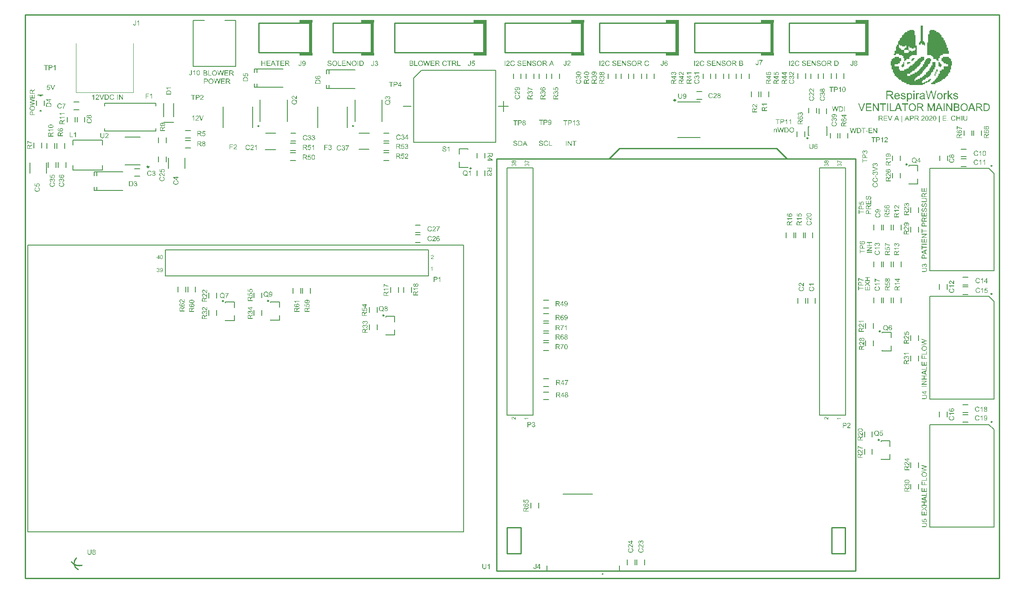
<source format=gto>
G04*
G04 #@! TF.GenerationSoftware,Altium Limited,Altium Designer,18.1.11 (251)*
G04*
G04 Layer_Color=65535*
%FSLAX25Y25*%
%MOIN*%
G70*
G01*
G75*
%ADD10C,0.01181*%
%ADD11C,0.01000*%
%ADD12C,0.00787*%
%ADD13C,0.00500*%
%ADD14C,0.00614*%
%ADD15C,0.00598*%
%ADD16C,0.00600*%
%ADD17C,0.00394*%
%ADD18R,0.10138X0.02461*%
%ADD19R,0.02461X0.27559*%
G36*
X689487Y423701D02*
Y422901D01*
Y422101D01*
Y421301D01*
Y420501D01*
Y419701D01*
Y418901D01*
Y418101D01*
Y417301D01*
Y416501D01*
Y415701D01*
Y414901D01*
Y414101D01*
Y413301D01*
Y412501D01*
X690287D01*
Y411701D01*
X691087D01*
Y410901D01*
Y410101D01*
Y409301D01*
X690287D01*
Y410101D01*
X688687D01*
Y410901D01*
X687887D01*
Y410101D01*
X686287D01*
Y410901D01*
Y411701D01*
X687087D01*
Y412501D01*
X687887D01*
Y413301D01*
Y414101D01*
Y414901D01*
Y415701D01*
Y416501D01*
Y417301D01*
Y418101D01*
Y418901D01*
Y419701D01*
Y420501D01*
Y421301D01*
Y422101D01*
Y422901D01*
Y423701D01*
Y424501D01*
X689487D01*
Y423701D01*
D02*
G37*
G36*
X698287Y420501D02*
X699887D01*
Y419701D01*
X701487D01*
Y418901D01*
X702287D01*
Y418101D01*
X703087D01*
Y417301D01*
X703887D01*
Y416501D01*
Y415701D01*
X704687D01*
Y414901D01*
X705487D01*
Y414101D01*
Y413301D01*
X706287D01*
Y412501D01*
Y411701D01*
X707087D01*
Y410901D01*
Y410101D01*
X707887D01*
Y409301D01*
Y408501D01*
Y407701D01*
X708687D01*
Y406901D01*
Y406101D01*
Y405301D01*
X709487D01*
Y404501D01*
Y403701D01*
Y402901D01*
X704687D01*
Y402101D01*
X703087D01*
Y401301D01*
X702287D01*
Y400501D01*
Y399701D01*
X701487D01*
Y398901D01*
Y398101D01*
Y397301D01*
X700687D01*
Y398101D01*
X699887D01*
Y398901D01*
X697487D01*
Y399701D01*
Y400501D01*
X696687D01*
Y401301D01*
X695887D01*
Y402101D01*
X692687D01*
Y402901D01*
Y403701D01*
Y404501D01*
Y405301D01*
Y406101D01*
Y406901D01*
Y407701D01*
Y408501D01*
Y409301D01*
Y410101D01*
Y410901D01*
Y411701D01*
X693487D01*
Y412501D01*
Y413301D01*
Y414101D01*
Y414901D01*
Y415701D01*
Y416501D01*
Y417301D01*
Y418101D01*
X694287D01*
Y418901D01*
Y419701D01*
Y420501D01*
X695087D01*
Y421301D01*
X698287D01*
Y420501D01*
D02*
G37*
G36*
X683087Y398901D02*
X682287D01*
Y398101D01*
X681487D01*
Y397301D01*
X680687D01*
Y398101D01*
Y398901D01*
X681487D01*
Y399701D01*
X683087D01*
Y398901D01*
D02*
G37*
G36*
X682287Y420501D02*
X683087D01*
Y419701D01*
Y418901D01*
Y418101D01*
Y417301D01*
X683887D01*
Y416501D01*
Y415701D01*
Y414901D01*
Y414101D01*
Y413301D01*
Y412501D01*
Y411701D01*
Y410901D01*
Y410101D01*
Y409301D01*
X684687D01*
Y408501D01*
Y407701D01*
Y406901D01*
Y406101D01*
Y405301D01*
Y404501D01*
Y403701D01*
Y402901D01*
Y402101D01*
X680687D01*
Y401301D01*
X679887D01*
Y400501D01*
X679087D01*
Y399701D01*
Y398901D01*
X676687D01*
Y398101D01*
X675887D01*
Y397301D01*
X675087D01*
Y398101D01*
Y398901D01*
Y399701D01*
X674287D01*
Y400501D01*
Y401301D01*
X673487D01*
Y402101D01*
X671087D01*
Y402901D01*
X668687D01*
Y402101D01*
X667087D01*
Y402901D01*
X667887D01*
Y403701D01*
Y404501D01*
Y405301D01*
X668687D01*
Y406101D01*
Y406901D01*
Y407701D01*
Y408501D01*
X669487D01*
Y409301D01*
Y410101D01*
X670287D01*
Y410901D01*
Y411701D01*
Y412501D01*
X671087D01*
Y413301D01*
X671887D01*
Y414101D01*
Y414901D01*
X672687D01*
Y415701D01*
X673487D01*
Y416501D01*
Y417301D01*
X674287D01*
Y418101D01*
X675087D01*
Y418901D01*
X675887D01*
Y419701D01*
X677487D01*
Y420501D01*
X679087D01*
Y421301D01*
X682287D01*
Y420501D01*
D02*
G37*
G36*
X679887Y395701D02*
X678287D01*
Y394901D01*
X677487D01*
Y395701D01*
Y396501D01*
X679887D01*
Y395701D01*
D02*
G37*
G36*
X702287D02*
X703087D01*
Y394901D01*
X703887D01*
Y394101D01*
Y393301D01*
X703087D01*
Y392501D01*
X702287D01*
Y393301D01*
X701487D01*
Y394101D01*
Y394901D01*
Y395701D01*
Y396501D01*
X702287D01*
Y395701D01*
D02*
G37*
G36*
X675087D02*
Y394901D01*
Y394101D01*
Y393301D01*
X674287D01*
Y392501D01*
X673487D01*
Y393301D01*
X672687D01*
Y394101D01*
X673487D01*
Y394901D01*
X674287D01*
Y395701D01*
Y396501D01*
X675087D01*
Y395701D01*
D02*
G37*
G36*
X690287Y399701D02*
Y398901D01*
Y398101D01*
X689487D01*
Y397301D01*
X688687D01*
Y396501D01*
X687887D01*
Y395701D01*
Y394901D01*
X687087D01*
Y394101D01*
X686287D01*
Y393301D01*
X685487D01*
Y392501D01*
X684687D01*
Y391701D01*
X683887D01*
Y390901D01*
X683087D01*
Y390101D01*
X681487D01*
Y389301D01*
X680687D01*
Y388501D01*
X679887D01*
Y387701D01*
X677487D01*
Y386901D01*
Y386101D01*
X679887D01*
Y386901D01*
X681487D01*
Y387701D01*
X683087D01*
Y388501D01*
X684687D01*
Y389301D01*
X685487D01*
Y390101D01*
X686287D01*
Y390901D01*
X687087D01*
Y391701D01*
X687887D01*
Y392501D01*
X688687D01*
Y393301D01*
X689487D01*
Y394101D01*
Y394901D01*
X690287D01*
Y395701D01*
Y396501D01*
X691087D01*
Y397301D01*
Y398101D01*
X691887D01*
Y398901D01*
X692687D01*
Y399701D01*
X695087D01*
Y398901D01*
X695887D01*
Y398101D01*
Y397301D01*
X695087D01*
Y396501D01*
Y395701D01*
X694287D01*
Y394901D01*
X693487D01*
Y394101D01*
Y393301D01*
X692687D01*
Y392501D01*
X691887D01*
Y391701D01*
X691087D01*
Y390901D01*
X690287D01*
Y390101D01*
X689487D01*
Y389301D01*
Y388501D01*
X688687D01*
Y387701D01*
X687887D01*
Y386901D01*
X687087D01*
Y386101D01*
X685487D01*
Y385301D01*
X684687D01*
Y384501D01*
X683887D01*
Y383701D01*
X683087D01*
Y382901D01*
Y382101D01*
X683887D01*
Y382901D01*
X685487D01*
Y383701D01*
X687087D01*
Y384501D01*
X688687D01*
Y385301D01*
X689487D01*
Y386101D01*
X690287D01*
Y386901D01*
X691887D01*
Y387701D01*
Y388501D01*
X692687D01*
Y389301D01*
X693487D01*
Y390101D01*
X694287D01*
Y390901D01*
Y391701D01*
X695087D01*
Y392501D01*
X695887D01*
Y393301D01*
Y394101D01*
X696687D01*
Y394901D01*
Y395701D01*
Y396501D01*
X699087D01*
Y395701D01*
Y394901D01*
Y394101D01*
Y393301D01*
Y392501D01*
X698287D01*
Y391701D01*
Y390901D01*
X697487D01*
Y390101D01*
Y389301D01*
X696687D01*
Y388501D01*
X695887D01*
Y387701D01*
Y386901D01*
X695087D01*
Y386101D01*
X694287D01*
Y385301D01*
X693487D01*
Y384501D01*
X691887D01*
Y383701D01*
X691087D01*
Y382901D01*
X689487D01*
Y382101D01*
X688687D01*
Y381301D01*
Y380501D01*
X690287D01*
Y381301D01*
X691887D01*
Y382101D01*
X693487D01*
Y382901D01*
X694287D01*
Y383701D01*
X695887D01*
Y382901D01*
X695087D01*
Y382101D01*
X694287D01*
Y381301D01*
X692687D01*
Y380501D01*
X691087D01*
Y379701D01*
X689487D01*
Y378901D01*
X679087D01*
Y379701D01*
X676687D01*
Y380501D01*
X675087D01*
Y381301D01*
X673487D01*
Y382101D01*
X672687D01*
Y382901D01*
X671087D01*
Y383701D01*
X670287D01*
Y384501D01*
X669487D01*
Y385301D01*
X668687D01*
Y386101D01*
X667887D01*
Y386901D01*
Y387701D01*
X667087D01*
Y388501D01*
X666287D01*
Y389301D01*
Y390101D01*
Y390901D01*
X665487D01*
Y391701D01*
Y392501D01*
Y393301D01*
Y394101D01*
X664687D01*
Y394901D01*
Y395701D01*
Y396501D01*
Y397301D01*
X665487D01*
Y398101D01*
Y398901D01*
X666287D01*
Y399701D01*
X667887D01*
Y400501D01*
X671087D01*
Y399701D01*
X672687D01*
Y398901D01*
Y398101D01*
Y397301D01*
X671887D01*
Y396501D01*
Y395701D01*
X670287D01*
Y394901D01*
X667887D01*
Y394101D01*
Y393301D01*
X671087D01*
Y392501D01*
Y391701D01*
Y390901D01*
X671887D01*
Y390101D01*
X675087D01*
Y390901D01*
X676687D01*
Y391701D01*
X678287D01*
Y392501D01*
X679087D01*
Y393301D01*
X679887D01*
Y394101D01*
X681487D01*
Y394901D01*
X682287D01*
Y395701D01*
X683087D01*
Y396501D01*
X683887D01*
Y397301D01*
X684687D01*
Y398101D01*
X685487D01*
Y398901D01*
X686287D01*
Y399701D01*
X687887D01*
Y400501D01*
X690287D01*
Y399701D01*
D02*
G37*
G36*
X700687Y390101D02*
Y389301D01*
X699887D01*
Y390101D01*
Y390901D01*
X700687D01*
Y390101D01*
D02*
G37*
G36*
X699887Y388501D02*
Y387701D01*
X699087D01*
Y388501D01*
Y389301D01*
X699887D01*
Y388501D01*
D02*
G37*
G36*
X699087Y386901D02*
Y386101D01*
X698287D01*
Y386901D01*
Y387701D01*
X699087D01*
Y386901D01*
D02*
G37*
G36*
X709487Y399701D02*
X710287D01*
Y398901D01*
X711087D01*
Y398101D01*
Y397301D01*
X711887D01*
Y396501D01*
Y395701D01*
Y394901D01*
Y394101D01*
X711087D01*
Y393301D01*
Y392501D01*
Y391701D01*
Y390901D01*
X710287D01*
Y390101D01*
Y389301D01*
Y388501D01*
X709487D01*
Y387701D01*
X708687D01*
Y386901D01*
Y386101D01*
X707887D01*
Y385301D01*
X707087D01*
Y384501D01*
X706287D01*
Y383701D01*
X704687D01*
Y382901D01*
X703887D01*
Y382101D01*
X702287D01*
Y381301D01*
X700687D01*
Y380501D01*
X699087D01*
Y379701D01*
X695887D01*
Y380501D01*
X696687D01*
Y381301D01*
X697487D01*
Y382101D01*
X698287D01*
Y382901D01*
X699087D01*
Y383701D01*
X699887D01*
Y384501D01*
X700687D01*
Y385301D01*
Y386101D01*
X701487D01*
Y386901D01*
Y387701D01*
X702287D01*
Y388501D01*
Y389301D01*
Y390101D01*
X703887D01*
Y390901D01*
X705487D01*
Y391701D01*
Y392501D01*
Y393301D01*
X708687D01*
Y394101D01*
Y394901D01*
X707087D01*
Y395701D01*
X705487D01*
Y396501D01*
X704687D01*
Y397301D01*
X703887D01*
Y398101D01*
Y398901D01*
Y399701D01*
X704687D01*
Y400501D01*
X709487D01*
Y399701D01*
D02*
G37*
G36*
X105607Y349867D02*
X105670D01*
X105742Y349861D01*
X105821Y349857D01*
X105909Y349851D01*
X106001Y349841D01*
X106096Y349831D01*
X106290Y349802D01*
X106388Y349785D01*
X106480Y349762D01*
X106572Y349739D01*
X106657Y349710D01*
X106660Y349707D01*
X106677Y349703D01*
X106700Y349693D01*
X106729Y349680D01*
X106765Y349664D01*
X106808Y349641D01*
X106854Y349618D01*
X106903Y349592D01*
X106956Y349559D01*
X107011Y349523D01*
X107067Y349483D01*
X107120Y349441D01*
X107175Y349395D01*
X107225Y349346D01*
X107274Y349290D01*
X107320Y349234D01*
X107323Y349231D01*
X107329Y349221D01*
X107339Y349201D01*
X107356Y349178D01*
X107372Y349149D01*
X107392Y349113D01*
X107411Y349073D01*
X107431Y349024D01*
X107454Y348975D01*
X107474Y348919D01*
X107493Y348857D01*
X107510Y348791D01*
X107526Y348726D01*
X107536Y348654D01*
X107543Y348578D01*
X107546Y348499D01*
Y348480D01*
X107543Y348457D01*
Y348424D01*
X107539Y348388D01*
X107533Y348342D01*
X107526Y348293D01*
X107513Y348240D01*
X107500Y348181D01*
X107484Y348122D01*
X107464Y348063D01*
X107441Y348001D01*
X107411Y347938D01*
X107379Y347880D01*
X107339Y347820D01*
X107297Y347765D01*
X107293Y347761D01*
X107283Y347752D01*
X107270Y347739D01*
X107251Y347719D01*
X107225Y347696D01*
X107195Y347673D01*
X107159Y347643D01*
X107116Y347614D01*
X107067Y347584D01*
X107015Y347555D01*
X106959Y347529D01*
X106896Y347499D01*
X106828Y347476D01*
X106755Y347453D01*
X106677Y347437D01*
X106595Y347424D01*
X106552Y347876D01*
X106555D01*
X106565Y347880D01*
X106582Y347883D01*
X106605Y347886D01*
X106631Y347893D01*
X106660Y347902D01*
X106729Y347925D01*
X106808Y347955D01*
X106883Y347991D01*
X106956Y348037D01*
X106988Y348063D01*
X107018Y348093D01*
Y348096D01*
X107024Y348099D01*
X107031Y348109D01*
X107041Y348122D01*
X107051Y348139D01*
X107064Y348158D01*
X107087Y348207D01*
X107113Y348267D01*
X107136Y348339D01*
X107152Y348417D01*
X107156Y348463D01*
X107159Y348509D01*
Y348529D01*
X107156Y348545D01*
Y348565D01*
X107152Y348585D01*
X107146Y348637D01*
X107136Y348696D01*
X107116Y348759D01*
X107093Y348824D01*
X107061Y348886D01*
Y348890D01*
X107057Y348893D01*
X107041Y348913D01*
X107021Y348942D01*
X106992Y348982D01*
X106952Y349024D01*
X106910Y349067D01*
X106857Y349113D01*
X106798Y349152D01*
X106795D01*
X106791Y349155D01*
X106782Y349162D01*
X106769Y349169D01*
X106752Y349178D01*
X106729Y349188D01*
X106706Y349201D01*
X106680Y349215D01*
X106647Y349228D01*
X106614Y349241D01*
X106539Y349270D01*
X106450Y349300D01*
X106349Y349326D01*
X106345D01*
X106336Y349329D01*
X106319Y349332D01*
X106299Y349336D01*
X106273Y349342D01*
X106244Y349349D01*
X106208Y349356D01*
X106172Y349362D01*
X106129Y349369D01*
X106083Y349375D01*
X105985Y349388D01*
X105880Y349395D01*
X105771Y349398D01*
X105765D01*
X105748D01*
X105719D01*
X105683D01*
X105689Y349392D01*
X105702Y349385D01*
X105716Y349372D01*
X105735Y349359D01*
X105758Y349339D01*
X105807Y349296D01*
X105867Y349241D01*
X105926Y349175D01*
X105988Y349100D01*
X106044Y349011D01*
Y349008D01*
X106050Y349001D01*
X106057Y348988D01*
X106067Y348969D01*
X106077Y348945D01*
X106086Y348919D01*
X106099Y348890D01*
X106113Y348854D01*
X106126Y348818D01*
X106139Y348775D01*
X106158Y348686D01*
X106175Y348588D01*
X106181Y348483D01*
Y348463D01*
X106178Y348437D01*
X106175Y348404D01*
X106172Y348362D01*
X106162Y348316D01*
X106152Y348263D01*
X106139Y348204D01*
X106119Y348142D01*
X106096Y348076D01*
X106070Y348011D01*
X106037Y347945D01*
X105998Y347876D01*
X105952Y347807D01*
X105896Y347742D01*
X105837Y347679D01*
X105834Y347676D01*
X105821Y347666D01*
X105801Y347650D01*
X105775Y347627D01*
X105739Y347604D01*
X105699Y347574D01*
X105650Y347545D01*
X105594Y347515D01*
X105532Y347486D01*
X105463Y347456D01*
X105388Y347427D01*
X105306Y347404D01*
X105220Y347381D01*
X105129Y347365D01*
X105030Y347355D01*
X104925Y347351D01*
X104922D01*
X104919D01*
X104899D01*
X104869Y347355D01*
X104830Y347358D01*
X104781Y347361D01*
X104722Y347371D01*
X104659Y347381D01*
X104591Y347394D01*
X104518Y347414D01*
X104440Y347433D01*
X104364Y347463D01*
X104286Y347496D01*
X104207Y347535D01*
X104131Y347581D01*
X104056Y347634D01*
X103987Y347692D01*
X103984Y347696D01*
X103971Y347709D01*
X103954Y347729D01*
X103931Y347755D01*
X103905Y347788D01*
X103872Y347830D01*
X103843Y347876D01*
X103807Y347929D01*
X103774Y347988D01*
X103741Y348053D01*
X103712Y348126D01*
X103685Y348201D01*
X103662Y348283D01*
X103646Y348368D01*
X103633Y348460D01*
X103630Y348555D01*
Y348591D01*
X103633Y348618D01*
X103636Y348650D01*
X103639Y348690D01*
X103646Y348732D01*
X103656Y348781D01*
X103666Y348831D01*
X103679Y348886D01*
X103695Y348942D01*
X103715Y349001D01*
X103738Y349060D01*
X103767Y349119D01*
X103797Y349178D01*
X103833Y349237D01*
X103836Y349241D01*
X103843Y349251D01*
X103853Y349267D01*
X103869Y349290D01*
X103892Y349316D01*
X103915Y349346D01*
X103945Y349378D01*
X103981Y349415D01*
X104017Y349451D01*
X104059Y349490D01*
X104109Y349529D01*
X104161Y349569D01*
X104213Y349608D01*
X104276Y349644D01*
X104338Y349677D01*
X104407Y349710D01*
X104410Y349713D01*
X104423Y349716D01*
X104446Y349726D01*
X104476Y349736D01*
X104515Y349746D01*
X104561Y349762D01*
X104617Y349775D01*
X104683Y349792D01*
X104755Y349805D01*
X104833Y349821D01*
X104922Y349834D01*
X105020Y349844D01*
X105125Y349857D01*
X105237Y349864D01*
X105358Y349867D01*
X105486Y349870D01*
X105489D01*
X105496D01*
X105506D01*
X105519D01*
X105535D01*
X105558D01*
X105607Y349867D01*
D02*
G37*
G36*
X107480Y346423D02*
X106683Y345915D01*
X106680Y345912D01*
X106667Y345905D01*
X106650Y345892D01*
X106628Y345879D01*
X106598Y345859D01*
X106565Y345836D01*
X106529Y345813D01*
X106486Y345787D01*
X106404Y345728D01*
X106316Y345666D01*
X106231Y345603D01*
X106191Y345577D01*
X106155Y345547D01*
X106152D01*
X106149Y345541D01*
X106139Y345534D01*
X106126Y345525D01*
X106093Y345495D01*
X106053Y345462D01*
X106011Y345420D01*
X105968Y345377D01*
X105932Y345331D01*
X105899Y345288D01*
X105896Y345285D01*
X105886Y345269D01*
X105876Y345246D01*
X105860Y345219D01*
X105844Y345183D01*
X105827Y345144D01*
X105811Y345101D01*
X105798Y345059D01*
Y345055D01*
X105794Y345042D01*
X105791Y345023D01*
X105788Y344993D01*
X105784Y344954D01*
X105781Y344905D01*
X105778Y344846D01*
Y344190D01*
X107480D01*
Y343681D01*
X103646D01*
Y345465D01*
X103649Y345508D01*
X103653Y345557D01*
X103656Y345613D01*
X103659Y345672D01*
X103672Y345797D01*
X103689Y345928D01*
X103702Y345990D01*
X103715Y346053D01*
X103731Y346108D01*
X103751Y346161D01*
Y346164D01*
X103754Y346174D01*
X103761Y346187D01*
X103771Y346203D01*
X103784Y346226D01*
X103797Y346253D01*
X103833Y346315D01*
X103885Y346380D01*
X103915Y346417D01*
X103948Y346453D01*
X103984Y346489D01*
X104023Y346522D01*
X104069Y346554D01*
X104115Y346587D01*
X104118Y346590D01*
X104128Y346594D01*
X104141Y346604D01*
X104161Y346613D01*
X104184Y346623D01*
X104213Y346640D01*
X104250Y346653D01*
X104286Y346669D01*
X104328Y346682D01*
X104371Y346699D01*
X104469Y346722D01*
X104578Y346741D01*
X104633Y346745D01*
X104692Y346748D01*
X104696D01*
X104712D01*
X104732Y346745D01*
X104761D01*
X104797Y346741D01*
X104837Y346735D01*
X104883Y346725D01*
X104932Y346715D01*
X104984Y346702D01*
X105040Y346682D01*
X105099Y346663D01*
X105155Y346636D01*
X105214Y346607D01*
X105273Y346571D01*
X105329Y346528D01*
X105381Y346482D01*
X105384Y346479D01*
X105394Y346469D01*
X105407Y346453D01*
X105427Y346433D01*
X105447Y346404D01*
X105473Y346371D01*
X105499Y346328D01*
X105529Y346282D01*
X105558Y346226D01*
X105591Y346167D01*
X105621Y346098D01*
X105647Y346026D01*
X105673Y345944D01*
X105699Y345859D01*
X105719Y345767D01*
X105735Y345666D01*
Y345669D01*
X105739Y345675D01*
X105745Y345685D01*
X105752Y345698D01*
X105771Y345734D01*
X105798Y345780D01*
X105827Y345830D01*
X105860Y345879D01*
X105893Y345928D01*
X105929Y345971D01*
X105932Y345974D01*
X105939Y345980D01*
X105949Y345993D01*
X105965Y346010D01*
X105985Y346030D01*
X106008Y346053D01*
X106037Y346079D01*
X106070Y346108D01*
X106103Y346138D01*
X106142Y346171D01*
X106231Y346243D01*
X106329Y346318D01*
X106437Y346394D01*
X107480Y347056D01*
Y346423D01*
D02*
G37*
G36*
X23282Y390472D02*
X22810D01*
Y393470D01*
X22806Y393467D01*
X22803Y393464D01*
X22793Y393454D01*
X22780Y393444D01*
X22760Y393428D01*
X22741Y393411D01*
X22718Y393392D01*
X22692Y393369D01*
X22626Y393320D01*
X22550Y393267D01*
X22462Y393208D01*
X22364Y393146D01*
X22360Y393142D01*
X22350Y393139D01*
X22337Y393129D01*
X22318Y393119D01*
X22295Y393106D01*
X22265Y393090D01*
X22232Y393074D01*
X22199Y393054D01*
X22121Y393014D01*
X22039Y392975D01*
X21953Y392936D01*
X21871Y392903D01*
Y393359D01*
X21875Y393362D01*
X21888Y393369D01*
X21911Y393378D01*
X21937Y393392D01*
X21973Y393411D01*
X22013Y393431D01*
X22055Y393457D01*
X22104Y393487D01*
X22157Y393516D01*
X22213Y393552D01*
X22327Y393628D01*
X22442Y393713D01*
X22557Y393808D01*
X22560Y393811D01*
X22570Y393821D01*
X22587Y393834D01*
X22606Y393854D01*
X22629Y393877D01*
X22659Y393907D01*
X22688Y393936D01*
X22721Y393972D01*
X22790Y394051D01*
X22859Y394136D01*
X22924Y394228D01*
X22951Y394277D01*
X22977Y394323D01*
X23282D01*
Y390472D01*
D02*
G37*
G36*
X19703Y394303D02*
X19789D01*
X19884Y394297D01*
X19979Y394290D01*
X20074Y394281D01*
X20117Y394274D01*
X20156Y394267D01*
X20159D01*
X20169Y394264D01*
X20182Y394261D01*
X20202Y394258D01*
X20228Y394254D01*
X20254Y394244D01*
X20287Y394238D01*
X20320Y394228D01*
X20395Y394202D01*
X20474Y394172D01*
X20553Y394133D01*
X20628Y394087D01*
X20632D01*
X20638Y394080D01*
X20648Y394074D01*
X20661Y394064D01*
X20697Y394035D01*
X20740Y393992D01*
X20789Y393939D01*
X20842Y393874D01*
X20891Y393802D01*
X20937Y393716D01*
Y393713D01*
X20943Y393706D01*
X20946Y393693D01*
X20956Y393674D01*
X20963Y393654D01*
X20973Y393628D01*
X20986Y393595D01*
X20996Y393562D01*
X21006Y393526D01*
X21019Y393487D01*
X21035Y393398D01*
X21048Y393300D01*
X21055Y393195D01*
Y393188D01*
Y393172D01*
X21052Y393149D01*
Y393113D01*
X21045Y393070D01*
X21038Y393021D01*
X21028Y392969D01*
X21015Y392910D01*
X20999Y392844D01*
X20979Y392778D01*
X20953Y392709D01*
X20924Y392640D01*
X20888Y392572D01*
X20845Y392499D01*
X20799Y392434D01*
X20743Y392368D01*
X20740Y392365D01*
X20727Y392355D01*
X20710Y392339D01*
X20681Y392316D01*
X20645Y392290D01*
X20602Y392260D01*
X20550Y392231D01*
X20487Y392201D01*
X20415Y392168D01*
X20333Y392139D01*
X20238Y392109D01*
X20136Y392083D01*
X20025Y392063D01*
X19900Y392044D01*
X19766Y392034D01*
X19618Y392030D01*
X18637D01*
Y390472D01*
X18129D01*
Y394307D01*
X19667D01*
X19703Y394303D01*
D02*
G37*
G36*
X17607Y393854D02*
X16338D01*
Y390472D01*
X15830D01*
Y393854D01*
X14567D01*
Y394307D01*
X17607D01*
Y393854D01*
D02*
G37*
G36*
X318932Y227756D02*
X318460D01*
Y230754D01*
X318457Y230750D01*
X318454Y230747D01*
X318444Y230737D01*
X318431Y230728D01*
X318411Y230711D01*
X318391Y230695D01*
X318368Y230675D01*
X318342Y230652D01*
X318276Y230603D01*
X318201Y230551D01*
X318112Y230491D01*
X318014Y230429D01*
X318011Y230426D01*
X318001Y230422D01*
X317988Y230413D01*
X317968Y230403D01*
X317945Y230390D01*
X317916Y230373D01*
X317883Y230357D01*
X317850Y230337D01*
X317771Y230298D01*
X317689Y230258D01*
X317604Y230219D01*
X317522Y230186D01*
Y230642D01*
X317525Y230646D01*
X317538Y230652D01*
X317561Y230662D01*
X317588Y230675D01*
X317624Y230695D01*
X317663Y230715D01*
X317706Y230741D01*
X317755Y230770D01*
X317807Y230800D01*
X317863Y230836D01*
X317978Y230911D01*
X318093Y230996D01*
X318208Y231092D01*
X318211Y231095D01*
X318221Y231105D01*
X318237Y231118D01*
X318257Y231138D01*
X318280Y231160D01*
X318309Y231190D01*
X318339Y231220D01*
X318372Y231256D01*
X318440Y231334D01*
X318509Y231420D01*
X318575Y231511D01*
X318601Y231561D01*
X318627Y231607D01*
X318932D01*
Y227756D01*
D02*
G37*
G36*
X315354Y231587D02*
X315439D01*
X315534Y231580D01*
X315629Y231574D01*
X315725Y231564D01*
X315767Y231557D01*
X315807Y231551D01*
X315810D01*
X315820Y231548D01*
X315833Y231544D01*
X315852Y231541D01*
X315879Y231538D01*
X315905Y231528D01*
X315938Y231521D01*
X315971Y231511D01*
X316046Y231485D01*
X316125Y231456D01*
X316203Y231416D01*
X316279Y231370D01*
X316282D01*
X316289Y231364D01*
X316299Y231357D01*
X316312Y231347D01*
X316348Y231318D01*
X316390Y231275D01*
X316440Y231223D01*
X316492Y231157D01*
X316541Y231085D01*
X316587Y231000D01*
Y230996D01*
X316594Y230990D01*
X316597Y230977D01*
X316607Y230957D01*
X316614Y230938D01*
X316623Y230911D01*
X316636Y230878D01*
X316646Y230846D01*
X316656Y230810D01*
X316669Y230770D01*
X316686Y230682D01*
X316699Y230583D01*
X316705Y230478D01*
Y230472D01*
Y230455D01*
X316702Y230432D01*
Y230396D01*
X316695Y230354D01*
X316689Y230305D01*
X316679Y230252D01*
X316666Y230193D01*
X316650Y230127D01*
X316630Y230062D01*
X316604Y229993D01*
X316574Y229924D01*
X316538Y229855D01*
X316495Y229783D01*
X316449Y229717D01*
X316394Y229652D01*
X316390Y229648D01*
X316377Y229639D01*
X316361Y229622D01*
X316331Y229599D01*
X316295Y229573D01*
X316253Y229543D01*
X316200Y229514D01*
X316138Y229485D01*
X316066Y229452D01*
X315984Y229422D01*
X315889Y229393D01*
X315787Y229366D01*
X315675Y229347D01*
X315551Y229327D01*
X315416Y229317D01*
X315269Y229314D01*
X314288D01*
Y227756D01*
X313779D01*
Y231590D01*
X315318D01*
X315354Y231587D01*
D02*
G37*
G36*
X312823Y248423D02*
X312856D01*
X312894Y248417D01*
X312938Y248412D01*
X312990Y248404D01*
X313042Y248393D01*
X313100Y248379D01*
X313160Y248362D01*
X313221Y248341D01*
X313281Y248316D01*
X313341Y248288D01*
X313399Y248253D01*
X313456Y248214D01*
X313508Y248168D01*
X313511Y248165D01*
X313519Y248157D01*
X313533Y248143D01*
X313552Y248121D01*
X313571Y248097D01*
X313593Y248066D01*
X313618Y248034D01*
X313645Y247992D01*
X313670Y247949D01*
X313695Y247902D01*
X313716Y247850D01*
X313738Y247793D01*
X313755Y247735D01*
X313769Y247672D01*
X313777Y247603D01*
X313779Y247535D01*
Y247532D01*
Y247527D01*
Y247516D01*
Y247502D01*
X313777Y247486D01*
Y247464D01*
X313774Y247442D01*
X313769Y247417D01*
X313760Y247360D01*
X313747Y247294D01*
X313727Y247225D01*
X313700Y247157D01*
Y247154D01*
X313697Y247149D01*
X313692Y247138D01*
X313684Y247124D01*
X313675Y247108D01*
X313664Y247088D01*
X313653Y247064D01*
X313637Y247039D01*
X313601Y246979D01*
X313555Y246913D01*
X313500Y246842D01*
X313437Y246765D01*
X313434Y246762D01*
X313429Y246757D01*
X313418Y246743D01*
X313401Y246727D01*
X313382Y246707D01*
X313357Y246680D01*
X313327Y246653D01*
X313295Y246617D01*
X313253Y246579D01*
X313210Y246538D01*
X313160Y246491D01*
X313105Y246439D01*
X313048Y246387D01*
X312982Y246327D01*
X312911Y246266D01*
X312834Y246200D01*
X312831Y246198D01*
X312818Y246187D01*
X312801Y246173D01*
X312777Y246154D01*
X312749Y246129D01*
X312716Y246102D01*
X312681Y246072D01*
X312645Y246039D01*
X312568Y245973D01*
X312494Y245905D01*
X312459Y245875D01*
X312429Y245847D01*
X312401Y245820D01*
X312379Y245798D01*
X312374Y245792D01*
X312363Y245779D01*
X312344Y245759D01*
X312322Y245732D01*
X312294Y245702D01*
X312267Y245666D01*
X312240Y245628D01*
X312212Y245587D01*
X313785D01*
Y245209D01*
X311667D01*
Y245211D01*
Y245214D01*
Y245222D01*
Y245233D01*
Y245261D01*
X311670Y245296D01*
X311675Y245337D01*
X311683Y245381D01*
X311694Y245431D01*
X311711Y245480D01*
Y245483D01*
X311714Y245491D01*
X311719Y245502D01*
X311727Y245518D01*
X311735Y245537D01*
X311746Y245559D01*
X311760Y245587D01*
X311774Y245614D01*
X311809Y245680D01*
X311856Y245751D01*
X311908Y245828D01*
X311971Y245905D01*
X311974Y245907D01*
X311979Y245916D01*
X311990Y245926D01*
X312004Y245943D01*
X312023Y245962D01*
X312045Y245987D01*
X312072Y246014D01*
X312103Y246044D01*
X312135Y246080D01*
X312174Y246116D01*
X312218Y246157D01*
X312264Y246198D01*
X312314Y246244D01*
X312368Y246291D01*
X312426Y246340D01*
X312486Y246390D01*
X312489D01*
X312492Y246395D01*
X312508Y246409D01*
X312536Y246431D01*
X312571Y246461D01*
X312612Y246497D01*
X312662Y246540D01*
X312714Y246587D01*
X312768Y246636D01*
X312829Y246688D01*
X312886Y246746D01*
X312947Y246801D01*
X313004Y246858D01*
X313056Y246913D01*
X313108Y246968D01*
X313152Y247020D01*
X313190Y247069D01*
X313193Y247072D01*
X313199Y247080D01*
X313207Y247094D01*
X313221Y247113D01*
X313234Y247135D01*
X313248Y247160D01*
X313264Y247190D01*
X313283Y247223D01*
X313316Y247297D01*
X313347Y247376D01*
X313357Y247417D01*
X313366Y247458D01*
X313371Y247502D01*
X313374Y247543D01*
Y247546D01*
Y247554D01*
Y247565D01*
X313371Y247582D01*
X313368Y247603D01*
X313366Y247625D01*
X313360Y247653D01*
X313352Y247680D01*
X313333Y247743D01*
X313319Y247773D01*
X313303Y247809D01*
X313283Y247842D01*
X313262Y247875D01*
X313237Y247908D01*
X313207Y247938D01*
X313204Y247940D01*
X313199Y247946D01*
X313190Y247951D01*
X313177Y247962D01*
X313160Y247976D01*
X313141Y247990D01*
X313116Y248004D01*
X313089Y248020D01*
X313059Y248034D01*
X313026Y248047D01*
X312990Y248061D01*
X312952Y248075D01*
X312911Y248086D01*
X312867Y248091D01*
X312820Y248097D01*
X312771Y248099D01*
X312744D01*
X312724Y248097D01*
X312700Y248094D01*
X312672Y248091D01*
X312642Y248086D01*
X312607Y248077D01*
X312536Y248058D01*
X312497Y248045D01*
X312459Y248025D01*
X312420Y248006D01*
X312385Y247984D01*
X312349Y247957D01*
X312316Y247927D01*
X312314Y247924D01*
X312308Y247919D01*
X312300Y247910D01*
X312289Y247897D01*
X312278Y247877D01*
X312262Y247858D01*
X312248Y247834D01*
X312231Y247803D01*
X312215Y247773D01*
X312201Y247738D01*
X312185Y247699D01*
X312174Y247658D01*
X312163Y247612D01*
X312155Y247565D01*
X312149Y247513D01*
X312146Y247458D01*
X311741Y247499D01*
Y247505D01*
X311744Y247518D01*
X311746Y247543D01*
X311752Y247573D01*
X311760Y247612D01*
X311768Y247656D01*
X311779Y247702D01*
X311796Y247754D01*
X311812Y247809D01*
X311834Y247867D01*
X311859Y247924D01*
X311889Y247982D01*
X311922Y248036D01*
X311960Y248091D01*
X312004Y248141D01*
X312051Y248187D01*
X312053Y248190D01*
X312064Y248198D01*
X312078Y248209D01*
X312100Y248225D01*
X312127Y248242D01*
X312160Y248264D01*
X312198Y248283D01*
X312242Y248308D01*
X312292Y248329D01*
X312346Y248351D01*
X312407Y248371D01*
X312473Y248387D01*
X312541Y248404D01*
X312618Y248414D01*
X312697Y248423D01*
X312779Y248425D01*
X312799D01*
X312823Y248423D01*
D02*
G37*
G36*
X312840Y236209D02*
X312445D01*
Y238713D01*
X312442Y238710D01*
X312440Y238707D01*
X312431Y238699D01*
X312420Y238691D01*
X312404Y238677D01*
X312387Y238664D01*
X312368Y238647D01*
X312346Y238628D01*
X312292Y238587D01*
X312229Y238543D01*
X312155Y238494D01*
X312072Y238442D01*
X312070Y238439D01*
X312062Y238436D01*
X312051Y238428D01*
X312034Y238420D01*
X312015Y238409D01*
X311990Y238395D01*
X311963Y238382D01*
X311935Y238365D01*
X311870Y238332D01*
X311801Y238299D01*
X311730Y238266D01*
X311661Y238239D01*
Y238620D01*
X311664Y238623D01*
X311675Y238628D01*
X311694Y238636D01*
X311716Y238647D01*
X311746Y238664D01*
X311779Y238680D01*
X311815Y238702D01*
X311856Y238727D01*
X311900Y238751D01*
X311946Y238781D01*
X312042Y238844D01*
X312138Y238916D01*
X312234Y238995D01*
X312237Y238998D01*
X312245Y239006D01*
X312259Y239017D01*
X312275Y239034D01*
X312294Y239053D01*
X312319Y239077D01*
X312344Y239102D01*
X312371Y239132D01*
X312429Y239198D01*
X312486Y239269D01*
X312541Y239346D01*
X312563Y239387D01*
X312585Y239425D01*
X312840D01*
Y236209D01*
D02*
G37*
G36*
X102942Y246338D02*
X103375D01*
Y245976D01*
X102942D01*
Y245209D01*
X102548D01*
Y245976D01*
X101161D01*
Y246338D01*
X102622Y248412D01*
X102942D01*
Y246338D01*
D02*
G37*
G36*
X104866Y248423D02*
X104888D01*
X104915Y248420D01*
X104943Y248417D01*
X104975Y248412D01*
X105047Y248401D01*
X105121Y248382D01*
X105200Y248357D01*
X105274Y248321D01*
X105277D01*
X105282Y248316D01*
X105293Y248310D01*
X105307Y248302D01*
X105324Y248291D01*
X105343Y248277D01*
X105386Y248245D01*
X105439Y248201D01*
X105491Y248151D01*
X105545Y248088D01*
X105595Y248020D01*
X105597Y248017D01*
X105600Y248012D01*
X105606Y248001D01*
X105617Y247984D01*
X105625Y247965D01*
X105639Y247943D01*
X105652Y247919D01*
X105666Y247888D01*
X105682Y247855D01*
X105699Y247817D01*
X105715Y247779D01*
X105732Y247738D01*
X105762Y247644D01*
X105792Y247543D01*
Y247540D01*
X105795Y247529D01*
X105800Y247513D01*
X105803Y247491D01*
X105808Y247464D01*
X105817Y247431D01*
X105822Y247390D01*
X105830Y247343D01*
X105836Y247294D01*
X105841Y247236D01*
X105850Y247173D01*
X105855Y247108D01*
X105860Y247034D01*
X105863Y246957D01*
X105866Y246875D01*
Y246787D01*
Y246784D01*
Y246781D01*
Y246773D01*
Y246762D01*
Y246732D01*
X105863Y246694D01*
Y246644D01*
X105860Y246590D01*
X105855Y246529D01*
X105852Y246461D01*
X105844Y246390D01*
X105839Y246316D01*
X105817Y246165D01*
X105803Y246088D01*
X105787Y246014D01*
X105770Y245943D01*
X105748Y245875D01*
Y245872D01*
X105743Y245858D01*
X105737Y245842D01*
X105726Y245817D01*
X105715Y245790D01*
X105699Y245757D01*
X105682Y245718D01*
X105663Y245677D01*
X105614Y245592D01*
X105554Y245505D01*
X105485Y245417D01*
X105444Y245378D01*
X105403Y245340D01*
X105400Y245337D01*
X105392Y245332D01*
X105378Y245324D01*
X105362Y245310D01*
X105340Y245296D01*
X105313Y245283D01*
X105280Y245264D01*
X105244Y245247D01*
X105203Y245231D01*
X105159Y245214D01*
X105113Y245198D01*
X105060Y245184D01*
X105006Y245170D01*
X104948Y245162D01*
X104888Y245157D01*
X104822Y245154D01*
X104803D01*
X104778Y245157D01*
X104745Y245159D01*
X104707Y245165D01*
X104660Y245170D01*
X104611Y245181D01*
X104556Y245195D01*
X104501Y245211D01*
X104441Y245233D01*
X104381Y245261D01*
X104321Y245294D01*
X104260Y245329D01*
X104200Y245373D01*
X104145Y245425D01*
X104093Y245483D01*
X104090Y245488D01*
X104079Y245502D01*
X104063Y245527D01*
X104044Y245559D01*
X104019Y245603D01*
X103995Y245658D01*
X103964Y245721D01*
X103937Y245798D01*
X103907Y245883D01*
X103877Y245979D01*
X103863Y246031D01*
X103852Y246086D01*
X103838Y246143D01*
X103827Y246203D01*
X103816Y246266D01*
X103808Y246332D01*
X103800Y246401D01*
X103792Y246472D01*
X103786Y246546D01*
X103781Y246622D01*
X103778Y246705D01*
Y246787D01*
Y246790D01*
Y246792D01*
Y246801D01*
Y246812D01*
Y246825D01*
Y246842D01*
X103781Y246880D01*
Y246929D01*
X103784Y246984D01*
X103789Y247047D01*
X103792Y247113D01*
X103800Y247184D01*
X103805Y247261D01*
X103827Y247412D01*
X103841Y247488D01*
X103855Y247562D01*
X103874Y247634D01*
X103893Y247702D01*
X103896Y247705D01*
X103899Y247719D01*
X103907Y247735D01*
X103915Y247760D01*
X103929Y247790D01*
X103943Y247823D01*
X103962Y247858D01*
X103981Y247899D01*
X104030Y247984D01*
X104090Y248075D01*
X104159Y248160D01*
X104200Y248201D01*
X104241Y248236D01*
X104244Y248239D01*
X104252Y248245D01*
X104266Y248253D01*
X104282Y248267D01*
X104304Y248280D01*
X104332Y248297D01*
X104365Y248313D01*
X104400Y248332D01*
X104441Y248349D01*
X104485Y248365D01*
X104532Y248382D01*
X104584Y248395D01*
X104639Y248409D01*
X104696Y248417D01*
X104759Y248423D01*
X104822Y248425D01*
X104847D01*
X104866Y248423D01*
D02*
G37*
G36*
X102205Y238423D02*
X102230D01*
X102257Y238420D01*
X102288Y238417D01*
X102320Y238412D01*
X102394Y238398D01*
X102477Y238376D01*
X102562Y238349D01*
X102644Y238310D01*
X102647D01*
X102655Y238305D01*
X102666Y238299D01*
X102679Y238291D01*
X102699Y238278D01*
X102720Y238264D01*
X102770Y238231D01*
X102825Y238187D01*
X102882Y238132D01*
X102934Y238072D01*
X102983Y238003D01*
X102986Y238001D01*
X102989Y237995D01*
X102995Y237984D01*
X103003Y237971D01*
X103011Y237951D01*
X103022Y237932D01*
X103033Y237908D01*
X103044Y237880D01*
X103063Y237820D01*
X103082Y237749D01*
X103096Y237672D01*
X103101Y237634D01*
Y237593D01*
Y237590D01*
Y237584D01*
Y237573D01*
X103099Y237557D01*
Y237540D01*
X103096Y237519D01*
X103088Y237466D01*
X103074Y237409D01*
X103055Y237346D01*
X103027Y237280D01*
X102989Y237214D01*
Y237212D01*
X102983Y237206D01*
X102978Y237198D01*
X102967Y237187D01*
X102942Y237154D01*
X102907Y237116D01*
X102857Y237075D01*
X102803Y237028D01*
X102734Y236984D01*
X102657Y236943D01*
X102660D01*
X102671Y236940D01*
X102685Y236935D01*
X102704Y236929D01*
X102729Y236921D01*
X102756Y236910D01*
X102786Y236899D01*
X102819Y236885D01*
X102890Y236847D01*
X102926Y236825D01*
X102964Y236801D01*
X103000Y236773D01*
X103036Y236743D01*
X103068Y236710D01*
X103099Y236672D01*
X103101Y236669D01*
X103107Y236664D01*
X103112Y236650D01*
X103123Y236636D01*
X103134Y236614D01*
X103148Y236590D01*
X103164Y236562D01*
X103178Y236529D01*
X103192Y236494D01*
X103208Y236455D01*
X103222Y236411D01*
X103233Y236368D01*
X103244Y236318D01*
X103252Y236266D01*
X103255Y236211D01*
X103258Y236154D01*
Y236149D01*
Y236135D01*
X103255Y236113D01*
X103252Y236083D01*
X103249Y236047D01*
X103241Y236006D01*
X103233Y235959D01*
X103219Y235907D01*
X103203Y235853D01*
X103183Y235798D01*
X103159Y235737D01*
X103129Y235677D01*
X103093Y235617D01*
X103052Y235559D01*
X103005Y235499D01*
X102951Y235444D01*
X102948Y235442D01*
X102937Y235431D01*
X102920Y235417D01*
X102896Y235398D01*
X102866Y235376D01*
X102830Y235351D01*
X102786Y235327D01*
X102740Y235299D01*
X102685Y235272D01*
X102627Y235247D01*
X102564Y235222D01*
X102496Y235200D01*
X102422Y235181D01*
X102345Y235168D01*
X102263Y235157D01*
X102178Y235154D01*
X102159D01*
X102137Y235157D01*
X102107D01*
X102071Y235162D01*
X102030Y235168D01*
X101983Y235176D01*
X101931Y235184D01*
X101879Y235198D01*
X101822Y235214D01*
X101764Y235236D01*
X101704Y235258D01*
X101646Y235288D01*
X101586Y235321D01*
X101531Y235359D01*
X101477Y235403D01*
X101474Y235406D01*
X101466Y235414D01*
X101452Y235428D01*
X101433Y235450D01*
X101411Y235474D01*
X101386Y235505D01*
X101361Y235540D01*
X101334Y235579D01*
X101307Y235625D01*
X101279Y235675D01*
X101252Y235726D01*
X101227Y235784D01*
X101205Y235847D01*
X101186Y235913D01*
X101172Y235981D01*
X101161Y236055D01*
X101556Y236107D01*
Y236105D01*
X101559Y236094D01*
X101564Y236074D01*
X101570Y236053D01*
X101575Y236025D01*
X101586Y235995D01*
X101597Y235959D01*
X101608Y235921D01*
X101641Y235842D01*
X101679Y235762D01*
X101701Y235724D01*
X101729Y235688D01*
X101753Y235655D01*
X101783Y235625D01*
X101786Y235622D01*
X101792Y235620D01*
X101800Y235611D01*
X101813Y235603D01*
X101827Y235592D01*
X101846Y235579D01*
X101868Y235565D01*
X101893Y235554D01*
X101920Y235540D01*
X101951Y235526D01*
X102019Y235502D01*
X102096Y235485D01*
X102137Y235483D01*
X102181Y235480D01*
X102208D01*
X102227Y235483D01*
X102252Y235485D01*
X102279Y235491D01*
X102310Y235496D01*
X102345Y235505D01*
X102381Y235513D01*
X102419Y235526D01*
X102457Y235543D01*
X102496Y235562D01*
X102537Y235584D01*
X102575Y235609D01*
X102614Y235639D01*
X102649Y235672D01*
X102652Y235675D01*
X102657Y235680D01*
X102666Y235691D01*
X102679Y235707D01*
X102693Y235724D01*
X102709Y235748D01*
X102729Y235773D01*
X102745Y235803D01*
X102764Y235836D01*
X102781Y235872D01*
X102797Y235910D01*
X102811Y235954D01*
X102825Y235998D01*
X102833Y236044D01*
X102838Y236094D01*
X102841Y236146D01*
Y236149D01*
Y236157D01*
Y236173D01*
X102838Y236192D01*
X102836Y236214D01*
X102833Y236242D01*
X102827Y236272D01*
X102819Y236305D01*
X102797Y236373D01*
X102784Y236411D01*
X102767Y236450D01*
X102745Y236486D01*
X102720Y236524D01*
X102693Y236560D01*
X102663Y236592D01*
X102660Y236595D01*
X102655Y236601D01*
X102644Y236609D01*
X102630Y236620D01*
X102614Y236633D01*
X102594Y236647D01*
X102570Y236664D01*
X102542Y236680D01*
X102509Y236697D01*
X102477Y236713D01*
X102438Y236727D01*
X102400Y236740D01*
X102356Y236751D01*
X102312Y236759D01*
X102263Y236765D01*
X102214Y236768D01*
X102194D01*
X102170Y236765D01*
X102137Y236762D01*
X102096Y236757D01*
X102049Y236751D01*
X101997Y236740D01*
X101937Y236727D01*
X101981Y237072D01*
X101986D01*
X102003Y237069D01*
X102024Y237066D01*
X102068D01*
X102085Y237069D01*
X102107D01*
X102134Y237075D01*
X102162Y237077D01*
X102194Y237083D01*
X102263Y237099D01*
X102340Y237121D01*
X102416Y237154D01*
X102455Y237176D01*
X102493Y237198D01*
X102496Y237201D01*
X102501Y237203D01*
X102512Y237212D01*
X102526Y237223D01*
X102540Y237236D01*
X102556Y237253D01*
X102575Y237275D01*
X102594Y237297D01*
X102614Y237324D01*
X102633Y237354D01*
X102649Y237387D01*
X102663Y237423D01*
X102677Y237464D01*
X102688Y237505D01*
X102693Y237551D01*
X102696Y237601D01*
Y237603D01*
Y237612D01*
Y237623D01*
X102693Y237636D01*
X102690Y237655D01*
X102688Y237677D01*
X102677Y237727D01*
X102660Y237784D01*
X102633Y237844D01*
X102616Y237875D01*
X102597Y237902D01*
X102575Y237932D01*
X102548Y237960D01*
X102545Y237962D01*
X102542Y237965D01*
X102534Y237973D01*
X102521Y237982D01*
X102507Y237993D01*
X102490Y238003D01*
X102468Y238017D01*
X102446Y238031D01*
X102392Y238058D01*
X102326Y238080D01*
X102252Y238097D01*
X102214Y238099D01*
X102170Y238102D01*
X102148D01*
X102131Y238099D01*
X102112Y238097D01*
X102090Y238094D01*
X102038Y238083D01*
X101978Y238067D01*
X101912Y238042D01*
X101882Y238025D01*
X101849Y238006D01*
X101819Y237982D01*
X101789Y237957D01*
X101786Y237954D01*
X101783Y237951D01*
X101775Y237940D01*
X101764Y237930D01*
X101753Y237916D01*
X101740Y237897D01*
X101723Y237875D01*
X101707Y237847D01*
X101690Y237820D01*
X101674Y237787D01*
X101657Y237751D01*
X101641Y237713D01*
X101627Y237672D01*
X101613Y237625D01*
X101603Y237576D01*
X101594Y237524D01*
X101200Y237595D01*
Y237601D01*
X101202Y237612D01*
X101208Y237634D01*
X101216Y237661D01*
X101224Y237694D01*
X101235Y237732D01*
X101249Y237773D01*
X101268Y237820D01*
X101287Y237869D01*
X101312Y237918D01*
X101337Y237968D01*
X101367Y238020D01*
X101402Y238069D01*
X101438Y238119D01*
X101479Y238165D01*
X101526Y238206D01*
X101529Y238209D01*
X101537Y238214D01*
X101553Y238225D01*
X101572Y238242D01*
X101597Y238258D01*
X101627Y238275D01*
X101660Y238297D01*
X101701Y238316D01*
X101745Y238335D01*
X101794Y238357D01*
X101846Y238373D01*
X101901Y238392D01*
X101962Y238406D01*
X102024Y238417D01*
X102093Y238423D01*
X102162Y238425D01*
X102186D01*
X102205Y238423D01*
D02*
G37*
G36*
X104704D02*
X104732Y238420D01*
X104764Y238417D01*
X104800Y238412D01*
X104841Y238404D01*
X104882Y238395D01*
X104929Y238384D01*
X104975Y238371D01*
X105025Y238354D01*
X105074Y238335D01*
X105123Y238310D01*
X105173Y238286D01*
X105222Y238256D01*
X105225Y238253D01*
X105233Y238247D01*
X105247Y238239D01*
X105266Y238225D01*
X105288Y238206D01*
X105313Y238187D01*
X105340Y238162D01*
X105370Y238132D01*
X105400Y238102D01*
X105433Y238067D01*
X105466Y238025D01*
X105499Y237982D01*
X105532Y237938D01*
X105562Y237886D01*
X105589Y237834D01*
X105617Y237776D01*
X105619Y237773D01*
X105622Y237762D01*
X105630Y237743D01*
X105639Y237719D01*
X105647Y237686D01*
X105660Y237647D01*
X105672Y237601D01*
X105685Y237546D01*
X105696Y237486D01*
X105710Y237420D01*
X105721Y237346D01*
X105729Y237264D01*
X105740Y237176D01*
X105745Y237083D01*
X105748Y236981D01*
X105751Y236875D01*
Y236872D01*
Y236866D01*
Y236858D01*
Y236847D01*
Y236834D01*
Y236814D01*
X105748Y236773D01*
Y236721D01*
X105743Y236661D01*
X105740Y236595D01*
X105735Y236521D01*
X105726Y236444D01*
X105718Y236365D01*
X105693Y236203D01*
X105680Y236121D01*
X105660Y236044D01*
X105641Y235968D01*
X105617Y235896D01*
X105614Y235894D01*
X105611Y235880D01*
X105603Y235861D01*
X105592Y235836D01*
X105578Y235806D01*
X105559Y235770D01*
X105540Y235732D01*
X105518Y235691D01*
X105491Y235647D01*
X105461Y235600D01*
X105428Y235554D01*
X105392Y235510D01*
X105354Y235464D01*
X105313Y235422D01*
X105266Y235381D01*
X105219Y235343D01*
X105217Y235340D01*
X105208Y235335D01*
X105192Y235327D01*
X105173Y235313D01*
X105148Y235299D01*
X105118Y235283D01*
X105085Y235266D01*
X105044Y235250D01*
X105003Y235231D01*
X104956Y235214D01*
X104904Y235198D01*
X104850Y235184D01*
X104795Y235170D01*
X104734Y235162D01*
X104671Y235157D01*
X104606Y235154D01*
X104589D01*
X104570Y235157D01*
X104543D01*
X104512Y235159D01*
X104474Y235165D01*
X104433Y235170D01*
X104389Y235181D01*
X104340Y235192D01*
X104290Y235206D01*
X104241Y235222D01*
X104189Y235242D01*
X104137Y235266D01*
X104088Y235294D01*
X104038Y235327D01*
X103992Y235362D01*
X103989Y235365D01*
X103981Y235373D01*
X103970Y235384D01*
X103954Y235401D01*
X103934Y235422D01*
X103915Y235447D01*
X103891Y235477D01*
X103866Y235513D01*
X103841Y235554D01*
X103816Y235598D01*
X103795Y235644D01*
X103770Y235696D01*
X103751Y235754D01*
X103732Y235814D01*
X103718Y235880D01*
X103707Y235948D01*
X104085Y235984D01*
Y235981D01*
X104088Y235973D01*
X104090Y235959D01*
X104093Y235940D01*
X104099Y235918D01*
X104107Y235894D01*
X104126Y235836D01*
X104151Y235770D01*
X104181Y235707D01*
X104219Y235647D01*
X104241Y235620D01*
X104266Y235595D01*
X104269D01*
X104271Y235590D01*
X104279Y235584D01*
X104290Y235576D01*
X104304Y235568D01*
X104321Y235557D01*
X104362Y235538D01*
X104411Y235515D01*
X104471Y235496D01*
X104537Y235483D01*
X104576Y235480D01*
X104614Y235477D01*
X104630D01*
X104644Y235480D01*
X104660D01*
X104677Y235483D01*
X104721Y235488D01*
X104770Y235496D01*
X104822Y235513D01*
X104877Y235532D01*
X104929Y235559D01*
X104932D01*
X104934Y235562D01*
X104951Y235576D01*
X104975Y235592D01*
X105008Y235617D01*
X105044Y235650D01*
X105080Y235685D01*
X105118Y235729D01*
X105151Y235779D01*
Y235781D01*
X105154Y235784D01*
X105159Y235792D01*
X105165Y235803D01*
X105173Y235817D01*
X105181Y235836D01*
X105192Y235855D01*
X105203Y235877D01*
X105214Y235905D01*
X105225Y235932D01*
X105250Y235995D01*
X105274Y236069D01*
X105296Y236154D01*
Y236157D01*
X105299Y236165D01*
X105302Y236179D01*
X105304Y236195D01*
X105310Y236217D01*
X105315Y236242D01*
X105321Y236272D01*
X105326Y236302D01*
X105332Y236337D01*
X105337Y236376D01*
X105348Y236458D01*
X105354Y236546D01*
X105356Y236636D01*
Y236642D01*
Y236655D01*
Y236680D01*
Y236710D01*
X105351Y236705D01*
X105345Y236694D01*
X105334Y236683D01*
X105324Y236666D01*
X105307Y236647D01*
X105271Y236606D01*
X105225Y236557D01*
X105170Y236507D01*
X105107Y236455D01*
X105033Y236409D01*
X105030D01*
X105025Y236403D01*
X105014Y236398D01*
X104997Y236390D01*
X104978Y236381D01*
X104956Y236373D01*
X104932Y236362D01*
X104902Y236351D01*
X104871Y236340D01*
X104836Y236329D01*
X104762Y236313D01*
X104680Y236299D01*
X104592Y236294D01*
X104576D01*
X104553Y236296D01*
X104526Y236299D01*
X104490Y236302D01*
X104452Y236310D01*
X104408Y236318D01*
X104359Y236329D01*
X104307Y236346D01*
X104252Y236365D01*
X104197Y236387D01*
X104142Y236414D01*
X104085Y236447D01*
X104027Y236486D01*
X103973Y236532D01*
X103921Y236581D01*
X103918Y236584D01*
X103910Y236595D01*
X103896Y236612D01*
X103877Y236633D01*
X103858Y236664D01*
X103833Y236697D01*
X103808Y236738D01*
X103784Y236784D01*
X103759Y236836D01*
X103734Y236894D01*
X103710Y236957D01*
X103690Y237025D01*
X103671Y237097D01*
X103658Y237173D01*
X103649Y237255D01*
X103647Y237343D01*
Y237346D01*
Y237349D01*
Y237365D01*
X103649Y237390D01*
X103652Y237423D01*
X103655Y237464D01*
X103663Y237513D01*
X103671Y237565D01*
X103682Y237623D01*
X103699Y237683D01*
X103715Y237749D01*
X103740Y237812D01*
X103767Y237877D01*
X103800Y237943D01*
X103838Y238006D01*
X103882Y238069D01*
X103932Y238127D01*
X103934Y238129D01*
X103945Y238141D01*
X103962Y238154D01*
X103984Y238173D01*
X104011Y238195D01*
X104047Y238223D01*
X104085Y238247D01*
X104129Y238278D01*
X104178Y238305D01*
X104233Y238332D01*
X104293Y238357D01*
X104356Y238379D01*
X104425Y238398D01*
X104496Y238412D01*
X104573Y238423D01*
X104652Y238425D01*
X104682D01*
X104704Y238423D01*
D02*
G37*
G36*
X7480Y375018D02*
X6683Y374510D01*
X6680Y374506D01*
X6667Y374500D01*
X6650Y374487D01*
X6628Y374474D01*
X6598Y374454D01*
X6565Y374431D01*
X6529Y374408D01*
X6487Y374382D01*
X6404Y374323D01*
X6316Y374260D01*
X6231Y374198D01*
X6191Y374172D01*
X6155Y374142D01*
X6152D01*
X6149Y374136D01*
X6139Y374129D01*
X6126Y374119D01*
X6093Y374090D01*
X6053Y374057D01*
X6011Y374014D01*
X5968Y373972D01*
X5932Y373926D01*
X5899Y373883D01*
X5896Y373880D01*
X5886Y373864D01*
X5876Y373840D01*
X5860Y373814D01*
X5844Y373778D01*
X5827Y373739D01*
X5811Y373696D01*
X5798Y373654D01*
Y373650D01*
X5794Y373637D01*
X5791Y373618D01*
X5788Y373588D01*
X5785Y373549D01*
X5781Y373499D01*
X5778Y373440D01*
Y372784D01*
X7480D01*
Y372276D01*
X3646D01*
Y374060D01*
X3649Y374103D01*
X3653Y374152D01*
X3656Y374208D01*
X3659Y374267D01*
X3672Y374392D01*
X3689Y374523D01*
X3702Y374585D01*
X3715Y374647D01*
X3731Y374703D01*
X3751Y374756D01*
Y374759D01*
X3754Y374769D01*
X3761Y374782D01*
X3771Y374798D01*
X3784Y374821D01*
X3797Y374848D01*
X3833Y374910D01*
X3885Y374975D01*
X3915Y375011D01*
X3948Y375048D01*
X3984Y375084D01*
X4023Y375116D01*
X4069Y375149D01*
X4115Y375182D01*
X4118Y375185D01*
X4128Y375189D01*
X4141Y375199D01*
X4161Y375208D01*
X4184Y375218D01*
X4213Y375235D01*
X4250Y375248D01*
X4286Y375264D01*
X4328Y375277D01*
X4371Y375294D01*
X4469Y375317D01*
X4578Y375336D01*
X4633Y375340D01*
X4692Y375343D01*
X4696D01*
X4712D01*
X4732Y375340D01*
X4761D01*
X4797Y375336D01*
X4837Y375330D01*
X4882Y375320D01*
X4932Y375310D01*
X4984Y375297D01*
X5040Y375277D01*
X5099Y375257D01*
X5155Y375231D01*
X5214Y375202D01*
X5273Y375166D01*
X5329Y375123D01*
X5381Y375077D01*
X5384Y375074D01*
X5394Y375064D01*
X5407Y375048D01*
X5427Y375028D01*
X5447Y374998D01*
X5473Y374966D01*
X5499Y374923D01*
X5529Y374877D01*
X5558Y374821D01*
X5591Y374762D01*
X5621Y374693D01*
X5647Y374621D01*
X5673Y374539D01*
X5699Y374454D01*
X5719Y374362D01*
X5735Y374260D01*
Y374264D01*
X5739Y374270D01*
X5745Y374280D01*
X5752Y374293D01*
X5771Y374329D01*
X5798Y374375D01*
X5827Y374424D01*
X5860Y374474D01*
X5893Y374523D01*
X5929Y374565D01*
X5932Y374569D01*
X5939Y374575D01*
X5949Y374588D01*
X5965Y374605D01*
X5985Y374624D01*
X6008Y374647D01*
X6037Y374674D01*
X6070Y374703D01*
X6103Y374733D01*
X6142Y374765D01*
X6231Y374838D01*
X6329Y374913D01*
X6437Y374989D01*
X7480Y375651D01*
Y375018D01*
D02*
G37*
G36*
Y368707D02*
X3646D01*
Y371479D01*
X4099D01*
Y369216D01*
X5270D01*
Y371335D01*
X5722D01*
Y369216D01*
X7028D01*
Y371568D01*
X7480D01*
Y368707D01*
D02*
G37*
G36*
Y367172D02*
Y366680D01*
X4561Y365877D01*
X4558D01*
X4545Y365873D01*
X4525Y365867D01*
X4502Y365860D01*
X4473Y365850D01*
X4440Y365844D01*
X4368Y365821D01*
X4289Y365801D01*
X4217Y365782D01*
X4184Y365772D01*
X4154Y365762D01*
X4131Y365755D01*
X4112Y365752D01*
X4115D01*
X4125Y365749D01*
X4138Y365745D01*
X4154Y365742D01*
X4177Y365736D01*
X4204Y365729D01*
X4266Y365716D01*
X4338Y365696D01*
X4414Y365680D01*
X4489Y365660D01*
X4561Y365640D01*
X7480Y364830D01*
Y364306D01*
X3646Y363295D01*
Y363814D01*
X6162Y364394D01*
X6165D01*
X6178Y364397D01*
X6201Y364404D01*
X6231Y364411D01*
X6263Y364417D01*
X6306Y364427D01*
X6355Y364440D01*
X6408Y364450D01*
X6464Y364463D01*
X6526Y364476D01*
X6591Y364489D01*
X6657Y364502D01*
X6801Y364532D01*
X6946Y364558D01*
X6942D01*
X6939Y364561D01*
X6919Y364565D01*
X6890Y364571D01*
X6847Y364581D01*
X6801Y364594D01*
X6746Y364607D01*
X6686Y364620D01*
X6628Y364637D01*
X6503Y364666D01*
X6444Y364680D01*
X6388Y364693D01*
X6339Y364706D01*
X6296Y364716D01*
X6260Y364725D01*
X6237Y364732D01*
X3646Y365460D01*
Y366070D01*
X5588Y366621D01*
X5591D01*
X5594Y366624D01*
X5607Y366628D01*
X5621Y366631D01*
X5637Y366634D01*
X5660Y366641D01*
X5683Y366648D01*
X5712Y366654D01*
X5775Y366670D01*
X5850Y366690D01*
X5935Y366713D01*
X6031Y366736D01*
X6129Y366759D01*
X6237Y366782D01*
X6349Y366808D01*
X6467Y366834D01*
X6706Y366880D01*
X6946Y366920D01*
X6942D01*
X6929Y366923D01*
X6910Y366926D01*
X6880Y366933D01*
X6847Y366943D01*
X6805Y366949D01*
X6759Y366962D01*
X6706Y366972D01*
X6647Y366985D01*
X6582Y367002D01*
X6513Y367018D01*
X6441Y367035D01*
X6365Y367051D01*
X6283Y367071D01*
X6113Y367110D01*
X3646Y367713D01*
Y368225D01*
X7480Y367172D01*
D02*
G37*
G36*
X5670Y362987D02*
X5722Y362984D01*
X5781Y362977D01*
X5847Y362971D01*
X5919Y362961D01*
X5998Y362948D01*
X6083Y362931D01*
X6168Y362915D01*
X6257Y362892D01*
X6349Y362862D01*
X6437Y362833D01*
X6526Y362797D01*
X6614Y362754D01*
X6621Y362751D01*
X6634Y362744D01*
X6657Y362731D01*
X6690Y362712D01*
X6729Y362685D01*
X6772Y362656D01*
X6821Y362623D01*
X6874Y362584D01*
X6929Y362538D01*
X6985Y362489D01*
X7044Y362433D01*
X7100Y362374D01*
X7159Y362308D01*
X7211Y362239D01*
X7264Y362164D01*
X7310Y362085D01*
X7313Y362082D01*
X7320Y362065D01*
X7333Y362042D01*
X7346Y362010D01*
X7366Y361970D01*
X7385Y361924D01*
X7405Y361869D01*
X7428Y361809D01*
X7451Y361741D01*
X7470Y361668D01*
X7490Y361593D01*
X7510Y361511D01*
X7523Y361429D01*
X7536Y361340D01*
X7543Y361249D01*
X7546Y361157D01*
Y361134D01*
X7543Y361104D01*
Y361065D01*
X7539Y361019D01*
X7533Y360963D01*
X7523Y360901D01*
X7513Y360832D01*
X7500Y360757D01*
X7484Y360681D01*
X7461Y360599D01*
X7438Y360517D01*
X7408Y360435D01*
X7372Y360350D01*
X7333Y360268D01*
X7287Y360186D01*
X7283Y360183D01*
X7274Y360166D01*
X7261Y360146D01*
X7238Y360117D01*
X7211Y360081D01*
X7179Y360038D01*
X7142Y359996D01*
X7100Y359946D01*
X7051Y359894D01*
X6998Y359841D01*
X6939Y359786D01*
X6874Y359733D01*
X6805Y359681D01*
X6733Y359632D01*
X6654Y359582D01*
X6572Y359540D01*
X6565Y359537D01*
X6552Y359530D01*
X6526Y359520D01*
X6493Y359507D01*
X6450Y359490D01*
X6401Y359471D01*
X6345Y359451D01*
X6283Y359432D01*
X6214Y359412D01*
X6139Y359392D01*
X6060Y359372D01*
X5978Y359356D01*
X5893Y359343D01*
X5801Y359333D01*
X5709Y359327D01*
X5617Y359323D01*
X5614D01*
X5607D01*
X5594D01*
X5575D01*
X5552Y359327D01*
X5525D01*
X5496Y359330D01*
X5460D01*
X5421Y359336D01*
X5378Y359340D01*
X5286Y359349D01*
X5184Y359366D01*
X5073Y359389D01*
X4955Y359415D01*
X4833Y359448D01*
X4709Y359490D01*
X4584Y359540D01*
X4459Y359599D01*
X4341Y359668D01*
X4227Y359746D01*
X4122Y359835D01*
X4115Y359841D01*
X4099Y359858D01*
X4072Y359887D01*
X4036Y359927D01*
X3997Y359979D01*
X3951Y360038D01*
X3902Y360110D01*
X3849Y360192D01*
X3800Y360284D01*
X3751Y360383D01*
X3705Y360491D01*
X3666Y360609D01*
X3630Y360734D01*
X3603Y360868D01*
X3587Y361009D01*
X3580Y361157D01*
Y361209D01*
X3584Y361245D01*
X3587Y361295D01*
X3593Y361347D01*
X3603Y361409D01*
X3613Y361475D01*
X3626Y361547D01*
X3643Y361626D01*
X3662Y361705D01*
X3689Y361787D01*
X3718Y361869D01*
X3751Y361951D01*
X3790Y362033D01*
X3836Y362115D01*
X3839Y362121D01*
X3849Y362134D01*
X3862Y362154D01*
X3882Y362183D01*
X3908Y362220D01*
X3941Y362262D01*
X3977Y362308D01*
X4020Y362357D01*
X4066Y362406D01*
X4122Y362462D01*
X4177Y362515D01*
X4243Y362567D01*
X4309Y362623D01*
X4384Y362672D01*
X4463Y362721D01*
X4545Y362764D01*
X4551Y362767D01*
X4564Y362774D01*
X4591Y362784D01*
X4623Y362800D01*
X4666Y362817D01*
X4719Y362836D01*
X4778Y362856D01*
X4843Y362879D01*
X4915Y362898D01*
X4994Y362918D01*
X5079Y362938D01*
X5168Y362954D01*
X5263Y362971D01*
X5361Y362981D01*
X5466Y362987D01*
X5571Y362990D01*
X5578D01*
X5598D01*
X5627D01*
X5670Y362987D01*
D02*
G37*
G36*
X4804Y358828D02*
X4840D01*
X4882Y358821D01*
X4932Y358815D01*
X4984Y358805D01*
X5043Y358792D01*
X5109Y358775D01*
X5175Y358756D01*
X5243Y358730D01*
X5312Y358700D01*
X5381Y358664D01*
X5453Y358621D01*
X5519Y358575D01*
X5584Y358520D01*
X5588Y358516D01*
X5598Y358503D01*
X5614Y358487D01*
X5637Y358457D01*
X5663Y358421D01*
X5693Y358379D01*
X5722Y358326D01*
X5752Y358264D01*
X5785Y358192D01*
X5814Y358110D01*
X5844Y358015D01*
X5870Y357913D01*
X5889Y357801D01*
X5909Y357677D01*
X5919Y357542D01*
X5922Y357395D01*
Y356414D01*
X7480D01*
Y355906D01*
X3646D01*
Y357444D01*
X3649Y357480D01*
Y357565D01*
X3656Y357660D01*
X3662Y357755D01*
X3672Y357851D01*
X3679Y357893D01*
X3685Y357932D01*
Y357936D01*
X3689Y357946D01*
X3692Y357959D01*
X3695Y357979D01*
X3698Y358005D01*
X3708Y358031D01*
X3715Y358064D01*
X3725Y358097D01*
X3751Y358172D01*
X3780Y358251D01*
X3820Y358329D01*
X3866Y358405D01*
Y358408D01*
X3872Y358415D01*
X3879Y358424D01*
X3889Y358438D01*
X3918Y358474D01*
X3961Y358516D01*
X4013Y358566D01*
X4079Y358618D01*
X4151Y358667D01*
X4236Y358713D01*
X4240D01*
X4246Y358720D01*
X4259Y358723D01*
X4279Y358733D01*
X4299Y358739D01*
X4325Y358749D01*
X4358Y358762D01*
X4391Y358772D01*
X4427Y358782D01*
X4466Y358795D01*
X4555Y358812D01*
X4653Y358825D01*
X4758Y358831D01*
X4764D01*
X4781D01*
X4804Y358828D01*
D02*
G37*
G36*
X19160Y367958D02*
X20079D01*
Y367486D01*
X19160D01*
Y365826D01*
X18727D01*
X16244Y367574D01*
Y367958D01*
X18727D01*
Y368476D01*
X19160D01*
Y367958D01*
D02*
G37*
G36*
X18255Y365468D02*
X18298Y365465D01*
X18350Y365462D01*
X18403Y365458D01*
X18462Y365452D01*
X18524Y365445D01*
X18655Y365429D01*
X18786Y365403D01*
X18918Y365367D01*
X18921D01*
X18934Y365363D01*
X18950Y365357D01*
X18973Y365347D01*
X19003Y365337D01*
X19036Y365327D01*
X19072Y365311D01*
X19114Y365295D01*
X19203Y365258D01*
X19295Y365212D01*
X19387Y365163D01*
X19475Y365104D01*
X19478Y365101D01*
X19485Y365098D01*
X19495Y365088D01*
X19511Y365078D01*
X19531Y365062D01*
X19551Y365045D01*
X19600Y365003D01*
X19656Y364950D01*
X19715Y364891D01*
X19770Y364826D01*
X19823Y364757D01*
Y364753D01*
X19829Y364747D01*
X19836Y364737D01*
X19843Y364724D01*
X19856Y364704D01*
X19865Y364684D01*
X19882Y364658D01*
X19895Y364629D01*
X19928Y364563D01*
X19957Y364484D01*
X19990Y364399D01*
X20016Y364301D01*
Y364297D01*
X20020Y364288D01*
X20023Y364274D01*
X20026Y364255D01*
X20030Y364229D01*
X20036Y364196D01*
X20043Y364163D01*
X20046Y364124D01*
X20053Y364081D01*
X20059Y364032D01*
X20066Y363983D01*
X20069Y363927D01*
X20076Y363812D01*
X20079Y363684D01*
Y362303D01*
X16244D01*
Y363733D01*
X16248Y363776D01*
Y363822D01*
X16251Y363874D01*
X16258Y363986D01*
X16267Y364097D01*
X16281Y364206D01*
X16290Y364258D01*
X16300Y364304D01*
Y364307D01*
X16304Y364317D01*
X16307Y364337D01*
X16317Y364360D01*
X16323Y364386D01*
X16333Y364419D01*
X16346Y364458D01*
X16363Y364497D01*
X16402Y364586D01*
X16448Y364678D01*
X16507Y364773D01*
X16576Y364865D01*
X16579Y364868D01*
X16589Y364878D01*
X16602Y364894D01*
X16622Y364914D01*
X16648Y364940D01*
X16677Y364970D01*
X16714Y365003D01*
X16753Y365035D01*
X16799Y365072D01*
X16848Y365111D01*
X16904Y365147D01*
X16960Y365186D01*
X17022Y365222D01*
X17087Y365258D01*
X17160Y365291D01*
X17232Y365321D01*
X17235Y365324D01*
X17248Y365327D01*
X17271Y365334D01*
X17301Y365344D01*
X17340Y365357D01*
X17386Y365370D01*
X17435Y365383D01*
X17494Y365396D01*
X17560Y365409D01*
X17629Y365422D01*
X17704Y365436D01*
X17783Y365449D01*
X17868Y365458D01*
X17957Y365465D01*
X18048Y365472D01*
X18144D01*
X18147D01*
X18163D01*
X18186D01*
X18216D01*
X18255Y365468D01*
D02*
G37*
G36*
X2097Y336098D02*
X2111Y336084D01*
X2133Y336065D01*
X2166Y336038D01*
X2206Y336006D01*
X2252Y335966D01*
X2307Y335920D01*
X2370Y335871D01*
X2442Y335819D01*
X2517Y335763D01*
X2602Y335701D01*
X2694Y335638D01*
X2796Y335573D01*
X2901Y335507D01*
X3012Y335441D01*
X3131Y335373D01*
X3134D01*
X3137Y335369D01*
X3147Y335363D01*
X3160Y335356D01*
X3176Y335350D01*
X3196Y335340D01*
X3242Y335314D01*
X3301Y335284D01*
X3370Y335248D01*
X3452Y335212D01*
X3537Y335169D01*
X3636Y335127D01*
X3737Y335081D01*
X3849Y335035D01*
X3964Y334989D01*
X4082Y334943D01*
X4206Y334900D01*
X4331Y334858D01*
X4459Y334818D01*
X4465D01*
X4482Y334812D01*
X4508Y334805D01*
X4544Y334795D01*
X4587Y334786D01*
X4643Y334772D01*
X4702Y334759D01*
X4770Y334743D01*
X4846Y334730D01*
X4928Y334713D01*
X5013Y334697D01*
X5105Y334684D01*
X5204Y334671D01*
X5302Y334661D01*
X5512Y334641D01*
Y334156D01*
X5505D01*
X5492D01*
X5466Y334159D01*
X5433D01*
X5387Y334162D01*
X5335Y334166D01*
X5276Y334172D01*
X5207Y334182D01*
X5131Y334189D01*
X5049Y334202D01*
X4958Y334215D01*
X4862Y334234D01*
X4761Y334254D01*
X4653Y334277D01*
X4541Y334303D01*
X4423Y334333D01*
X4420D01*
X4416Y334336D01*
X4406D01*
X4393Y334339D01*
X4360Y334349D01*
X4315Y334366D01*
X4256Y334382D01*
X4187Y334405D01*
X4111Y334428D01*
X4026Y334457D01*
X3934Y334490D01*
X3839Y334526D01*
X3737Y334566D01*
X3629Y334608D01*
X3521Y334658D01*
X3409Y334707D01*
X3298Y334763D01*
X3186Y334818D01*
X3183D01*
X3180Y334822D01*
X3160Y334831D01*
X3127Y334851D01*
X3088Y334874D01*
X3035Y334904D01*
X2976Y334940D01*
X2908Y334979D01*
X2835Y335022D01*
X2760Y335071D01*
X2678Y335123D01*
X2596Y335179D01*
X2511Y335238D01*
X2340Y335366D01*
X2258Y335432D01*
X2179Y335497D01*
Y333621D01*
X1727D01*
Y336101D01*
X2094D01*
X2097Y336098D01*
D02*
G37*
G36*
X5512Y332663D02*
X4715Y332155D01*
X4712Y332152D01*
X4698Y332145D01*
X4682Y332132D01*
X4659Y332119D01*
X4629Y332099D01*
X4597Y332076D01*
X4561Y332053D01*
X4518Y332027D01*
X4436Y331968D01*
X4347Y331906D01*
X4262Y331843D01*
X4223Y331817D01*
X4187Y331788D01*
X4183D01*
X4180Y331781D01*
X4170Y331774D01*
X4157Y331765D01*
X4124Y331735D01*
X4085Y331702D01*
X4042Y331660D01*
X4000Y331617D01*
X3964Y331571D01*
X3931Y331528D01*
X3928Y331525D01*
X3918Y331509D01*
X3908Y331486D01*
X3892Y331460D01*
X3875Y331423D01*
X3859Y331384D01*
X3842Y331342D01*
X3829Y331299D01*
Y331296D01*
X3826Y331282D01*
X3823Y331263D01*
X3819Y331233D01*
X3816Y331194D01*
X3813Y331145D01*
X3810Y331086D01*
Y330430D01*
X5512D01*
Y329921D01*
X1678D01*
Y331706D01*
X1681Y331748D01*
X1684Y331797D01*
X1687Y331853D01*
X1691Y331912D01*
X1704Y332037D01*
X1720Y332168D01*
X1733Y332230D01*
X1746Y332293D01*
X1763Y332348D01*
X1782Y332401D01*
Y332404D01*
X1786Y332414D01*
X1792Y332427D01*
X1802Y332444D01*
X1815Y332467D01*
X1828Y332493D01*
X1864Y332555D01*
X1917Y332621D01*
X1946Y332657D01*
X1979Y332693D01*
X2015Y332729D01*
X2055Y332762D01*
X2101Y332794D01*
X2146Y332827D01*
X2150Y332831D01*
X2160Y332834D01*
X2173Y332844D01*
X2192Y332854D01*
X2215Y332863D01*
X2245Y332880D01*
X2281Y332893D01*
X2317Y332909D01*
X2360Y332923D01*
X2402Y332939D01*
X2501Y332962D01*
X2609Y332981D01*
X2665Y332985D01*
X2724Y332988D01*
X2727D01*
X2743D01*
X2763Y332985D01*
X2793D01*
X2829Y332981D01*
X2868Y332975D01*
X2914Y332965D01*
X2963Y332955D01*
X3016Y332942D01*
X3071Y332923D01*
X3131Y332903D01*
X3186Y332876D01*
X3245Y332847D01*
X3304Y332811D01*
X3360Y332768D01*
X3413Y332722D01*
X3416Y332719D01*
X3426Y332709D01*
X3439Y332693D01*
X3458Y332673D01*
X3478Y332644D01*
X3504Y332611D01*
X3531Y332568D01*
X3560Y332522D01*
X3590Y332467D01*
X3622Y332407D01*
X3652Y332339D01*
X3678Y332266D01*
X3704Y332185D01*
X3731Y332099D01*
X3751Y332007D01*
X3767Y331906D01*
Y331909D01*
X3770Y331915D01*
X3777Y331925D01*
X3783Y331939D01*
X3803Y331975D01*
X3829Y332020D01*
X3859Y332070D01*
X3892Y332119D01*
X3924Y332168D01*
X3960Y332211D01*
X3964Y332214D01*
X3970Y332221D01*
X3980Y332234D01*
X3997Y332250D01*
X4016Y332270D01*
X4039Y332293D01*
X4069Y332319D01*
X4101Y332348D01*
X4134Y332378D01*
X4174Y332411D01*
X4262Y332483D01*
X4360Y332558D01*
X4469Y332634D01*
X5512Y333296D01*
Y332663D01*
D02*
G37*
G36*
X28741Y310099D02*
X28770D01*
X28809Y310096D01*
X28852Y310089D01*
X28898Y310083D01*
X28947Y310073D01*
X29000Y310063D01*
X29114Y310037D01*
X29232Y309998D01*
X29291Y309971D01*
X29351Y309945D01*
X29354Y309942D01*
X29364Y309939D01*
X29380Y309929D01*
X29400Y309916D01*
X29426Y309899D01*
X29456Y309880D01*
X29488Y309860D01*
X29524Y309834D01*
X29600Y309771D01*
X29678Y309699D01*
X29754Y309611D01*
X29790Y309565D01*
X29823Y309516D01*
X29826Y309512D01*
X29829Y309502D01*
X29839Y309489D01*
X29849Y309466D01*
X29862Y309443D01*
X29875Y309411D01*
X29888Y309374D01*
X29905Y309335D01*
X29921Y309293D01*
X29934Y309246D01*
X29948Y309194D01*
X29961Y309142D01*
X29980Y309023D01*
X29984Y308961D01*
X29987Y308899D01*
Y308873D01*
X29984Y308843D01*
X29980Y308801D01*
X29974Y308751D01*
X29964Y308692D01*
X29951Y308627D01*
X29931Y308558D01*
X29908Y308482D01*
X29882Y308404D01*
X29846Y308325D01*
X29803Y308243D01*
X29754Y308164D01*
X29698Y308085D01*
X29629Y308010D01*
X29554Y307938D01*
X29547Y307934D01*
X29534Y307921D01*
X29508Y307905D01*
X29472Y307879D01*
X29423Y307853D01*
X29364Y307820D01*
X29295Y307787D01*
X29213Y307754D01*
X29121Y307718D01*
X29016Y307685D01*
X28898Y307652D01*
X28770Y307626D01*
X28629Y307600D01*
X28475Y307584D01*
X28308Y307570D01*
X28219Y307567D01*
X28127D01*
X28124D01*
X28114D01*
X28098D01*
X28078D01*
X28052Y307570D01*
X28022D01*
X27986D01*
X27947Y307574D01*
X27901Y307577D01*
X27855Y307580D01*
X27802Y307584D01*
X27750Y307590D01*
X27632Y307600D01*
X27507Y307620D01*
X27376Y307639D01*
X27245Y307669D01*
X27110Y307702D01*
X26976Y307741D01*
X26848Y307787D01*
X26723Y307843D01*
X26612Y307905D01*
X26559Y307941D01*
X26510Y307977D01*
X26504Y307980D01*
X26490Y307994D01*
X26471Y308013D01*
X26441Y308043D01*
X26408Y308079D01*
X26372Y308121D01*
X26330Y308174D01*
X26290Y308233D01*
X26248Y308299D01*
X26208Y308371D01*
X26172Y308450D01*
X26139Y308535D01*
X26110Y308627D01*
X26090Y308725D01*
X26074Y308830D01*
X26070Y308942D01*
Y308984D01*
X26074Y309017D01*
X26077Y309056D01*
X26084Y309102D01*
X26094Y309151D01*
X26103Y309207D01*
X26116Y309263D01*
X26133Y309325D01*
X26153Y309384D01*
X26179Y309447D01*
X26208Y309509D01*
X26241Y309571D01*
X26281Y309630D01*
X26326Y309686D01*
X26330Y309689D01*
X26340Y309699D01*
X26353Y309712D01*
X26372Y309732D01*
X26399Y309755D01*
X26431Y309781D01*
X26467Y309807D01*
X26507Y309837D01*
X26556Y309866D01*
X26608Y309899D01*
X26664Y309926D01*
X26726Y309955D01*
X26795Y309981D01*
X26868Y310001D01*
X26943Y310021D01*
X27025Y310034D01*
X27061Y309565D01*
X27058D01*
X27048Y309561D01*
X27035Y309558D01*
X27015Y309552D01*
X26992Y309545D01*
X26966Y309539D01*
X26907Y309519D01*
X26841Y309492D01*
X26776Y309460D01*
X26713Y309424D01*
X26687Y309404D01*
X26661Y309384D01*
X26658Y309381D01*
X26651Y309374D01*
X26641Y309365D01*
X26628Y309351D01*
X26615Y309332D01*
X26595Y309309D01*
X26579Y309283D01*
X26559Y309253D01*
X26523Y309188D01*
X26490Y309105D01*
X26477Y309063D01*
X26467Y309017D01*
X26461Y308968D01*
X26458Y308915D01*
Y308892D01*
X26461Y308876D01*
Y308856D01*
X26464Y308833D01*
X26474Y308781D01*
X26487Y308718D01*
X26510Y308653D01*
X26543Y308584D01*
X26586Y308518D01*
X26589Y308515D01*
X26592Y308508D01*
X26602Y308495D01*
X26615Y308482D01*
X26631Y308463D01*
X26654Y308440D01*
X26677Y308417D01*
X26704Y308390D01*
X26736Y308364D01*
X26772Y308335D01*
X26812Y308305D01*
X26855Y308276D01*
X26900Y308246D01*
X26950Y308220D01*
X27005Y308194D01*
X27061Y308167D01*
X27064D01*
X27074Y308161D01*
X27094Y308154D01*
X27120Y308148D01*
X27150Y308138D01*
X27189Y308128D01*
X27235Y308115D01*
X27287Y308102D01*
X27347Y308092D01*
X27415Y308079D01*
X27487Y308069D01*
X27566Y308059D01*
X27652Y308049D01*
X27743Y308043D01*
X27842Y308039D01*
X27947Y308036D01*
X27943Y308039D01*
X27934Y308043D01*
X27920Y308053D01*
X27904Y308066D01*
X27881Y308082D01*
X27858Y308102D01*
X27802Y308151D01*
X27740Y308210D01*
X27674Y308282D01*
X27615Y308361D01*
X27563Y308450D01*
Y308453D01*
X27556Y308459D01*
X27550Y308476D01*
X27543Y308492D01*
X27533Y308515D01*
X27524Y308541D01*
X27510Y308574D01*
X27497Y308607D01*
X27474Y308686D01*
X27455Y308774D01*
X27442Y308869D01*
X27435Y308968D01*
Y308987D01*
X27438Y309014D01*
X27442Y309047D01*
X27445Y309086D01*
X27455Y309135D01*
X27465Y309188D01*
X27478Y309243D01*
X27497Y309306D01*
X27520Y309368D01*
X27547Y309437D01*
X27583Y309502D01*
X27622Y309571D01*
X27668Y309640D01*
X27720Y309706D01*
X27783Y309768D01*
X27786Y309771D01*
X27799Y309781D01*
X27819Y309798D01*
X27845Y309821D01*
X27881Y309847D01*
X27920Y309873D01*
X27970Y309906D01*
X28025Y309935D01*
X28088Y309968D01*
X28153Y309998D01*
X28229Y310024D01*
X28308Y310050D01*
X28393Y310073D01*
X28481Y310089D01*
X28576Y310099D01*
X28678Y310103D01*
X28681D01*
X28694D01*
X28714D01*
X28741Y310099D01*
D02*
G37*
G36*
X28839Y307121D02*
X28875Y307118D01*
X28918Y307115D01*
X28967Y307105D01*
X29022Y307095D01*
X29085Y307079D01*
X29151Y307059D01*
X29216Y307036D01*
X29288Y307006D01*
X29360Y306970D01*
X29432Y306928D01*
X29501Y306878D01*
X29574Y306823D01*
X29639Y306757D01*
X29643Y306754D01*
X29656Y306741D01*
X29672Y306721D01*
X29695Y306691D01*
X29721Y306655D01*
X29751Y306613D01*
X29780Y306560D01*
X29813Y306504D01*
X29846Y306439D01*
X29875Y306370D01*
X29905Y306294D01*
X29931Y306212D01*
X29954Y306124D01*
X29970Y306032D01*
X29984Y305934D01*
X29987Y305832D01*
Y305809D01*
X29984Y305783D01*
Y305747D01*
X29977Y305704D01*
X29970Y305655D01*
X29961Y305599D01*
X29951Y305537D01*
X29934Y305474D01*
X29915Y305406D01*
X29888Y305337D01*
X29862Y305265D01*
X29826Y305196D01*
X29787Y305124D01*
X29741Y305058D01*
X29688Y304992D01*
X29685Y304989D01*
X29675Y304979D01*
X29659Y304963D01*
X29633Y304940D01*
X29603Y304914D01*
X29567Y304884D01*
X29524Y304855D01*
X29478Y304822D01*
X29423Y304789D01*
X29364Y304756D01*
X29301Y304723D01*
X29232Y304694D01*
X29157Y304668D01*
X29078Y304645D01*
X28996Y304628D01*
X28908Y304615D01*
X28845Y305087D01*
X28849D01*
X28862Y305091D01*
X28885Y305097D01*
X28911Y305104D01*
X28944Y305110D01*
X28980Y305124D01*
X29022Y305137D01*
X29068Y305150D01*
X29164Y305189D01*
X29259Y305235D01*
X29305Y305261D01*
X29347Y305294D01*
X29387Y305324D01*
X29423Y305360D01*
X29426Y305363D01*
X29429Y305370D01*
X29439Y305379D01*
X29449Y305396D01*
X29462Y305412D01*
X29478Y305435D01*
X29495Y305461D01*
X29508Y305491D01*
X29524Y305524D01*
X29541Y305560D01*
X29570Y305642D01*
X29590Y305734D01*
X29593Y305783D01*
X29596Y305835D01*
Y305868D01*
X29593Y305891D01*
X29590Y305921D01*
X29583Y305953D01*
X29577Y305990D01*
X29567Y306032D01*
X29557Y306075D01*
X29541Y306121D01*
X29521Y306167D01*
X29498Y306212D01*
X29472Y306262D01*
X29442Y306308D01*
X29406Y306354D01*
X29367Y306396D01*
X29364Y306399D01*
X29357Y306406D01*
X29344Y306416D01*
X29324Y306432D01*
X29305Y306449D01*
X29275Y306468D01*
X29246Y306491D01*
X29210Y306511D01*
X29170Y306534D01*
X29127Y306554D01*
X29082Y306573D01*
X29029Y306590D01*
X28977Y306606D01*
X28921Y306616D01*
X28862Y306623D01*
X28800Y306626D01*
X28796D01*
X28786D01*
X28767D01*
X28744Y306623D01*
X28717Y306619D01*
X28685Y306616D01*
X28649Y306609D01*
X28609Y306600D01*
X28527Y306573D01*
X28481Y306557D01*
X28435Y306537D01*
X28393Y306511D01*
X28347Y306482D01*
X28304Y306449D01*
X28265Y306413D01*
X28262Y306409D01*
X28255Y306403D01*
X28245Y306390D01*
X28232Y306373D01*
X28216Y306354D01*
X28199Y306331D01*
X28180Y306301D01*
X28160Y306268D01*
X28140Y306229D01*
X28120Y306190D01*
X28104Y306144D01*
X28088Y306098D01*
X28075Y306045D01*
X28065Y305993D01*
X28058Y305934D01*
X28055Y305875D01*
Y305852D01*
X28058Y305822D01*
X28062Y305783D01*
X28068Y305734D01*
X28075Y305678D01*
X28088Y305616D01*
X28104Y305543D01*
X27691Y305596D01*
Y305602D01*
X27694Y305622D01*
X27697Y305648D01*
Y305701D01*
X27694Y305720D01*
Y305747D01*
X27688Y305780D01*
X27684Y305812D01*
X27678Y305852D01*
X27658Y305934D01*
X27632Y306026D01*
X27593Y306117D01*
X27566Y306163D01*
X27540Y306209D01*
X27537Y306212D01*
X27533Y306219D01*
X27524Y306232D01*
X27510Y306249D01*
X27494Y306265D01*
X27474Y306285D01*
X27448Y306308D01*
X27422Y306331D01*
X27389Y306354D01*
X27353Y306377D01*
X27314Y306396D01*
X27271Y306413D01*
X27222Y306429D01*
X27173Y306442D01*
X27117Y306449D01*
X27058Y306452D01*
X27055D01*
X27045D01*
X27032D01*
X27015Y306449D01*
X26992Y306445D01*
X26966Y306442D01*
X26907Y306429D01*
X26838Y306409D01*
X26766Y306377D01*
X26730Y306357D01*
X26697Y306334D01*
X26661Y306308D01*
X26628Y306275D01*
X26625Y306272D01*
X26622Y306268D01*
X26612Y306258D01*
X26602Y306242D01*
X26589Y306226D01*
X26576Y306206D01*
X26559Y306180D01*
X26543Y306153D01*
X26510Y306088D01*
X26484Y306009D01*
X26464Y305921D01*
X26461Y305875D01*
X26458Y305822D01*
Y305796D01*
X26461Y305776D01*
X26464Y305753D01*
X26467Y305727D01*
X26480Y305665D01*
X26500Y305593D01*
X26530Y305514D01*
X26549Y305478D01*
X26572Y305438D01*
X26602Y305402D01*
X26631Y305366D01*
X26635Y305363D01*
X26638Y305360D01*
X26651Y305350D01*
X26664Y305337D01*
X26681Y305324D01*
X26704Y305307D01*
X26730Y305288D01*
X26763Y305268D01*
X26795Y305248D01*
X26835Y305228D01*
X26877Y305209D01*
X26923Y305189D01*
X26972Y305173D01*
X27028Y305156D01*
X27087Y305143D01*
X27150Y305133D01*
X27064Y304661D01*
X27058D01*
X27045Y304664D01*
X27018Y304671D01*
X26986Y304681D01*
X26946Y304691D01*
X26900Y304704D01*
X26851Y304720D01*
X26795Y304743D01*
X26736Y304766D01*
X26677Y304796D01*
X26618Y304825D01*
X26556Y304861D01*
X26497Y304904D01*
X26438Y304946D01*
X26382Y304996D01*
X26333Y305051D01*
X26330Y305055D01*
X26323Y305065D01*
X26310Y305084D01*
X26290Y305107D01*
X26271Y305137D01*
X26251Y305173D01*
X26225Y305212D01*
X26202Y305261D01*
X26179Y305314D01*
X26153Y305373D01*
X26133Y305435D01*
X26110Y305501D01*
X26094Y305573D01*
X26080Y305648D01*
X26074Y305730D01*
X26070Y305812D01*
Y305842D01*
X26074Y305865D01*
Y305894D01*
X26077Y305927D01*
X26080Y305963D01*
X26087Y306003D01*
X26103Y306091D01*
X26130Y306190D01*
X26162Y306291D01*
X26208Y306390D01*
Y306393D01*
X26215Y306403D01*
X26221Y306416D01*
X26231Y306432D01*
X26248Y306455D01*
X26264Y306482D01*
X26303Y306540D01*
X26356Y306606D01*
X26421Y306675D01*
X26494Y306737D01*
X26576Y306796D01*
X26579Y306800D01*
X26586Y306803D01*
X26599Y306809D01*
X26615Y306819D01*
X26638Y306829D01*
X26661Y306842D01*
X26691Y306855D01*
X26723Y306869D01*
X26795Y306891D01*
X26881Y306914D01*
X26972Y306931D01*
X27018Y306937D01*
X27068D01*
X27071D01*
X27077D01*
X27091D01*
X27110Y306934D01*
X27130D01*
X27156Y306931D01*
X27218Y306921D01*
X27287Y306905D01*
X27363Y306882D01*
X27442Y306849D01*
X27520Y306803D01*
X27524D01*
X27530Y306796D01*
X27540Y306790D01*
X27553Y306777D01*
X27593Y306747D01*
X27638Y306704D01*
X27688Y306645D01*
X27743Y306580D01*
X27796Y306498D01*
X27845Y306406D01*
Y306409D01*
X27848Y306422D01*
X27855Y306439D01*
X27861Y306462D01*
X27871Y306491D01*
X27884Y306524D01*
X27898Y306560D01*
X27914Y306600D01*
X27960Y306685D01*
X27986Y306728D01*
X28016Y306773D01*
X28048Y306816D01*
X28084Y306859D01*
X28124Y306898D01*
X28170Y306934D01*
X28173Y306937D01*
X28180Y306944D01*
X28196Y306950D01*
X28212Y306964D01*
X28239Y306977D01*
X28268Y306993D01*
X28301Y307013D01*
X28340Y307029D01*
X28383Y307046D01*
X28429Y307065D01*
X28481Y307082D01*
X28534Y307095D01*
X28593Y307108D01*
X28655Y307118D01*
X28721Y307121D01*
X28790Y307124D01*
X28796D01*
X28813D01*
X28839Y307121D01*
D02*
G37*
G36*
X28714Y304172D02*
X28724D01*
X28734Y304169D01*
X28767Y304159D01*
X28809Y304143D01*
X28862Y304127D01*
X28921Y304103D01*
X28990Y304074D01*
X29059Y304045D01*
X29134Y304005D01*
X29213Y303966D01*
X29291Y303917D01*
X29370Y303864D01*
X29449Y303805D01*
X29524Y303743D01*
X29593Y303674D01*
X29659Y303598D01*
X29662Y303595D01*
X29672Y303579D01*
X29688Y303556D01*
X29711Y303526D01*
X29734Y303484D01*
X29764Y303438D01*
X29793Y303382D01*
X29823Y303316D01*
X29852Y303247D01*
X29882Y303169D01*
X29911Y303087D01*
X29934Y302998D01*
X29957Y302903D01*
X29974Y302805D01*
X29984Y302696D01*
X29987Y302588D01*
Y302562D01*
X29984Y302529D01*
Y302486D01*
X29980Y302434D01*
X29974Y302372D01*
X29967Y302303D01*
X29954Y302231D01*
X29941Y302152D01*
X29924Y302070D01*
X29905Y301985D01*
X29882Y301899D01*
X29852Y301817D01*
X29820Y301732D01*
X29780Y301653D01*
X29738Y301578D01*
X29734Y301575D01*
X29724Y301561D01*
X29711Y301542D01*
X29692Y301516D01*
X29665Y301483D01*
X29633Y301443D01*
X29593Y301404D01*
X29551Y301358D01*
X29501Y301312D01*
X29449Y301263D01*
X29387Y301214D01*
X29321Y301165D01*
X29252Y301119D01*
X29173Y301073D01*
X29095Y301027D01*
X29006Y300988D01*
X29000Y300984D01*
X28983Y300978D01*
X28957Y300968D01*
X28924Y300958D01*
X28878Y300942D01*
X28826Y300925D01*
X28767Y300905D01*
X28698Y300889D01*
X28622Y300869D01*
X28544Y300850D01*
X28458Y300833D01*
X28370Y300820D01*
X28275Y300807D01*
X28180Y300797D01*
X28078Y300791D01*
X27976Y300787D01*
X27973D01*
X27970D01*
X27950D01*
X27917D01*
X27874Y300791D01*
X27825Y300794D01*
X27763Y300800D01*
X27697Y300807D01*
X27622Y300817D01*
X27543Y300827D01*
X27458Y300843D01*
X27373Y300860D01*
X27284Y300883D01*
X27196Y300909D01*
X27107Y300938D01*
X27018Y300974D01*
X26933Y301014D01*
X26927Y301017D01*
X26913Y301024D01*
X26891Y301037D01*
X26861Y301056D01*
X26822Y301079D01*
X26779Y301109D01*
X26733Y301142D01*
X26681Y301181D01*
X26628Y301224D01*
X26572Y301273D01*
X26513Y301325D01*
X26458Y301384D01*
X26402Y301447D01*
X26349Y301516D01*
X26300Y301588D01*
X26254Y301663D01*
X26251Y301670D01*
X26244Y301683D01*
X26231Y301706D01*
X26218Y301739D01*
X26202Y301778D01*
X26182Y301824D01*
X26159Y301876D01*
X26136Y301939D01*
X26116Y302004D01*
X26094Y302077D01*
X26074Y302152D01*
X26057Y302234D01*
X26044Y302319D01*
X26031Y302408D01*
X26025Y302500D01*
X26021Y302595D01*
Y302621D01*
X26025Y302650D01*
Y302690D01*
X26031Y302739D01*
X26038Y302798D01*
X26048Y302860D01*
X26057Y302929D01*
X26074Y303005D01*
X26094Y303083D01*
X26116Y303162D01*
X26146Y303244D01*
X26179Y303326D01*
X26218Y303405D01*
X26264Y303484D01*
X26316Y303559D01*
X26320Y303562D01*
X26330Y303575D01*
X26346Y303595D01*
X26369Y303625D01*
X26402Y303654D01*
X26438Y303694D01*
X26480Y303733D01*
X26530Y303776D01*
X26586Y303821D01*
X26645Y303867D01*
X26713Y303913D01*
X26786Y303959D01*
X26868Y304002D01*
X26953Y304041D01*
X27041Y304077D01*
X27140Y304110D01*
X27258Y303611D01*
X27255D01*
X27238Y303605D01*
X27218Y303598D01*
X27189Y303585D01*
X27156Y303572D01*
X27114Y303556D01*
X27071Y303536D01*
X27025Y303513D01*
X26923Y303457D01*
X26822Y303392D01*
X26776Y303352D01*
X26730Y303313D01*
X26687Y303267D01*
X26648Y303221D01*
X26645Y303218D01*
X26638Y303208D01*
X26631Y303195D01*
X26618Y303175D01*
X26602Y303152D01*
X26586Y303119D01*
X26569Y303087D01*
X26549Y303047D01*
X26533Y303005D01*
X26517Y302956D01*
X26500Y302903D01*
X26484Y302847D01*
X26471Y302785D01*
X26464Y302723D01*
X26458Y302654D01*
X26454Y302585D01*
Y302542D01*
X26458Y302513D01*
X26461Y302473D01*
X26464Y302431D01*
X26471Y302381D01*
X26480Y302326D01*
X26494Y302270D01*
X26507Y302211D01*
X26523Y302149D01*
X26543Y302086D01*
X26569Y302024D01*
X26599Y301962D01*
X26631Y301903D01*
X26667Y301844D01*
X26671Y301840D01*
X26677Y301831D01*
X26691Y301814D01*
X26707Y301794D01*
X26726Y301771D01*
X26753Y301745D01*
X26786Y301712D01*
X26818Y301680D01*
X26858Y301647D01*
X26900Y301611D01*
X26946Y301578D01*
X26999Y301542D01*
X27051Y301509D01*
X27110Y301480D01*
X27173Y301453D01*
X27238Y301427D01*
X27242D01*
X27255Y301420D01*
X27274Y301417D01*
X27301Y301407D01*
X27333Y301401D01*
X27373Y301391D01*
X27415Y301378D01*
X27465Y301368D01*
X27517Y301358D01*
X27576Y301345D01*
X27635Y301335D01*
X27697Y301329D01*
X27832Y301315D01*
X27973Y301309D01*
X27979D01*
X27996D01*
X28022D01*
X28055Y301312D01*
X28098D01*
X28147Y301315D01*
X28203Y301322D01*
X28265Y301325D01*
X28330Y301335D01*
X28399Y301345D01*
X28540Y301368D01*
X28688Y301404D01*
X28760Y301424D01*
X28829Y301450D01*
X28832Y301453D01*
X28845Y301456D01*
X28865Y301466D01*
X28888Y301476D01*
X28918Y301493D01*
X28954Y301509D01*
X28993Y301532D01*
X29032Y301558D01*
X29078Y301588D01*
X29121Y301621D01*
X29167Y301657D01*
X29213Y301696D01*
X29255Y301739D01*
X29298Y301788D01*
X29337Y301837D01*
X29373Y301893D01*
X29377Y301896D01*
X29380Y301906D01*
X29390Y301922D01*
X29403Y301945D01*
X29416Y301975D01*
X29429Y302008D01*
X29446Y302044D01*
X29462Y302086D01*
X29482Y302135D01*
X29498Y302185D01*
X29511Y302237D01*
X29524Y302296D01*
X29547Y302418D01*
X29551Y302480D01*
X29554Y302545D01*
Y302565D01*
X29551Y302588D01*
Y302618D01*
X29547Y302654D01*
X29541Y302696D01*
X29534Y302742D01*
X29524Y302795D01*
X29511Y302851D01*
X29495Y302906D01*
X29475Y302965D01*
X29449Y303028D01*
X29423Y303087D01*
X29390Y303149D01*
X29351Y303208D01*
X29308Y303264D01*
X29305Y303267D01*
X29295Y303277D01*
X29282Y303293D01*
X29262Y303313D01*
X29236Y303336D01*
X29203Y303365D01*
X29167Y303395D01*
X29124Y303428D01*
X29075Y303461D01*
X29022Y303493D01*
X28964Y303526D01*
X28898Y303559D01*
X28826Y303592D01*
X28750Y303621D01*
X28668Y303644D01*
X28580Y303667D01*
X28708Y304176D01*
X28711D01*
X28714Y304172D01*
D02*
G37*
G36*
X21585Y310129D02*
X21624D01*
X21667Y310123D01*
X21719Y310116D01*
X21779Y310106D01*
X21844Y310093D01*
X21913Y310077D01*
X21985Y310057D01*
X22057Y310034D01*
X22136Y310005D01*
X22211Y309969D01*
X22287Y309929D01*
X22362Y309880D01*
X22434Y309828D01*
X22441Y309824D01*
X22454Y309811D01*
X22477Y309788D01*
X22507Y309759D01*
X22543Y309723D01*
X22582Y309677D01*
X22625Y309624D01*
X22667Y309565D01*
X22710Y309496D01*
X22753Y309421D01*
X22792Y309339D01*
X22828Y309247D01*
X22858Y309152D01*
X22881Y309047D01*
X22894Y308939D01*
X22900Y308821D01*
Y308798D01*
X22897Y308772D01*
Y308735D01*
X22890Y308690D01*
X22884Y308637D01*
X22877Y308581D01*
X22864Y308519D01*
X22848Y308453D01*
X22828Y308384D01*
X22805Y308312D01*
X22776Y308240D01*
X22743Y308171D01*
X22703Y308099D01*
X22661Y308034D01*
X22608Y307968D01*
X22605Y307965D01*
X22595Y307955D01*
X22579Y307938D01*
X22556Y307915D01*
X22526Y307889D01*
X22490Y307860D01*
X22448Y307830D01*
X22402Y307797D01*
X22349Y307765D01*
X22290Y307732D01*
X22228Y307699D01*
X22156Y307669D01*
X22084Y307643D01*
X22005Y307620D01*
X21919Y307604D01*
X21831Y307591D01*
X21788Y308086D01*
X21792D01*
X21805Y308089D01*
X21824Y308093D01*
X21847Y308096D01*
X21877Y308106D01*
X21913Y308112D01*
X21952Y308125D01*
X21992Y308138D01*
X22080Y308171D01*
X22172Y308214D01*
X22257Y308270D01*
X22297Y308302D01*
X22333Y308339D01*
X22336Y308342D01*
X22339Y308348D01*
X22349Y308358D01*
X22362Y308375D01*
X22375Y308394D01*
X22389Y308417D01*
X22405Y308444D01*
X22421Y308473D01*
X22441Y308509D01*
X22457Y308545D01*
X22484Y308627D01*
X22507Y308719D01*
X22510Y308768D01*
X22513Y308821D01*
Y308837D01*
X22510Y308854D01*
Y308880D01*
X22507Y308909D01*
X22500Y308942D01*
X22490Y308981D01*
X22480Y309021D01*
X22467Y309067D01*
X22451Y309113D01*
X22431Y309162D01*
X22405Y309211D01*
X22375Y309257D01*
X22343Y309306D01*
X22303Y309352D01*
X22257Y309398D01*
X22254Y309401D01*
X22244Y309408D01*
X22231Y309421D01*
X22211Y309434D01*
X22185Y309454D01*
X22152Y309473D01*
X22116Y309493D01*
X22077Y309516D01*
X22031Y309539D01*
X21979Y309559D01*
X21923Y309578D01*
X21864Y309598D01*
X21798Y309611D01*
X21729Y309624D01*
X21657Y309631D01*
X21578Y309634D01*
X21575D01*
X21562D01*
X21539D01*
X21513Y309631D01*
X21477Y309628D01*
X21437Y309621D01*
X21395Y309614D01*
X21349Y309605D01*
X21296Y309595D01*
X21247Y309578D01*
X21191Y309562D01*
X21139Y309539D01*
X21086Y309513D01*
X21037Y309483D01*
X20988Y309447D01*
X20942Y309408D01*
X20939Y309405D01*
X20932Y309398D01*
X20919Y309385D01*
X20906Y309368D01*
X20886Y309346D01*
X20867Y309316D01*
X20847Y309286D01*
X20824Y309250D01*
X20801Y309208D01*
X20781Y309165D01*
X20762Y309116D01*
X20742Y309064D01*
X20729Y309004D01*
X20716Y308945D01*
X20709Y308883D01*
X20706Y308814D01*
Y308775D01*
X20709Y308755D01*
X20712Y308732D01*
X20719Y308676D01*
X20732Y308614D01*
X20749Y308542D01*
X20775Y308473D01*
X20811Y308401D01*
Y308398D01*
X20814Y308394D01*
X20821Y308384D01*
X20831Y308371D01*
X20854Y308339D01*
X20883Y308299D01*
X20922Y308253D01*
X20968Y308207D01*
X21021Y308161D01*
X21080Y308119D01*
X21021Y307676D01*
X19049Y308047D01*
Y309952D01*
X19499D01*
Y308421D01*
X20532Y308214D01*
X20529Y308217D01*
X20522Y308230D01*
X20509Y308250D01*
X20493Y308273D01*
X20476Y308306D01*
X20457Y308345D01*
X20434Y308388D01*
X20411Y308434D01*
X20388Y308486D01*
X20365Y308545D01*
X20345Y308604D01*
X20329Y308667D01*
X20312Y308732D01*
X20299Y308801D01*
X20293Y308870D01*
X20289Y308939D01*
Y308962D01*
X20293Y308988D01*
X20296Y309024D01*
X20299Y309067D01*
X20309Y309116D01*
X20319Y309172D01*
X20332Y309234D01*
X20352Y309296D01*
X20375Y309365D01*
X20404Y309437D01*
X20437Y309506D01*
X20476Y309578D01*
X20526Y309651D01*
X20578Y309719D01*
X20640Y309785D01*
X20644Y309788D01*
X20657Y309802D01*
X20676Y309818D01*
X20703Y309841D01*
X20739Y309867D01*
X20778Y309897D01*
X20827Y309926D01*
X20883Y309959D01*
X20945Y309992D01*
X21011Y310021D01*
X21086Y310051D01*
X21165Y310077D01*
X21250Y310100D01*
X21339Y310116D01*
X21434Y310129D01*
X21536Y310133D01*
X21542D01*
X21559D01*
X21585Y310129D01*
D02*
G37*
G36*
X21752Y307122D02*
X21788Y307118D01*
X21831Y307115D01*
X21880Y307105D01*
X21936Y307096D01*
X21998Y307079D01*
X22064Y307059D01*
X22129Y307036D01*
X22202Y307007D01*
X22274Y306971D01*
X22346Y306928D01*
X22415Y306879D01*
X22487Y306823D01*
X22553Y306758D01*
X22556Y306754D01*
X22569Y306741D01*
X22585Y306722D01*
X22608Y306692D01*
X22635Y306656D01*
X22664Y306613D01*
X22694Y306561D01*
X22726Y306505D01*
X22759Y306439D01*
X22789Y306371D01*
X22818Y306295D01*
X22844Y306213D01*
X22867Y306125D01*
X22884Y306033D01*
X22897Y305934D01*
X22900Y305833D01*
Y305810D01*
X22897Y305784D01*
Y305747D01*
X22890Y305705D01*
X22884Y305656D01*
X22874Y305600D01*
X22864Y305538D01*
X22848Y305475D01*
X22828Y305406D01*
X22802Y305337D01*
X22776Y305265D01*
X22739Y305196D01*
X22700Y305124D01*
X22654Y305059D01*
X22602Y304993D01*
X22599Y304990D01*
X22589Y304980D01*
X22572Y304963D01*
X22546Y304941D01*
X22516Y304914D01*
X22480Y304885D01*
X22438Y304855D01*
X22392Y304822D01*
X22336Y304790D01*
X22277Y304757D01*
X22215Y304724D01*
X22146Y304695D01*
X22070Y304668D01*
X21992Y304645D01*
X21910Y304629D01*
X21821Y304616D01*
X21759Y305088D01*
X21762D01*
X21775Y305091D01*
X21798Y305098D01*
X21824Y305104D01*
X21857Y305111D01*
X21893Y305124D01*
X21936Y305137D01*
X21982Y305150D01*
X22077Y305190D01*
X22172Y305236D01*
X22218Y305262D01*
X22261Y305295D01*
X22300Y305324D01*
X22336Y305360D01*
X22339Y305364D01*
X22343Y305370D01*
X22353Y305380D01*
X22362Y305396D01*
X22375Y305413D01*
X22392Y305436D01*
X22408Y305462D01*
X22421Y305492D01*
X22438Y305524D01*
X22454Y305560D01*
X22484Y305642D01*
X22503Y305734D01*
X22507Y305784D01*
X22510Y305836D01*
Y305869D01*
X22507Y305892D01*
X22503Y305921D01*
X22497Y305954D01*
X22490Y305990D01*
X22480Y306033D01*
X22471Y306075D01*
X22454Y306121D01*
X22434Y306167D01*
X22411Y306213D01*
X22385Y306262D01*
X22356Y306308D01*
X22320Y306354D01*
X22280Y306397D01*
X22277Y306400D01*
X22271Y306407D01*
X22257Y306417D01*
X22238Y306433D01*
X22218Y306449D01*
X22188Y306469D01*
X22159Y306492D01*
X22123Y306512D01*
X22084Y306535D01*
X22041Y306554D01*
X21995Y306574D01*
X21942Y306590D01*
X21890Y306607D01*
X21834Y306617D01*
X21775Y306623D01*
X21713Y306626D01*
X21710D01*
X21700D01*
X21680D01*
X21657Y306623D01*
X21631Y306620D01*
X21598Y306617D01*
X21562Y306610D01*
X21523Y306600D01*
X21441Y306574D01*
X21395Y306558D01*
X21349Y306538D01*
X21306Y306512D01*
X21260Y306482D01*
X21218Y306449D01*
X21178Y306413D01*
X21175Y306410D01*
X21168Y306403D01*
X21159Y306390D01*
X21145Y306374D01*
X21129Y306354D01*
X21113Y306331D01*
X21093Y306302D01*
X21073Y306269D01*
X21054Y306230D01*
X21034Y306190D01*
X21017Y306144D01*
X21001Y306098D01*
X20988Y306046D01*
X20978Y305993D01*
X20972Y305934D01*
X20968Y305875D01*
Y305852D01*
X20972Y305823D01*
X20975Y305784D01*
X20981Y305734D01*
X20988Y305679D01*
X21001Y305616D01*
X21017Y305544D01*
X20604Y305596D01*
Y305603D01*
X20607Y305623D01*
X20611Y305649D01*
Y305701D01*
X20607Y305721D01*
Y305747D01*
X20601Y305780D01*
X20598Y305813D01*
X20591Y305852D01*
X20571Y305934D01*
X20545Y306026D01*
X20506Y306118D01*
X20480Y306164D01*
X20453Y306210D01*
X20450Y306213D01*
X20447Y306220D01*
X20437Y306233D01*
X20424Y306249D01*
X20407Y306266D01*
X20388Y306285D01*
X20361Y306308D01*
X20335Y306331D01*
X20302Y306354D01*
X20266Y306377D01*
X20227Y306397D01*
X20184Y306413D01*
X20135Y306430D01*
X20086Y306443D01*
X20030Y306449D01*
X19971Y306453D01*
X19968D01*
X19958D01*
X19945D01*
X19929Y306449D01*
X19906Y306446D01*
X19879Y306443D01*
X19820Y306430D01*
X19751Y306410D01*
X19679Y306377D01*
X19643Y306358D01*
X19610Y306334D01*
X19574Y306308D01*
X19542Y306276D01*
X19538Y306272D01*
X19535Y306269D01*
X19525Y306259D01*
X19515Y306243D01*
X19502Y306226D01*
X19489Y306207D01*
X19473Y306180D01*
X19456Y306154D01*
X19423Y306088D01*
X19397Y306010D01*
X19377Y305921D01*
X19374Y305875D01*
X19371Y305823D01*
Y305797D01*
X19374Y305777D01*
X19377Y305754D01*
X19381Y305728D01*
X19394Y305665D01*
X19414Y305593D01*
X19443Y305515D01*
X19463Y305478D01*
X19486Y305439D01*
X19515Y305403D01*
X19545Y305367D01*
X19548Y305364D01*
X19551Y305360D01*
X19565Y305350D01*
X19578Y305337D01*
X19594Y305324D01*
X19617Y305308D01*
X19643Y305288D01*
X19676Y305269D01*
X19709Y305249D01*
X19748Y305229D01*
X19791Y305209D01*
X19837Y305190D01*
X19886Y305173D01*
X19942Y305157D01*
X20001Y305144D01*
X20063Y305134D01*
X19978Y304662D01*
X19971D01*
X19958Y304665D01*
X19932Y304672D01*
X19899Y304681D01*
X19860Y304691D01*
X19814Y304704D01*
X19765Y304721D01*
X19709Y304744D01*
X19650Y304767D01*
X19591Y304796D01*
X19532Y304826D01*
X19469Y304862D01*
X19410Y304904D01*
X19351Y304947D01*
X19296Y304996D01*
X19246Y305052D01*
X19243Y305055D01*
X19237Y305065D01*
X19223Y305085D01*
X19204Y305108D01*
X19184Y305137D01*
X19164Y305173D01*
X19138Y305213D01*
X19115Y305262D01*
X19092Y305314D01*
X19066Y305374D01*
X19046Y305436D01*
X19023Y305501D01*
X19007Y305574D01*
X18994Y305649D01*
X18987Y305731D01*
X18984Y305813D01*
Y305842D01*
X18987Y305866D01*
Y305895D01*
X18991Y305928D01*
X18994Y305964D01*
X19000Y306003D01*
X19017Y306092D01*
X19043Y306190D01*
X19076Y306292D01*
X19122Y306390D01*
Y306394D01*
X19128Y306403D01*
X19135Y306417D01*
X19145Y306433D01*
X19161Y306456D01*
X19177Y306482D01*
X19217Y306541D01*
X19269Y306607D01*
X19335Y306676D01*
X19407Y306738D01*
X19489Y306797D01*
X19492Y306800D01*
X19499Y306804D01*
X19512Y306810D01*
X19528Y306820D01*
X19551Y306830D01*
X19574Y306843D01*
X19604Y306856D01*
X19637Y306869D01*
X19709Y306892D01*
X19794Y306915D01*
X19886Y306931D01*
X19932Y306938D01*
X19981D01*
X19984D01*
X19991D01*
X20004D01*
X20024Y306935D01*
X20043D01*
X20070Y306931D01*
X20132Y306922D01*
X20201Y306905D01*
X20276Y306882D01*
X20355Y306850D01*
X20434Y306804D01*
X20437D01*
X20444Y306797D01*
X20453Y306790D01*
X20467Y306777D01*
X20506Y306748D01*
X20552Y306705D01*
X20601Y306646D01*
X20657Y306580D01*
X20709Y306499D01*
X20758Y306407D01*
Y306410D01*
X20762Y306423D01*
X20768Y306439D01*
X20775Y306462D01*
X20785Y306492D01*
X20798Y306525D01*
X20811Y306561D01*
X20827Y306600D01*
X20873Y306685D01*
X20899Y306728D01*
X20929Y306774D01*
X20962Y306817D01*
X20998Y306859D01*
X21037Y306899D01*
X21083Y306935D01*
X21086Y306938D01*
X21093Y306945D01*
X21109Y306951D01*
X21126Y306964D01*
X21152Y306977D01*
X21181Y306994D01*
X21214Y307014D01*
X21254Y307030D01*
X21296Y307046D01*
X21342Y307066D01*
X21395Y307082D01*
X21447Y307096D01*
X21506Y307109D01*
X21569Y307118D01*
X21634Y307122D01*
X21703Y307125D01*
X21710D01*
X21726D01*
X21752Y307122D01*
D02*
G37*
G36*
X21628Y304173D02*
X21637D01*
X21647Y304170D01*
X21680Y304160D01*
X21723Y304144D01*
X21775Y304127D01*
X21834Y304104D01*
X21903Y304075D01*
X21972Y304045D01*
X22047Y304006D01*
X22126Y303966D01*
X22205Y303917D01*
X22284Y303865D01*
X22362Y303806D01*
X22438Y303743D01*
X22507Y303674D01*
X22572Y303599D01*
X22576Y303596D01*
X22585Y303579D01*
X22602Y303556D01*
X22625Y303527D01*
X22648Y303484D01*
X22677Y303438D01*
X22707Y303382D01*
X22736Y303317D01*
X22766Y303248D01*
X22795Y303169D01*
X22825Y303087D01*
X22848Y302999D01*
X22871Y302904D01*
X22887Y302805D01*
X22897Y302697D01*
X22900Y302589D01*
Y302562D01*
X22897Y302530D01*
Y302487D01*
X22894Y302435D01*
X22887Y302372D01*
X22881Y302303D01*
X22867Y302231D01*
X22854Y302152D01*
X22838Y302070D01*
X22818Y301985D01*
X22795Y301900D01*
X22766Y301818D01*
X22733Y301733D01*
X22694Y301654D01*
X22651Y301578D01*
X22648Y301575D01*
X22638Y301562D01*
X22625Y301542D01*
X22605Y301516D01*
X22579Y301483D01*
X22546Y301444D01*
X22507Y301405D01*
X22464Y301359D01*
X22415Y301313D01*
X22362Y301264D01*
X22300Y301214D01*
X22234Y301165D01*
X22165Y301119D01*
X22087Y301073D01*
X22008Y301027D01*
X21919Y300988D01*
X21913Y300985D01*
X21897Y300978D01*
X21870Y300968D01*
X21837Y300959D01*
X21792Y300942D01*
X21739Y300926D01*
X21680Y300906D01*
X21611Y300890D01*
X21536Y300870D01*
X21457Y300850D01*
X21372Y300834D01*
X21283Y300821D01*
X21188Y300808D01*
X21093Y300798D01*
X20991Y300791D01*
X20890Y300788D01*
X20886D01*
X20883D01*
X20863D01*
X20831D01*
X20788Y300791D01*
X20739Y300795D01*
X20676Y300801D01*
X20611Y300808D01*
X20535Y300818D01*
X20457Y300827D01*
X20371Y300844D01*
X20286Y300860D01*
X20198Y300883D01*
X20109Y300909D01*
X20020Y300939D01*
X19932Y300975D01*
X19847Y301014D01*
X19840Y301018D01*
X19827Y301024D01*
X19804Y301037D01*
X19774Y301057D01*
X19735Y301080D01*
X19692Y301110D01*
X19647Y301142D01*
X19594Y301182D01*
X19542Y301224D01*
X19486Y301273D01*
X19427Y301326D01*
X19371Y301385D01*
X19315Y301447D01*
X19263Y301516D01*
X19214Y301588D01*
X19168Y301664D01*
X19164Y301670D01*
X19158Y301683D01*
X19145Y301706D01*
X19131Y301739D01*
X19115Y301779D01*
X19095Y301824D01*
X19072Y301877D01*
X19049Y301939D01*
X19030Y302005D01*
X19007Y302077D01*
X18987Y302152D01*
X18971Y302235D01*
X18958Y302320D01*
X18945Y302408D01*
X18938Y302500D01*
X18935Y302595D01*
Y302622D01*
X18938Y302651D01*
Y302690D01*
X18945Y302740D01*
X18951Y302799D01*
X18961Y302861D01*
X18971Y302930D01*
X18987Y303005D01*
X19007Y303084D01*
X19030Y303163D01*
X19059Y303245D01*
X19092Y303327D01*
X19131Y303405D01*
X19177Y303484D01*
X19230Y303560D01*
X19233Y303563D01*
X19243Y303576D01*
X19259Y303596D01*
X19282Y303625D01*
X19315Y303655D01*
X19351Y303694D01*
X19394Y303733D01*
X19443Y303776D01*
X19499Y303822D01*
X19558Y303868D01*
X19627Y303914D01*
X19699Y303960D01*
X19781Y304002D01*
X19866Y304042D01*
X19955Y304078D01*
X20053Y304111D01*
X20171Y303612D01*
X20168D01*
X20152Y303606D01*
X20132Y303599D01*
X20102Y303586D01*
X20070Y303573D01*
X20027Y303556D01*
X19984Y303537D01*
X19938Y303514D01*
X19837Y303458D01*
X19735Y303392D01*
X19689Y303353D01*
X19643Y303314D01*
X19601Y303268D01*
X19561Y303222D01*
X19558Y303219D01*
X19551Y303209D01*
X19545Y303196D01*
X19532Y303176D01*
X19515Y303153D01*
X19499Y303120D01*
X19482Y303087D01*
X19463Y303048D01*
X19446Y303005D01*
X19430Y302956D01*
X19414Y302904D01*
X19397Y302848D01*
X19384Y302786D01*
X19377Y302723D01*
X19371Y302654D01*
X19368Y302586D01*
Y302543D01*
X19371Y302513D01*
X19374Y302474D01*
X19377Y302431D01*
X19384Y302382D01*
X19394Y302326D01*
X19407Y302271D01*
X19420Y302212D01*
X19437Y302149D01*
X19456Y302087D01*
X19482Y302025D01*
X19512Y301962D01*
X19545Y301903D01*
X19581Y301844D01*
X19584Y301841D01*
X19591Y301831D01*
X19604Y301815D01*
X19620Y301795D01*
X19640Y301772D01*
X19666Y301746D01*
X19699Y301713D01*
X19732Y301680D01*
X19771Y301647D01*
X19814Y301611D01*
X19860Y301578D01*
X19912Y301542D01*
X19965Y301510D01*
X20024Y301480D01*
X20086Y301454D01*
X20152Y301428D01*
X20155D01*
X20168Y301421D01*
X20188Y301418D01*
X20214Y301408D01*
X20247Y301401D01*
X20286Y301392D01*
X20329Y301378D01*
X20378Y301369D01*
X20430Y301359D01*
X20489Y301346D01*
X20549Y301336D01*
X20611Y301329D01*
X20745Y301316D01*
X20886Y301310D01*
X20893D01*
X20909D01*
X20935D01*
X20968Y301313D01*
X21011D01*
X21060Y301316D01*
X21116Y301323D01*
X21178Y301326D01*
X21244Y301336D01*
X21313Y301346D01*
X21454Y301369D01*
X21601Y301405D01*
X21674Y301424D01*
X21742Y301451D01*
X21746Y301454D01*
X21759Y301457D01*
X21779Y301467D01*
X21801Y301477D01*
X21831Y301493D01*
X21867Y301510D01*
X21906Y301533D01*
X21946Y301559D01*
X21992Y301588D01*
X22034Y301621D01*
X22080Y301657D01*
X22126Y301697D01*
X22169Y301739D01*
X22211Y301788D01*
X22251Y301838D01*
X22287Y301893D01*
X22290Y301897D01*
X22293Y301906D01*
X22303Y301923D01*
X22316Y301946D01*
X22330Y301975D01*
X22343Y302008D01*
X22359Y302044D01*
X22375Y302087D01*
X22395Y302136D01*
X22411Y302185D01*
X22425Y302238D01*
X22438Y302297D01*
X22461Y302418D01*
X22464Y302481D01*
X22467Y302546D01*
Y302566D01*
X22464Y302589D01*
Y302618D01*
X22461Y302654D01*
X22454Y302697D01*
X22448Y302743D01*
X22438Y302795D01*
X22425Y302851D01*
X22408Y302907D01*
X22389Y302966D01*
X22362Y303028D01*
X22336Y303087D01*
X22303Y303150D01*
X22264Y303209D01*
X22221Y303264D01*
X22218Y303268D01*
X22208Y303278D01*
X22195Y303294D01*
X22175Y303314D01*
X22149Y303337D01*
X22116Y303366D01*
X22080Y303396D01*
X22038Y303428D01*
X21988Y303461D01*
X21936Y303494D01*
X21877Y303527D01*
X21811Y303560D01*
X21739Y303592D01*
X21664Y303622D01*
X21582Y303645D01*
X21493Y303668D01*
X21621Y304176D01*
X21624D01*
X21628Y304173D01*
D02*
G37*
G36*
X9971Y303431D02*
X10010D01*
X10053Y303424D01*
X10105Y303418D01*
X10164Y303408D01*
X10230Y303395D01*
X10299Y303378D01*
X10371Y303359D01*
X10443Y303336D01*
X10522Y303306D01*
X10597Y303270D01*
X10673Y303231D01*
X10748Y303182D01*
X10820Y303129D01*
X10827Y303126D01*
X10840Y303113D01*
X10863Y303090D01*
X10892Y303060D01*
X10928Y303024D01*
X10968Y302978D01*
X11011Y302926D01*
X11053Y302867D01*
X11096Y302798D01*
X11139Y302722D01*
X11178Y302640D01*
X11214Y302549D01*
X11243Y302453D01*
X11266Y302348D01*
X11280Y302240D01*
X11286Y302122D01*
Y302099D01*
X11283Y302073D01*
Y302037D01*
X11276Y301991D01*
X11270Y301938D01*
X11263Y301883D01*
X11250Y301820D01*
X11234Y301755D01*
X11214Y301686D01*
X11191Y301614D01*
X11161Y301541D01*
X11129Y301473D01*
X11089Y301400D01*
X11047Y301335D01*
X10994Y301269D01*
X10991Y301266D01*
X10981Y301256D01*
X10965Y301240D01*
X10942Y301217D01*
X10912Y301190D01*
X10876Y301161D01*
X10833Y301132D01*
X10787Y301099D01*
X10735Y301066D01*
X10676Y301033D01*
X10614Y301000D01*
X10542Y300971D01*
X10469Y300944D01*
X10391Y300922D01*
X10305Y300905D01*
X10217Y300892D01*
X10174Y301387D01*
X10177D01*
X10191Y301391D01*
X10210Y301394D01*
X10233Y301397D01*
X10263Y301407D01*
X10299Y301414D01*
X10338Y301427D01*
X10378Y301440D01*
X10466Y301473D01*
X10558Y301515D01*
X10643Y301571D01*
X10683Y301604D01*
X10719Y301640D01*
X10722Y301643D01*
X10725Y301650D01*
X10735Y301660D01*
X10748Y301676D01*
X10761Y301696D01*
X10774Y301719D01*
X10791Y301745D01*
X10807Y301774D01*
X10827Y301810D01*
X10843Y301847D01*
X10870Y301928D01*
X10892Y302020D01*
X10896Y302070D01*
X10899Y302122D01*
Y302138D01*
X10896Y302155D01*
Y302181D01*
X10892Y302211D01*
X10886Y302243D01*
X10876Y302283D01*
X10866Y302322D01*
X10853Y302368D01*
X10837Y302414D01*
X10817Y302463D01*
X10791Y302512D01*
X10761Y302558D01*
X10729Y302607D01*
X10689Y302653D01*
X10643Y302699D01*
X10640Y302703D01*
X10630Y302709D01*
X10617Y302722D01*
X10597Y302735D01*
X10571Y302755D01*
X10538Y302775D01*
X10502Y302795D01*
X10463Y302817D01*
X10417Y302840D01*
X10364Y302860D01*
X10309Y302880D01*
X10250Y302899D01*
X10184Y302912D01*
X10115Y302926D01*
X10043Y302932D01*
X9964Y302936D01*
X9961D01*
X9948D01*
X9925D01*
X9899Y302932D01*
X9863Y302929D01*
X9823Y302922D01*
X9781Y302916D01*
X9735Y302906D01*
X9682Y302896D01*
X9633Y302880D01*
X9577Y302863D01*
X9525Y302840D01*
X9472Y302814D01*
X9423Y302785D01*
X9374Y302748D01*
X9328Y302709D01*
X9325Y302706D01*
X9318Y302699D01*
X9305Y302686D01*
X9292Y302670D01*
X9272Y302647D01*
X9252Y302617D01*
X9233Y302588D01*
X9210Y302552D01*
X9187Y302509D01*
X9167Y302466D01*
X9148Y302417D01*
X9128Y302365D01*
X9115Y302306D01*
X9102Y302247D01*
X9095Y302184D01*
X9092Y302116D01*
Y302076D01*
X9095Y302056D01*
X9098Y302033D01*
X9105Y301978D01*
X9118Y301915D01*
X9134Y301843D01*
X9161Y301774D01*
X9197Y301702D01*
Y301699D01*
X9200Y301696D01*
X9207Y301686D01*
X9216Y301673D01*
X9239Y301640D01*
X9269Y301601D01*
X9308Y301555D01*
X9354Y301509D01*
X9407Y301463D01*
X9466Y301420D01*
X9407Y300977D01*
X7435Y301348D01*
Y303254D01*
X7885D01*
Y301722D01*
X8918Y301515D01*
X8915Y301519D01*
X8908Y301532D01*
X8895Y301551D01*
X8879Y301574D01*
X8862Y301607D01*
X8843Y301646D01*
X8820Y301689D01*
X8797Y301735D01*
X8774Y301787D01*
X8751Y301847D01*
X8731Y301906D01*
X8715Y301968D01*
X8698Y302033D01*
X8685Y302102D01*
X8679Y302171D01*
X8675Y302240D01*
Y302263D01*
X8679Y302289D01*
X8682Y302325D01*
X8685Y302368D01*
X8695Y302417D01*
X8705Y302473D01*
X8718Y302535D01*
X8738Y302598D01*
X8760Y302666D01*
X8790Y302739D01*
X8823Y302808D01*
X8862Y302880D01*
X8911Y302952D01*
X8964Y303021D01*
X9026Y303086D01*
X9029Y303090D01*
X9042Y303103D01*
X9062Y303119D01*
X9088Y303142D01*
X9125Y303168D01*
X9164Y303198D01*
X9213Y303227D01*
X9269Y303260D01*
X9331Y303293D01*
X9397Y303323D01*
X9472Y303352D01*
X9551Y303378D01*
X9636Y303401D01*
X9725Y303418D01*
X9820Y303431D01*
X9922Y303434D01*
X9928D01*
X9945D01*
X9971Y303431D01*
D02*
G37*
G36*
X10013Y300452D02*
X10023D01*
X10033Y300449D01*
X10066Y300439D01*
X10108Y300423D01*
X10161Y300407D01*
X10220Y300384D01*
X10289Y300354D01*
X10358Y300325D01*
X10433Y300285D01*
X10512Y300246D01*
X10591Y300197D01*
X10669Y300144D01*
X10748Y300085D01*
X10824Y300023D01*
X10892Y299954D01*
X10958Y299879D01*
X10961Y299875D01*
X10971Y299859D01*
X10988Y299836D01*
X11011Y299806D01*
X11033Y299764D01*
X11063Y299718D01*
X11092Y299662D01*
X11122Y299597D01*
X11152Y299528D01*
X11181Y299449D01*
X11211Y299367D01*
X11234Y299278D01*
X11257Y299183D01*
X11273Y299085D01*
X11283Y298976D01*
X11286Y298868D01*
Y298842D01*
X11283Y298809D01*
Y298767D01*
X11280Y298714D01*
X11273Y298652D01*
X11266Y298583D01*
X11253Y298511D01*
X11240Y298432D01*
X11224Y298350D01*
X11204Y298265D01*
X11181Y298180D01*
X11152Y298097D01*
X11119Y298012D01*
X11079Y297934D01*
X11037Y297858D01*
X11033Y297855D01*
X11024Y297842D01*
X11011Y297822D01*
X10991Y297796D01*
X10965Y297763D01*
X10932Y297724D01*
X10892Y297684D01*
X10850Y297638D01*
X10801Y297592D01*
X10748Y297543D01*
X10686Y297494D01*
X10620Y297445D01*
X10551Y297399D01*
X10473Y297353D01*
X10394Y297307D01*
X10305Y297268D01*
X10299Y297264D01*
X10282Y297258D01*
X10256Y297248D01*
X10223Y297238D01*
X10177Y297222D01*
X10125Y297205D01*
X10066Y297186D01*
X9997Y297169D01*
X9922Y297150D01*
X9843Y297130D01*
X9758Y297113D01*
X9669Y297100D01*
X9574Y297087D01*
X9479Y297077D01*
X9377Y297071D01*
X9275Y297068D01*
X9272D01*
X9269D01*
X9249D01*
X9216D01*
X9174Y297071D01*
X9125Y297074D01*
X9062Y297081D01*
X8997Y297087D01*
X8921Y297097D01*
X8843Y297107D01*
X8757Y297123D01*
X8672Y297140D01*
X8583Y297163D01*
X8495Y297189D01*
X8406Y297218D01*
X8318Y297254D01*
X8232Y297294D01*
X8226Y297297D01*
X8213Y297304D01*
X8190Y297317D01*
X8160Y297337D01*
X8121Y297359D01*
X8078Y297389D01*
X8032Y297422D01*
X7980Y297461D01*
X7927Y297504D01*
X7872Y297553D01*
X7813Y297605D01*
X7757Y297664D01*
X7701Y297727D01*
X7649Y297796D01*
X7599Y297868D01*
X7553Y297943D01*
X7550Y297950D01*
X7544Y297963D01*
X7530Y297986D01*
X7517Y298019D01*
X7501Y298058D01*
X7481Y298104D01*
X7458Y298156D01*
X7435Y298219D01*
X7416Y298285D01*
X7393Y298357D01*
X7373Y298432D01*
X7357Y298514D01*
X7344Y298599D01*
X7330Y298688D01*
X7324Y298780D01*
X7321Y298875D01*
Y298901D01*
X7324Y298931D01*
Y298970D01*
X7330Y299019D01*
X7337Y299078D01*
X7347Y299141D01*
X7357Y299209D01*
X7373Y299285D01*
X7393Y299364D01*
X7416Y299442D01*
X7445Y299524D01*
X7478Y299606D01*
X7517Y299685D01*
X7563Y299764D01*
X7616Y299839D01*
X7619Y299843D01*
X7629Y299856D01*
X7645Y299875D01*
X7668Y299905D01*
X7701Y299934D01*
X7737Y299974D01*
X7780Y300013D01*
X7829Y300056D01*
X7885Y300102D01*
X7944Y300148D01*
X8013Y300193D01*
X8085Y300239D01*
X8167Y300282D01*
X8252Y300321D01*
X8341Y300357D01*
X8439Y300390D01*
X8557Y299892D01*
X8554D01*
X8537Y299885D01*
X8518Y299879D01*
X8488Y299865D01*
X8455Y299852D01*
X8413Y299836D01*
X8370Y299816D01*
X8324Y299793D01*
X8223Y299738D01*
X8121Y299672D01*
X8075Y299633D01*
X8029Y299593D01*
X7986Y299547D01*
X7947Y299501D01*
X7944Y299498D01*
X7937Y299488D01*
X7931Y299475D01*
X7918Y299455D01*
X7901Y299432D01*
X7885Y299400D01*
X7868Y299367D01*
X7849Y299327D01*
X7832Y299285D01*
X7816Y299236D01*
X7799Y299183D01*
X7783Y299127D01*
X7770Y299065D01*
X7763Y299003D01*
X7757Y298934D01*
X7754Y298865D01*
Y298822D01*
X7757Y298793D01*
X7760Y298753D01*
X7763Y298711D01*
X7770Y298662D01*
X7780Y298606D01*
X7793Y298550D01*
X7806Y298491D01*
X7822Y298429D01*
X7842Y298366D01*
X7868Y298304D01*
X7898Y298242D01*
X7931Y298183D01*
X7967Y298124D01*
X7970Y298120D01*
X7977Y298111D01*
X7990Y298094D01*
X8006Y298075D01*
X8026Y298052D01*
X8052Y298025D01*
X8085Y297992D01*
X8118Y297960D01*
X8157Y297927D01*
X8200Y297891D01*
X8246Y297858D01*
X8298Y297822D01*
X8350Y297789D01*
X8410Y297760D01*
X8472Y297733D01*
X8537Y297707D01*
X8541D01*
X8554Y297701D01*
X8574Y297697D01*
X8600Y297688D01*
X8633Y297681D01*
X8672Y297671D01*
X8715Y297658D01*
X8764Y297648D01*
X8816Y297638D01*
X8875Y297625D01*
X8934Y297615D01*
X8997Y297609D01*
X9131Y297596D01*
X9272Y297589D01*
X9279D01*
X9295D01*
X9321D01*
X9354Y297592D01*
X9397D01*
X9446Y297596D01*
X9502Y297602D01*
X9564Y297605D01*
X9630Y297615D01*
X9699Y297625D01*
X9840Y297648D01*
X9987Y297684D01*
X10059Y297704D01*
X10128Y297730D01*
X10131Y297733D01*
X10145Y297737D01*
X10164Y297746D01*
X10187Y297756D01*
X10217Y297773D01*
X10253Y297789D01*
X10292Y297812D01*
X10332Y297838D01*
X10378Y297868D01*
X10420Y297901D01*
X10466Y297937D01*
X10512Y297976D01*
X10555Y298019D01*
X10597Y298068D01*
X10637Y298117D01*
X10673Y298173D01*
X10676Y298176D01*
X10679Y298186D01*
X10689Y298202D01*
X10702Y298225D01*
X10715Y298255D01*
X10729Y298288D01*
X10745Y298324D01*
X10761Y298366D01*
X10781Y298416D01*
X10797Y298465D01*
X10810Y298517D01*
X10824Y298576D01*
X10847Y298698D01*
X10850Y298760D01*
X10853Y298826D01*
Y298845D01*
X10850Y298868D01*
Y298898D01*
X10847Y298934D01*
X10840Y298976D01*
X10833Y299022D01*
X10824Y299075D01*
X10810Y299131D01*
X10794Y299186D01*
X10774Y299246D01*
X10748Y299308D01*
X10722Y299367D01*
X10689Y299429D01*
X10650Y299488D01*
X10607Y299544D01*
X10604Y299547D01*
X10594Y299557D01*
X10581Y299573D01*
X10561Y299593D01*
X10535Y299616D01*
X10502Y299646D01*
X10466Y299675D01*
X10423Y299708D01*
X10374Y299741D01*
X10322Y299774D01*
X10263Y299806D01*
X10197Y299839D01*
X10125Y299872D01*
X10050Y299902D01*
X9967Y299924D01*
X9879Y299947D01*
X10007Y300456D01*
X10010D01*
X10013Y300452D01*
D02*
G37*
G36*
X50000Y355940D02*
X50030D01*
X50069Y355937D01*
X50112Y355930D01*
X50158Y355924D01*
X50207Y355914D01*
X50259Y355904D01*
X50374Y355878D01*
X50492Y355838D01*
X50551Y355812D01*
X50610Y355786D01*
X50614Y355783D01*
X50624Y355779D01*
X50640Y355769D01*
X50660Y355756D01*
X50686Y355740D01*
X50715Y355720D01*
X50748Y355700D01*
X50784Y355674D01*
X50860Y355612D01*
X50938Y355540D01*
X51014Y355451D01*
X51050Y355405D01*
X51083Y355356D01*
X51086Y355353D01*
X51089Y355343D01*
X51099Y355330D01*
X51109Y355307D01*
X51122Y355284D01*
X51135Y355251D01*
X51148Y355215D01*
X51165Y355176D01*
X51181Y355133D01*
X51194Y355087D01*
X51207Y355035D01*
X51221Y354982D01*
X51240Y354864D01*
X51243Y354802D01*
X51247Y354739D01*
Y354713D01*
X51243Y354684D01*
X51240Y354641D01*
X51234Y354592D01*
X51224Y354533D01*
X51211Y354467D01*
X51191Y354398D01*
X51168Y354323D01*
X51142Y354244D01*
X51106Y354166D01*
X51063Y354083D01*
X51014Y354005D01*
X50958Y353926D01*
X50889Y353851D01*
X50814Y353779D01*
X50807Y353775D01*
X50794Y353762D01*
X50768Y353746D01*
X50732Y353719D01*
X50682Y353693D01*
X50624Y353660D01*
X50555Y353628D01*
X50473Y353595D01*
X50381Y353559D01*
X50276Y353526D01*
X50158Y353493D01*
X50030Y353467D01*
X49889Y353441D01*
X49735Y353424D01*
X49567Y353411D01*
X49479Y353408D01*
X49387D01*
X49384D01*
X49374D01*
X49357D01*
X49338D01*
X49312Y353411D01*
X49282D01*
X49246D01*
X49207Y353414D01*
X49161Y353418D01*
X49115Y353421D01*
X49062Y353424D01*
X49010Y353431D01*
X48892Y353441D01*
X48767Y353460D01*
X48636Y353480D01*
X48505Y353509D01*
X48370Y353542D01*
X48236Y353582D01*
X48108Y353628D01*
X47983Y353683D01*
X47872Y353746D01*
X47819Y353782D01*
X47770Y353818D01*
X47763Y353821D01*
X47750Y353834D01*
X47730Y353854D01*
X47701Y353883D01*
X47668Y353920D01*
X47632Y353962D01*
X47589Y354015D01*
X47550Y354074D01*
X47508Y354139D01*
X47468Y354211D01*
X47432Y354290D01*
X47399Y354375D01*
X47370Y354467D01*
X47350Y354566D01*
X47334Y354671D01*
X47330Y354782D01*
Y354825D01*
X47334Y354858D01*
X47337Y354897D01*
X47344Y354943D01*
X47353Y354992D01*
X47363Y355048D01*
X47376Y355104D01*
X47393Y355166D01*
X47412Y355225D01*
X47439Y355287D01*
X47468Y355350D01*
X47501Y355412D01*
X47540Y355471D01*
X47586Y355527D01*
X47589Y355530D01*
X47599Y355540D01*
X47613Y355553D01*
X47632Y355573D01*
X47658Y355596D01*
X47691Y355622D01*
X47727Y355648D01*
X47767Y355678D01*
X47816Y355707D01*
X47868Y355740D01*
X47924Y355766D01*
X47986Y355796D01*
X48055Y355822D01*
X48127Y355842D01*
X48203Y355861D01*
X48285Y355874D01*
X48321Y355405D01*
X48318D01*
X48308Y355402D01*
X48295Y355399D01*
X48275Y355392D01*
X48252Y355386D01*
X48226Y355379D01*
X48167Y355359D01*
X48101Y355333D01*
X48036Y355300D01*
X47973Y355264D01*
X47947Y355245D01*
X47921Y355225D01*
X47918Y355222D01*
X47911Y355215D01*
X47901Y355205D01*
X47888Y355192D01*
X47875Y355172D01*
X47855Y355150D01*
X47839Y355123D01*
X47819Y355094D01*
X47783Y355028D01*
X47750Y354946D01*
X47737Y354904D01*
X47727Y354858D01*
X47721Y354808D01*
X47717Y354756D01*
Y354733D01*
X47721Y354716D01*
Y354697D01*
X47724Y354674D01*
X47734Y354621D01*
X47747Y354559D01*
X47770Y354493D01*
X47803Y354425D01*
X47845Y354359D01*
X47849Y354356D01*
X47852Y354349D01*
X47862Y354336D01*
X47875Y354323D01*
X47891Y354303D01*
X47914Y354280D01*
X47937Y354257D01*
X47963Y354231D01*
X47996Y354205D01*
X48032Y354175D01*
X48072Y354146D01*
X48114Y354116D01*
X48160Y354087D01*
X48209Y354061D01*
X48265Y354034D01*
X48321Y354008D01*
X48324D01*
X48334Y354001D01*
X48354Y353995D01*
X48380Y353988D01*
X48410Y353978D01*
X48449Y353969D01*
X48495Y353956D01*
X48547Y353942D01*
X48606Y353933D01*
X48675Y353920D01*
X48747Y353910D01*
X48826Y353900D01*
X48911Y353890D01*
X49003Y353883D01*
X49102Y353880D01*
X49207Y353877D01*
X49203Y353880D01*
X49193Y353883D01*
X49180Y353893D01*
X49164Y353906D01*
X49141Y353923D01*
X49118Y353942D01*
X49062Y353992D01*
X49000Y354051D01*
X48934Y354123D01*
X48875Y354202D01*
X48823Y354290D01*
Y354293D01*
X48816Y354300D01*
X48810Y354316D01*
X48803Y354333D01*
X48793Y354356D01*
X48783Y354382D01*
X48770Y354415D01*
X48757Y354448D01*
X48734Y354526D01*
X48715Y354615D01*
X48701Y354710D01*
X48695Y354808D01*
Y354828D01*
X48698Y354854D01*
X48701Y354887D01*
X48705Y354926D01*
X48715Y354976D01*
X48724Y355028D01*
X48737Y355084D01*
X48757Y355146D01*
X48780Y355208D01*
X48806Y355277D01*
X48842Y355343D01*
X48882Y355412D01*
X48928Y355481D01*
X48980Y355546D01*
X49042Y355609D01*
X49046Y355612D01*
X49059Y355622D01*
X49079Y355638D01*
X49105Y355661D01*
X49141Y355687D01*
X49180Y355714D01*
X49229Y355747D01*
X49285Y355776D01*
X49348Y355809D01*
X49413Y355838D01*
X49489Y355865D01*
X49567Y355891D01*
X49653Y355914D01*
X49741Y355930D01*
X49836Y355940D01*
X49938Y355943D01*
X49941D01*
X49954D01*
X49974D01*
X50000Y355940D01*
D02*
G37*
G36*
X49974Y352991D02*
X49984D01*
X49994Y352988D01*
X50027Y352978D01*
X50069Y352962D01*
X50122Y352945D01*
X50181Y352922D01*
X50250Y352893D01*
X50318Y352863D01*
X50394Y352824D01*
X50473Y352785D01*
X50551Y352735D01*
X50630Y352683D01*
X50709Y352624D01*
X50784Y352562D01*
X50853Y352493D01*
X50919Y352417D01*
X50922Y352414D01*
X50932Y352398D01*
X50948Y352375D01*
X50971Y352345D01*
X50994Y352303D01*
X51024Y352256D01*
X51053Y352201D01*
X51083Y352135D01*
X51112Y352066D01*
X51142Y351988D01*
X51171Y351906D01*
X51194Y351817D01*
X51217Y351722D01*
X51234Y351624D01*
X51243Y351515D01*
X51247Y351407D01*
Y351381D01*
X51243Y351348D01*
Y351305D01*
X51240Y351253D01*
X51234Y351190D01*
X51227Y351122D01*
X51214Y351049D01*
X51201Y350971D01*
X51184Y350889D01*
X51165Y350803D01*
X51142Y350718D01*
X51112Y350636D01*
X51079Y350551D01*
X51040Y350472D01*
X50997Y350397D01*
X50994Y350394D01*
X50984Y350380D01*
X50971Y350361D01*
X50951Y350335D01*
X50925Y350302D01*
X50893Y350262D01*
X50853Y350223D01*
X50810Y350177D01*
X50761Y350131D01*
X50709Y350082D01*
X50647Y350033D01*
X50581Y349984D01*
X50512Y349938D01*
X50433Y349892D01*
X50354Y349846D01*
X50266Y349806D01*
X50259Y349803D01*
X50243Y349797D01*
X50217Y349787D01*
X50184Y349777D01*
X50138Y349761D01*
X50086Y349744D01*
X50027Y349724D01*
X49958Y349708D01*
X49882Y349688D01*
X49804Y349669D01*
X49718Y349652D01*
X49630Y349639D01*
X49534Y349626D01*
X49439Y349616D01*
X49338Y349610D01*
X49236Y349606D01*
X49233D01*
X49229D01*
X49210D01*
X49177D01*
X49134Y349610D01*
X49085Y349613D01*
X49023Y349619D01*
X48957Y349626D01*
X48882Y349636D01*
X48803Y349646D01*
X48718Y349662D01*
X48632Y349678D01*
X48544Y349701D01*
X48455Y349728D01*
X48367Y349757D01*
X48278Y349793D01*
X48193Y349833D01*
X48186Y349836D01*
X48173Y349843D01*
X48150Y349856D01*
X48121Y349875D01*
X48081Y349898D01*
X48039Y349928D01*
X47993Y349960D01*
X47940Y350000D01*
X47888Y350043D01*
X47832Y350092D01*
X47773Y350144D01*
X47717Y350203D01*
X47662Y350266D01*
X47609Y350335D01*
X47560Y350407D01*
X47514Y350482D01*
X47511Y350489D01*
X47504Y350502D01*
X47491Y350525D01*
X47478Y350557D01*
X47462Y350597D01*
X47442Y350643D01*
X47419Y350695D01*
X47396Y350758D01*
X47376Y350823D01*
X47353Y350895D01*
X47334Y350971D01*
X47317Y351053D01*
X47304Y351138D01*
X47291Y351227D01*
X47284Y351319D01*
X47281Y351414D01*
Y351440D01*
X47284Y351469D01*
Y351509D01*
X47291Y351558D01*
X47298Y351617D01*
X47307Y351679D01*
X47317Y351748D01*
X47334Y351824D01*
X47353Y351902D01*
X47376Y351981D01*
X47406Y352063D01*
X47439Y352145D01*
X47478Y352224D01*
X47524Y352303D01*
X47576Y352378D01*
X47580Y352381D01*
X47589Y352394D01*
X47606Y352414D01*
X47629Y352444D01*
X47662Y352473D01*
X47698Y352512D01*
X47740Y352552D01*
X47790Y352594D01*
X47845Y352640D01*
X47904Y352686D01*
X47973Y352732D01*
X48045Y352778D01*
X48127Y352821D01*
X48213Y352860D01*
X48301Y352896D01*
X48400Y352929D01*
X48518Y352430D01*
X48515D01*
X48498Y352424D01*
X48478Y352417D01*
X48449Y352404D01*
X48416Y352391D01*
X48373Y352375D01*
X48331Y352355D01*
X48285Y352332D01*
X48183Y352276D01*
X48081Y352211D01*
X48036Y352171D01*
X47990Y352132D01*
X47947Y352086D01*
X47908Y352040D01*
X47904Y352037D01*
X47898Y352027D01*
X47891Y352014D01*
X47878Y351994D01*
X47862Y351971D01*
X47845Y351938D01*
X47829Y351906D01*
X47809Y351866D01*
X47793Y351824D01*
X47776Y351774D01*
X47760Y351722D01*
X47744Y351666D01*
X47730Y351604D01*
X47724Y351541D01*
X47717Y351473D01*
X47714Y351404D01*
Y351361D01*
X47717Y351332D01*
X47721Y351292D01*
X47724Y351250D01*
X47730Y351200D01*
X47740Y351145D01*
X47754Y351089D01*
X47767Y351030D01*
X47783Y350968D01*
X47803Y350905D01*
X47829Y350843D01*
X47859Y350781D01*
X47891Y350722D01*
X47927Y350662D01*
X47931Y350659D01*
X47937Y350649D01*
X47950Y350633D01*
X47967Y350613D01*
X47986Y350590D01*
X48013Y350564D01*
X48045Y350531D01*
X48078Y350499D01*
X48118Y350466D01*
X48160Y350430D01*
X48206Y350397D01*
X48259Y350361D01*
X48311Y350328D01*
X48370Y350298D01*
X48432Y350272D01*
X48498Y350246D01*
X48501D01*
X48515Y350239D01*
X48534Y350236D01*
X48560Y350226D01*
X48593Y350220D01*
X48632Y350210D01*
X48675Y350197D01*
X48724Y350187D01*
X48777Y350177D01*
X48836Y350164D01*
X48895Y350154D01*
X48957Y350148D01*
X49092Y350134D01*
X49233Y350128D01*
X49239D01*
X49256D01*
X49282D01*
X49315Y350131D01*
X49357D01*
X49407Y350134D01*
X49462Y350141D01*
X49525Y350144D01*
X49590Y350154D01*
X49659Y350164D01*
X49800Y350187D01*
X49948Y350223D01*
X50020Y350243D01*
X50089Y350269D01*
X50092Y350272D01*
X50105Y350275D01*
X50125Y350285D01*
X50148Y350295D01*
X50177Y350311D01*
X50213Y350328D01*
X50253Y350351D01*
X50292Y350377D01*
X50338Y350407D01*
X50381Y350439D01*
X50427Y350476D01*
X50473Y350515D01*
X50515Y350557D01*
X50558Y350607D01*
X50597Y350656D01*
X50633Y350712D01*
X50637Y350715D01*
X50640Y350725D01*
X50650Y350741D01*
X50663Y350764D01*
X50676Y350794D01*
X50689Y350827D01*
X50705Y350863D01*
X50722Y350905D01*
X50742Y350954D01*
X50758Y351004D01*
X50771Y351056D01*
X50784Y351115D01*
X50807Y351237D01*
X50810Y351299D01*
X50814Y351364D01*
Y351384D01*
X50810Y351407D01*
Y351436D01*
X50807Y351473D01*
X50801Y351515D01*
X50794Y351561D01*
X50784Y351614D01*
X50771Y351669D01*
X50755Y351725D01*
X50735Y351784D01*
X50709Y351847D01*
X50682Y351906D01*
X50650Y351968D01*
X50610Y352027D01*
X50568Y352083D01*
X50564Y352086D01*
X50555Y352096D01*
X50542Y352112D01*
X50522Y352132D01*
X50496Y352155D01*
X50463Y352184D01*
X50427Y352214D01*
X50384Y352247D01*
X50335Y352279D01*
X50282Y352312D01*
X50223Y352345D01*
X50158Y352378D01*
X50086Y352411D01*
X50010Y352440D01*
X49928Y352463D01*
X49840Y352486D01*
X49968Y352994D01*
X49971D01*
X49974Y352991D01*
D02*
G37*
G36*
X26666Y364920D02*
X26706D01*
X26755Y364914D01*
X26814Y364907D01*
X26876Y364897D01*
X26945Y364887D01*
X27020Y364871D01*
X27099Y364851D01*
X27178Y364828D01*
X27260Y364799D01*
X27342Y364766D01*
X27421Y364727D01*
X27499Y364681D01*
X27575Y364628D01*
X27578Y364625D01*
X27591Y364615D01*
X27611Y364599D01*
X27640Y364576D01*
X27670Y364543D01*
X27709Y364507D01*
X27749Y364464D01*
X27791Y364415D01*
X27837Y364359D01*
X27883Y364300D01*
X27929Y364231D01*
X27975Y364159D01*
X28018Y364077D01*
X28057Y363992D01*
X28093Y363903D01*
X28126Y363805D01*
X27627Y363687D01*
Y363690D01*
X27621Y363707D01*
X27614Y363726D01*
X27601Y363756D01*
X27588Y363789D01*
X27571Y363831D01*
X27552Y363874D01*
X27529Y363920D01*
X27473Y364021D01*
X27408Y364123D01*
X27368Y364169D01*
X27329Y364215D01*
X27283Y364258D01*
X27237Y364297D01*
X27234Y364300D01*
X27224Y364307D01*
X27211Y364314D01*
X27191Y364327D01*
X27168Y364343D01*
X27135Y364359D01*
X27102Y364376D01*
X27063Y364395D01*
X27020Y364412D01*
X26971Y364428D01*
X26919Y364445D01*
X26863Y364461D01*
X26801Y364474D01*
X26738Y364481D01*
X26669Y364487D01*
X26601Y364491D01*
X26558D01*
X26528Y364487D01*
X26489Y364484D01*
X26446Y364481D01*
X26397Y364474D01*
X26342Y364464D01*
X26286Y364451D01*
X26227Y364438D01*
X26164Y364422D01*
X26102Y364402D01*
X26040Y364376D01*
X25977Y364346D01*
X25918Y364314D01*
X25859Y364277D01*
X25856Y364274D01*
X25846Y364267D01*
X25830Y364254D01*
X25810Y364238D01*
X25787Y364218D01*
X25761Y364192D01*
X25728Y364159D01*
X25695Y364126D01*
X25662Y364087D01*
X25626Y364044D01*
X25594Y363999D01*
X25558Y363946D01*
X25525Y363894D01*
X25495Y363835D01*
X25469Y363772D01*
X25443Y363707D01*
Y363703D01*
X25436Y363690D01*
X25433Y363671D01*
X25423Y363644D01*
X25416Y363612D01*
X25407Y363572D01*
X25394Y363529D01*
X25384Y363480D01*
X25374Y363428D01*
X25361Y363369D01*
X25351Y363310D01*
X25344Y363247D01*
X25331Y363113D01*
X25325Y362972D01*
Y362965D01*
Y362949D01*
Y362923D01*
X25328Y362890D01*
Y362847D01*
X25331Y362798D01*
X25338Y362742D01*
X25341Y362680D01*
X25351Y362614D01*
X25361Y362545D01*
X25384Y362404D01*
X25420Y362257D01*
X25440Y362185D01*
X25466Y362116D01*
X25469Y362113D01*
X25472Y362100D01*
X25482Y362080D01*
X25492Y362057D01*
X25508Y362027D01*
X25525Y361991D01*
X25548Y361952D01*
X25574Y361912D01*
X25604Y361867D01*
X25636Y361824D01*
X25672Y361778D01*
X25712Y361732D01*
X25754Y361689D01*
X25804Y361647D01*
X25853Y361608D01*
X25908Y361571D01*
X25912Y361568D01*
X25922Y361565D01*
X25938Y361555D01*
X25961Y361542D01*
X25991Y361529D01*
X26023Y361516D01*
X26059Y361499D01*
X26102Y361483D01*
X26151Y361463D01*
X26200Y361447D01*
X26253Y361434D01*
X26312Y361420D01*
X26433Y361398D01*
X26496Y361394D01*
X26561Y361391D01*
X26581D01*
X26604Y361394D01*
X26633D01*
X26669Y361398D01*
X26712Y361404D01*
X26758Y361411D01*
X26811Y361420D01*
X26866Y361434D01*
X26922Y361450D01*
X26981Y361470D01*
X27043Y361496D01*
X27102Y361522D01*
X27165Y361555D01*
X27224Y361594D01*
X27280Y361637D01*
X27283Y361640D01*
X27293Y361650D01*
X27309Y361663D01*
X27329Y361683D01*
X27352Y361709D01*
X27381Y361742D01*
X27411Y361778D01*
X27444Y361821D01*
X27476Y361870D01*
X27509Y361922D01*
X27542Y361981D01*
X27575Y362047D01*
X27608Y362119D01*
X27637Y362195D01*
X27660Y362277D01*
X27683Y362365D01*
X28191Y362237D01*
Y362234D01*
X28188Y362231D01*
Y362221D01*
X28185Y362211D01*
X28175Y362178D01*
X28159Y362136D01*
X28142Y362083D01*
X28119Y362024D01*
X28090Y361955D01*
X28060Y361886D01*
X28021Y361811D01*
X27981Y361732D01*
X27932Y361653D01*
X27880Y361575D01*
X27821Y361496D01*
X27758Y361420D01*
X27690Y361352D01*
X27614Y361286D01*
X27611Y361283D01*
X27594Y361273D01*
X27571Y361257D01*
X27542Y361233D01*
X27499Y361211D01*
X27453Y361181D01*
X27398Y361152D01*
X27332Y361122D01*
X27263Y361092D01*
X27184Y361063D01*
X27102Y361034D01*
X27014Y361011D01*
X26919Y360987D01*
X26820Y360971D01*
X26712Y360961D01*
X26604Y360958D01*
X26578D01*
X26545Y360961D01*
X26502D01*
X26450Y360965D01*
X26387Y360971D01*
X26318Y360978D01*
X26246Y360991D01*
X26168Y361004D01*
X26086Y361020D01*
X26000Y361040D01*
X25915Y361063D01*
X25833Y361092D01*
X25748Y361125D01*
X25669Y361165D01*
X25594Y361207D01*
X25590Y361211D01*
X25577Y361220D01*
X25558Y361233D01*
X25531Y361253D01*
X25499Y361280D01*
X25459Y361312D01*
X25420Y361352D01*
X25374Y361394D01*
X25328Y361443D01*
X25279Y361496D01*
X25230Y361558D01*
X25180Y361624D01*
X25134Y361693D01*
X25089Y361771D01*
X25043Y361850D01*
X25003Y361939D01*
X25000Y361945D01*
X24993Y361962D01*
X24983Y361988D01*
X24974Y362021D01*
X24957Y362067D01*
X24941Y362119D01*
X24921Y362178D01*
X24905Y362247D01*
X24885Y362322D01*
X24866Y362401D01*
X24849Y362487D01*
X24836Y362575D01*
X24823Y362670D01*
X24813Y362765D01*
X24806Y362867D01*
X24803Y362969D01*
Y362972D01*
Y362975D01*
Y362995D01*
Y363028D01*
X24806Y363070D01*
X24810Y363120D01*
X24816Y363182D01*
X24823Y363247D01*
X24833Y363323D01*
X24843Y363402D01*
X24859Y363487D01*
X24875Y363572D01*
X24898Y363661D01*
X24925Y363749D01*
X24954Y363838D01*
X24990Y363926D01*
X25030Y364012D01*
X25033Y364018D01*
X25039Y364031D01*
X25052Y364054D01*
X25072Y364084D01*
X25095Y364123D01*
X25125Y364166D01*
X25157Y364212D01*
X25197Y364264D01*
X25239Y364317D01*
X25289Y364372D01*
X25341Y364432D01*
X25400Y364487D01*
X25462Y364543D01*
X25531Y364596D01*
X25604Y364645D01*
X25679Y364691D01*
X25686Y364694D01*
X25699Y364701D01*
X25722Y364714D01*
X25754Y364727D01*
X25794Y364743D01*
X25840Y364763D01*
X25892Y364786D01*
X25954Y364809D01*
X26020Y364828D01*
X26092Y364851D01*
X26168Y364871D01*
X26250Y364887D01*
X26335Y364901D01*
X26423Y364914D01*
X26515Y364920D01*
X26610Y364924D01*
X26637D01*
X26666Y364920D01*
D02*
G37*
G36*
X31137Y364441D02*
X31134Y364438D01*
X31120Y364425D01*
X31101Y364402D01*
X31075Y364369D01*
X31042Y364330D01*
X31002Y364284D01*
X30956Y364228D01*
X30907Y364166D01*
X30855Y364094D01*
X30799Y364018D01*
X30737Y363933D01*
X30674Y363841D01*
X30609Y363739D01*
X30543Y363634D01*
X30478Y363523D01*
X30409Y363405D01*
Y363402D01*
X30405Y363398D01*
X30399Y363388D01*
X30392Y363375D01*
X30386Y363359D01*
X30376Y363339D01*
X30350Y363293D01*
X30320Y363234D01*
X30284Y363165D01*
X30248Y363084D01*
X30205Y362998D01*
X30163Y362900D01*
X30117Y362798D01*
X30071Y362687D01*
X30025Y362572D01*
X29979Y362454D01*
X29936Y362329D01*
X29894Y362204D01*
X29854Y362076D01*
Y362070D01*
X29848Y362053D01*
X29841Y362027D01*
X29831Y361991D01*
X29822Y361949D01*
X29808Y361893D01*
X29795Y361834D01*
X29779Y361765D01*
X29766Y361689D01*
X29749Y361608D01*
X29733Y361522D01*
X29720Y361430D01*
X29707Y361332D01*
X29697Y361233D01*
X29677Y361024D01*
X29192D01*
Y361030D01*
Y361043D01*
X29195Y361069D01*
Y361102D01*
X29198Y361148D01*
X29202Y361201D01*
X29208Y361260D01*
X29218Y361329D01*
X29225Y361404D01*
X29238Y361486D01*
X29251Y361578D01*
X29270Y361673D01*
X29290Y361775D01*
X29313Y361883D01*
X29339Y361995D01*
X29369Y362113D01*
Y362116D01*
X29372Y362119D01*
Y362129D01*
X29375Y362142D01*
X29385Y362175D01*
X29402Y362221D01*
X29418Y362280D01*
X29441Y362349D01*
X29464Y362424D01*
X29493Y362509D01*
X29526Y362601D01*
X29562Y362696D01*
X29602Y362798D01*
X29644Y362906D01*
X29694Y363015D01*
X29743Y363126D01*
X29799Y363238D01*
X29854Y363349D01*
Y363352D01*
X29858Y363356D01*
X29868Y363375D01*
X29887Y363408D01*
X29910Y363447D01*
X29940Y363500D01*
X29976Y363559D01*
X30015Y363628D01*
X30058Y363700D01*
X30107Y363775D01*
X30159Y363858D01*
X30215Y363939D01*
X30274Y364025D01*
X30402Y364195D01*
X30468Y364277D01*
X30533Y364356D01*
X28657D01*
Y364809D01*
X31137D01*
Y364441D01*
D02*
G37*
G36*
X30413Y356864D02*
X27415D01*
X27418Y356861D01*
X27421Y356858D01*
X27431Y356848D01*
X27441Y356835D01*
X27457Y356815D01*
X27474Y356796D01*
X27493Y356773D01*
X27516Y356746D01*
X27566Y356681D01*
X27618Y356605D01*
X27677Y356517D01*
X27739Y356418D01*
X27743Y356415D01*
X27746Y356405D01*
X27756Y356392D01*
X27766Y356372D01*
X27779Y356349D01*
X27795Y356320D01*
X27812Y356287D01*
X27831Y356254D01*
X27871Y356176D01*
X27910Y356094D01*
X27949Y356008D01*
X27982Y355926D01*
X27526D01*
X27523Y355930D01*
X27516Y355943D01*
X27507Y355966D01*
X27493Y355992D01*
X27474Y356028D01*
X27454Y356067D01*
X27428Y356110D01*
X27398Y356159D01*
X27369Y356212D01*
X27333Y356267D01*
X27257Y356382D01*
X27172Y356497D01*
X27077Y356612D01*
X27073Y356615D01*
X27064Y356625D01*
X27051Y356641D01*
X27031Y356661D01*
X27008Y356684D01*
X26978Y356714D01*
X26949Y356743D01*
X26913Y356776D01*
X26834Y356845D01*
X26749Y356914D01*
X26657Y356979D01*
X26608Y357006D01*
X26562Y357032D01*
Y357337D01*
X30413D01*
Y356864D01*
D02*
G37*
G36*
Y353886D02*
X27415D01*
X27418Y353883D01*
X27421Y353880D01*
X27431Y353870D01*
X27441Y353857D01*
X27457Y353837D01*
X27474Y353817D01*
X27493Y353794D01*
X27516Y353768D01*
X27566Y353702D01*
X27618Y353627D01*
X27677Y353538D01*
X27739Y353440D01*
X27743Y353437D01*
X27746Y353427D01*
X27756Y353414D01*
X27766Y353394D01*
X27779Y353371D01*
X27795Y353342D01*
X27812Y353309D01*
X27831Y353276D01*
X27871Y353197D01*
X27910Y353115D01*
X27949Y353030D01*
X27982Y352948D01*
X27526D01*
X27523Y352951D01*
X27516Y352964D01*
X27507Y352988D01*
X27493Y353014D01*
X27474Y353050D01*
X27454Y353089D01*
X27428Y353132D01*
X27398Y353181D01*
X27369Y353234D01*
X27333Y353289D01*
X27257Y353404D01*
X27172Y353519D01*
X27077Y353634D01*
X27073Y353637D01*
X27064Y353647D01*
X27051Y353663D01*
X27031Y353683D01*
X27008Y353706D01*
X26978Y353735D01*
X26949Y353765D01*
X26913Y353798D01*
X26834Y353867D01*
X26749Y353935D01*
X26657Y354001D01*
X26608Y354027D01*
X26562Y354053D01*
Y354359D01*
X30413D01*
Y353886D01*
D02*
G37*
G36*
Y351659D02*
X29616Y351151D01*
X29612Y351147D01*
X29599Y351141D01*
X29583Y351128D01*
X29560Y351115D01*
X29530Y351095D01*
X29497Y351072D01*
X29461Y351049D01*
X29419Y351023D01*
X29337Y350964D01*
X29248Y350901D01*
X29163Y350839D01*
X29123Y350813D01*
X29087Y350783D01*
X29084D01*
X29081Y350777D01*
X29071Y350770D01*
X29058Y350760D01*
X29025Y350731D01*
X28986Y350698D01*
X28943Y350655D01*
X28901Y350613D01*
X28864Y350567D01*
X28832Y350524D01*
X28828Y350521D01*
X28819Y350504D01*
X28809Y350482D01*
X28792Y350455D01*
X28776Y350419D01*
X28759Y350380D01*
X28743Y350337D01*
X28730Y350295D01*
Y350291D01*
X28727Y350278D01*
X28723Y350258D01*
X28720Y350229D01*
X28717Y350190D01*
X28714Y350140D01*
X28710Y350081D01*
Y349425D01*
X30413D01*
Y348917D01*
X26578D01*
Y350701D01*
X26581Y350744D01*
X26585Y350793D01*
X26588Y350849D01*
X26591Y350908D01*
X26605Y351033D01*
X26621Y351164D01*
X26634Y351226D01*
X26647Y351288D01*
X26664Y351344D01*
X26683Y351397D01*
Y351400D01*
X26686Y351410D01*
X26693Y351423D01*
X26703Y351439D01*
X26716Y351462D01*
X26729Y351488D01*
X26765Y351551D01*
X26818Y351616D01*
X26847Y351653D01*
X26880Y351689D01*
X26916Y351725D01*
X26955Y351758D01*
X27001Y351790D01*
X27047Y351823D01*
X27051Y351826D01*
X27060Y351830D01*
X27073Y351839D01*
X27093Y351849D01*
X27116Y351859D01*
X27146Y351876D01*
X27182Y351889D01*
X27218Y351905D01*
X27261Y351918D01*
X27303Y351935D01*
X27402Y351958D01*
X27510Y351977D01*
X27566Y351980D01*
X27625Y351984D01*
X27628D01*
X27644D01*
X27664Y351980D01*
X27693D01*
X27729Y351977D01*
X27769Y351971D01*
X27815Y351961D01*
X27864Y351951D01*
X27916Y351938D01*
X27972Y351918D01*
X28031Y351899D01*
X28087Y351872D01*
X28146Y351843D01*
X28205Y351807D01*
X28261Y351764D01*
X28313Y351718D01*
X28317Y351715D01*
X28326Y351705D01*
X28340Y351689D01*
X28359Y351669D01*
X28379Y351639D01*
X28405Y351607D01*
X28431Y351564D01*
X28461Y351518D01*
X28490Y351462D01*
X28523Y351403D01*
X28553Y351334D01*
X28579Y351262D01*
X28605Y351180D01*
X28631Y351095D01*
X28651Y351003D01*
X28668Y350901D01*
Y350905D01*
X28671Y350911D01*
X28677Y350921D01*
X28684Y350934D01*
X28704Y350970D01*
X28730Y351016D01*
X28759Y351065D01*
X28792Y351115D01*
X28825Y351164D01*
X28861Y351206D01*
X28864Y351210D01*
X28871Y351216D01*
X28881Y351229D01*
X28897Y351246D01*
X28917Y351266D01*
X28940Y351288D01*
X28969Y351315D01*
X29002Y351344D01*
X29035Y351374D01*
X29074Y351407D01*
X29163Y351479D01*
X29261Y351554D01*
X29370Y351630D01*
X30413Y352292D01*
Y351659D01*
D02*
G37*
G36*
X27854Y345825D02*
X27884D01*
X27923Y345822D01*
X27966Y345815D01*
X28012Y345809D01*
X28061Y345799D01*
X28114Y345789D01*
X28228Y345763D01*
X28346Y345723D01*
X28405Y345697D01*
X28464Y345671D01*
X28468Y345667D01*
X28478Y345664D01*
X28494Y345654D01*
X28514Y345641D01*
X28540Y345625D01*
X28569Y345605D01*
X28602Y345585D01*
X28638Y345559D01*
X28714Y345497D01*
X28793Y345425D01*
X28868Y345336D01*
X28904Y345290D01*
X28937Y345241D01*
X28940Y345238D01*
X28943Y345228D01*
X28953Y345215D01*
X28963Y345192D01*
X28976Y345169D01*
X28989Y345136D01*
X29002Y345100D01*
X29019Y345061D01*
X29035Y345018D01*
X29048Y344972D01*
X29061Y344920D01*
X29075Y344867D01*
X29094Y344749D01*
X29098Y344687D01*
X29101Y344624D01*
Y344598D01*
X29098Y344569D01*
X29094Y344526D01*
X29088Y344477D01*
X29078Y344418D01*
X29065Y344352D01*
X29045Y344283D01*
X29022Y344208D01*
X28996Y344129D01*
X28960Y344050D01*
X28917Y343968D01*
X28868Y343890D01*
X28812Y343811D01*
X28743Y343736D01*
X28668Y343663D01*
X28661Y343660D01*
X28648Y343647D01*
X28622Y343631D01*
X28586Y343604D01*
X28537Y343578D01*
X28478Y343545D01*
X28409Y343513D01*
X28327Y343480D01*
X28235Y343444D01*
X28130Y343411D01*
X28012Y343378D01*
X27884Y343352D01*
X27743Y343325D01*
X27589Y343309D01*
X27422Y343296D01*
X27333Y343293D01*
X27241D01*
X27238D01*
X27228D01*
X27212D01*
X27192D01*
X27166Y343296D01*
X27136D01*
X27100D01*
X27061Y343299D01*
X27015Y343303D01*
X26969Y343306D01*
X26916Y343309D01*
X26864Y343316D01*
X26746Y343325D01*
X26621Y343345D01*
X26490Y343365D01*
X26359Y343394D01*
X26224Y343427D01*
X26090Y343467D01*
X25962Y343513D01*
X25837Y343568D01*
X25726Y343631D01*
X25673Y343667D01*
X25624Y343703D01*
X25618Y343706D01*
X25604Y343719D01*
X25585Y343739D01*
X25555Y343768D01*
X25522Y343804D01*
X25486Y343847D01*
X25444Y343899D01*
X25404Y343959D01*
X25362Y344024D01*
X25322Y344096D01*
X25286Y344175D01*
X25253Y344260D01*
X25224Y344352D01*
X25204Y344451D01*
X25188Y344555D01*
X25185Y344667D01*
Y344710D01*
X25188Y344742D01*
X25191Y344782D01*
X25198Y344828D01*
X25207Y344877D01*
X25217Y344933D01*
X25230Y344988D01*
X25247Y345051D01*
X25267Y345110D01*
X25293Y345172D01*
X25322Y345234D01*
X25355Y345297D01*
X25394Y345356D01*
X25440Y345412D01*
X25444Y345415D01*
X25453Y345425D01*
X25467Y345438D01*
X25486Y345458D01*
X25512Y345480D01*
X25545Y345507D01*
X25581Y345533D01*
X25621Y345563D01*
X25670Y345592D01*
X25722Y345625D01*
X25778Y345651D01*
X25840Y345680D01*
X25909Y345707D01*
X25982Y345726D01*
X26057Y345746D01*
X26139Y345759D01*
X26175Y345290D01*
X26172D01*
X26162Y345287D01*
X26149Y345284D01*
X26129Y345277D01*
X26106Y345271D01*
X26080Y345264D01*
X26021Y345244D01*
X25955Y345218D01*
X25890Y345185D01*
X25827Y345149D01*
X25801Y345129D01*
X25775Y345110D01*
X25772Y345107D01*
X25765Y345100D01*
X25755Y345090D01*
X25742Y345077D01*
X25729Y345057D01*
X25709Y345034D01*
X25693Y345008D01*
X25673Y344979D01*
X25637Y344913D01*
X25604Y344831D01*
X25591Y344788D01*
X25581Y344742D01*
X25575Y344693D01*
X25572Y344641D01*
Y344618D01*
X25575Y344601D01*
Y344582D01*
X25578Y344559D01*
X25588Y344506D01*
X25601Y344444D01*
X25624Y344378D01*
X25657Y344309D01*
X25699Y344244D01*
X25703Y344241D01*
X25706Y344234D01*
X25716Y344221D01*
X25729Y344208D01*
X25745Y344188D01*
X25768Y344165D01*
X25791Y344142D01*
X25818Y344116D01*
X25850Y344090D01*
X25886Y344060D01*
X25926Y344031D01*
X25968Y344001D01*
X26014Y343972D01*
X26064Y343945D01*
X26119Y343919D01*
X26175Y343893D01*
X26178D01*
X26188Y343886D01*
X26208Y343880D01*
X26234Y343873D01*
X26264Y343863D01*
X26303Y343854D01*
X26349Y343841D01*
X26401Y343827D01*
X26460Y343817D01*
X26529Y343804D01*
X26601Y343794D01*
X26680Y343785D01*
X26765Y343775D01*
X26857Y343768D01*
X26956Y343765D01*
X27061Y343762D01*
X27057Y343765D01*
X27048Y343768D01*
X27034Y343778D01*
X27018Y343791D01*
X26995Y343808D01*
X26972Y343827D01*
X26916Y343877D01*
X26854Y343936D01*
X26788Y344008D01*
X26729Y344087D01*
X26677Y344175D01*
Y344178D01*
X26670Y344185D01*
X26664Y344201D01*
X26657Y344218D01*
X26647Y344241D01*
X26638Y344267D01*
X26624Y344300D01*
X26611Y344333D01*
X26588Y344411D01*
X26569Y344500D01*
X26556Y344595D01*
X26549Y344693D01*
Y344713D01*
X26552Y344739D01*
X26556Y344772D01*
X26559Y344811D01*
X26569Y344861D01*
X26579Y344913D01*
X26592Y344969D01*
X26611Y345031D01*
X26634Y345093D01*
X26660Y345162D01*
X26697Y345228D01*
X26736Y345297D01*
X26782Y345366D01*
X26834Y345431D01*
X26897Y345494D01*
X26900Y345497D01*
X26913Y345507D01*
X26933Y345523D01*
X26959Y345546D01*
X26995Y345572D01*
X27034Y345599D01*
X27084Y345631D01*
X27139Y345661D01*
X27202Y345694D01*
X27267Y345723D01*
X27343Y345749D01*
X27422Y345776D01*
X27507Y345799D01*
X27595Y345815D01*
X27690Y345825D01*
X27792Y345828D01*
X27795D01*
X27808D01*
X27828D01*
X27854Y345825D01*
D02*
G37*
G36*
X29035Y342387D02*
X28238Y341879D01*
X28235Y341876D01*
X28222Y341869D01*
X28205Y341856D01*
X28182Y341843D01*
X28153Y341823D01*
X28120Y341800D01*
X28084Y341777D01*
X28041Y341751D01*
X27959Y341692D01*
X27871Y341630D01*
X27786Y341567D01*
X27746Y341541D01*
X27710Y341512D01*
X27707D01*
X27704Y341505D01*
X27694Y341498D01*
X27681Y341489D01*
X27648Y341459D01*
X27608Y341426D01*
X27566Y341384D01*
X27523Y341341D01*
X27487Y341295D01*
X27454Y341253D01*
X27451Y341249D01*
X27441Y341233D01*
X27431Y341210D01*
X27415Y341184D01*
X27398Y341148D01*
X27382Y341108D01*
X27366Y341066D01*
X27353Y341023D01*
Y341020D01*
X27349Y341007D01*
X27346Y340987D01*
X27343Y340957D01*
X27340Y340918D01*
X27336Y340869D01*
X27333Y340810D01*
Y340154D01*
X29035D01*
Y339645D01*
X25201D01*
Y341430D01*
X25204Y341472D01*
X25207Y341522D01*
X25211Y341577D01*
X25214Y341636D01*
X25227Y341761D01*
X25244Y341892D01*
X25257Y341954D01*
X25270Y342017D01*
X25286Y342073D01*
X25306Y342125D01*
Y342128D01*
X25309Y342138D01*
X25316Y342151D01*
X25326Y342168D01*
X25339Y342191D01*
X25352Y342217D01*
X25388Y342279D01*
X25440Y342345D01*
X25470Y342381D01*
X25503Y342417D01*
X25539Y342453D01*
X25578Y342486D01*
X25624Y342519D01*
X25670Y342551D01*
X25673Y342555D01*
X25683Y342558D01*
X25696Y342568D01*
X25716Y342578D01*
X25739Y342587D01*
X25768Y342604D01*
X25804Y342617D01*
X25840Y342633D01*
X25883Y342647D01*
X25926Y342663D01*
X26024Y342686D01*
X26132Y342706D01*
X26188Y342709D01*
X26247Y342712D01*
X26250D01*
X26267D01*
X26287Y342709D01*
X26316D01*
X26352Y342706D01*
X26392Y342699D01*
X26438Y342689D01*
X26487Y342679D01*
X26539Y342666D01*
X26595Y342647D01*
X26654Y342627D01*
X26710Y342601D01*
X26769Y342571D01*
X26828Y342535D01*
X26884Y342492D01*
X26936Y342446D01*
X26939Y342443D01*
X26949Y342433D01*
X26962Y342417D01*
X26982Y342397D01*
X27002Y342368D01*
X27028Y342335D01*
X27054Y342292D01*
X27084Y342246D01*
X27113Y342191D01*
X27146Y342132D01*
X27176Y342063D01*
X27202Y341990D01*
X27228Y341909D01*
X27254Y341823D01*
X27274Y341731D01*
X27290Y341630D01*
Y341633D01*
X27294Y341640D01*
X27300Y341649D01*
X27307Y341663D01*
X27326Y341699D01*
X27353Y341744D01*
X27382Y341794D01*
X27415Y341843D01*
X27448Y341892D01*
X27484Y341935D01*
X27487Y341938D01*
X27494Y341945D01*
X27503Y341958D01*
X27520Y341974D01*
X27540Y341994D01*
X27562Y342017D01*
X27592Y342043D01*
X27625Y342073D01*
X27658Y342102D01*
X27697Y342135D01*
X27786Y342207D01*
X27884Y342283D01*
X27992Y342358D01*
X29035Y343021D01*
Y342387D01*
D02*
G37*
G36*
X19876Y348515D02*
X19935D01*
X20000Y348511D01*
X20073Y348505D01*
X20155Y348502D01*
X20240Y348492D01*
X20328Y348485D01*
X20509Y348459D01*
X20601Y348443D01*
X20689Y348423D01*
X20775Y348403D01*
X20856Y348377D01*
X20860D01*
X20876Y348370D01*
X20896Y348364D01*
X20925Y348351D01*
X20958Y348338D01*
X20998Y348318D01*
X21044Y348298D01*
X21093Y348275D01*
X21194Y348216D01*
X21299Y348144D01*
X21404Y348062D01*
X21450Y348013D01*
X21496Y347964D01*
X21499Y347960D01*
X21506Y347951D01*
X21516Y347934D01*
X21532Y347915D01*
X21549Y347888D01*
X21565Y347855D01*
X21588Y347816D01*
X21608Y347773D01*
X21627Y347724D01*
X21647Y347672D01*
X21667Y347616D01*
X21683Y347554D01*
X21700Y347488D01*
X21709Y347419D01*
X21716Y347347D01*
X21719Y347268D01*
Y347245D01*
X21716Y347216D01*
X21713Y347177D01*
X21706Y347131D01*
X21700Y347075D01*
X21686Y347016D01*
X21670Y346950D01*
X21650Y346885D01*
X21624Y346812D01*
X21591Y346740D01*
X21552Y346668D01*
X21509Y346596D01*
X21457Y346524D01*
X21394Y346458D01*
X21326Y346396D01*
X21319Y346393D01*
X21303Y346379D01*
X21273Y346360D01*
X21234Y346337D01*
X21181Y346307D01*
X21116Y346278D01*
X21040Y346242D01*
X20948Y346209D01*
X20847Y346173D01*
X20732Y346137D01*
X20670Y346120D01*
X20604Y346107D01*
X20535Y346091D01*
X20463Y346078D01*
X20388Y346065D01*
X20309Y346055D01*
X20227Y346045D01*
X20142Y346035D01*
X20053Y346028D01*
X19961Y346022D01*
X19863Y346019D01*
X19764D01*
X19761D01*
X19758D01*
X19748D01*
X19735D01*
X19718D01*
X19699D01*
X19653Y346022D01*
X19594D01*
X19528Y346025D01*
X19453Y346032D01*
X19374Y346035D01*
X19289Y346045D01*
X19197Y346051D01*
X19016Y346078D01*
X18925Y346094D01*
X18836Y346111D01*
X18751Y346133D01*
X18669Y346156D01*
X18665Y346160D01*
X18649Y346163D01*
X18629Y346173D01*
X18600Y346183D01*
X18564Y346199D01*
X18524Y346215D01*
X18482Y346238D01*
X18433Y346261D01*
X18331Y346320D01*
X18223Y346393D01*
X18121Y346475D01*
X18072Y346524D01*
X18029Y346573D01*
X18026Y346576D01*
X18019Y346586D01*
X18010Y346603D01*
X17993Y346622D01*
X17977Y346648D01*
X17957Y346681D01*
X17937Y346721D01*
X17914Y346763D01*
X17895Y346812D01*
X17875Y346865D01*
X17855Y346921D01*
X17839Y346983D01*
X17822Y347049D01*
X17813Y347117D01*
X17806Y347193D01*
X17803Y347268D01*
Y347298D01*
X17806Y347321D01*
Y347347D01*
X17809Y347380D01*
X17813Y347413D01*
X17819Y347452D01*
X17832Y347537D01*
X17855Y347626D01*
X17885Y347721D01*
X17928Y347810D01*
Y347813D01*
X17934Y347819D01*
X17941Y347832D01*
X17950Y347849D01*
X17964Y347869D01*
X17980Y347891D01*
X18019Y347944D01*
X18072Y348006D01*
X18131Y348069D01*
X18206Y348134D01*
X18288Y348193D01*
X18292Y348197D01*
X18298Y348200D01*
X18311Y348206D01*
X18331Y348219D01*
X18354Y348229D01*
X18380Y348246D01*
X18410Y348262D01*
X18446Y348279D01*
X18485Y348298D01*
X18531Y348318D01*
X18577Y348338D01*
X18626Y348357D01*
X18738Y348393D01*
X18859Y348429D01*
X18862D01*
X18875Y348433D01*
X18895Y348439D01*
X18921Y348443D01*
X18954Y348449D01*
X18993Y348459D01*
X19043Y348465D01*
X19098Y348475D01*
X19158Y348482D01*
X19226Y348488D01*
X19302Y348498D01*
X19380Y348505D01*
X19469Y348511D01*
X19561Y348515D01*
X19659Y348518D01*
X19764D01*
X19768D01*
X19771D01*
X19781D01*
X19794D01*
X19830D01*
X19876Y348515D01*
D02*
G37*
G36*
X21654Y344339D02*
X18656D01*
X18659Y344336D01*
X18662Y344333D01*
X18672Y344323D01*
X18682Y344310D01*
X18698Y344290D01*
X18715Y344270D01*
X18734Y344247D01*
X18757Y344221D01*
X18807Y344156D01*
X18859Y344080D01*
X18918Y343992D01*
X18980Y343893D01*
X18984Y343890D01*
X18987Y343880D01*
X18997Y343867D01*
X19007Y343847D01*
X19020Y343824D01*
X19036Y343795D01*
X19052Y343762D01*
X19072Y343729D01*
X19112Y343651D01*
X19151Y343568D01*
X19190Y343483D01*
X19223Y343401D01*
X18767D01*
X18764Y343405D01*
X18757Y343418D01*
X18747Y343441D01*
X18734Y343467D01*
X18715Y343503D01*
X18695Y343542D01*
X18669Y343585D01*
X18639Y343634D01*
X18610Y343687D01*
X18574Y343742D01*
X18498Y343857D01*
X18413Y343972D01*
X18318Y344087D01*
X18315Y344090D01*
X18305Y344100D01*
X18292Y344116D01*
X18272Y344136D01*
X18249Y344159D01*
X18219Y344188D01*
X18190Y344218D01*
X18154Y344251D01*
X18075Y344320D01*
X17990Y344389D01*
X17898Y344454D01*
X17849Y344480D01*
X17803Y344507D01*
Y344812D01*
X21654D01*
Y344339D01*
D02*
G37*
G36*
Y342112D02*
X20856Y341604D01*
X20853Y341600D01*
X20840Y341594D01*
X20824Y341581D01*
X20801Y341568D01*
X20771Y341548D01*
X20738Y341525D01*
X20702Y341502D01*
X20660Y341476D01*
X20578Y341417D01*
X20489Y341354D01*
X20404Y341292D01*
X20365Y341266D01*
X20328Y341236D01*
X20325D01*
X20322Y341230D01*
X20312Y341223D01*
X20299Y341213D01*
X20266Y341184D01*
X20227Y341151D01*
X20184Y341108D01*
X20142Y341066D01*
X20105Y341020D01*
X20073Y340977D01*
X20069Y340974D01*
X20060Y340958D01*
X20050Y340935D01*
X20033Y340908D01*
X20017Y340872D01*
X20000Y340833D01*
X19984Y340790D01*
X19971Y340748D01*
Y340744D01*
X19968Y340731D01*
X19964Y340712D01*
X19961Y340682D01*
X19958Y340643D01*
X19954Y340594D01*
X19951Y340534D01*
Y339879D01*
X21654D01*
Y339370D01*
X17819D01*
Y341154D01*
X17822Y341197D01*
X17826Y341246D01*
X17829Y341302D01*
X17832Y341361D01*
X17845Y341486D01*
X17862Y341617D01*
X17875Y341679D01*
X17888Y341741D01*
X17905Y341797D01*
X17924Y341850D01*
Y341853D01*
X17928Y341863D01*
X17934Y341876D01*
X17944Y341892D01*
X17957Y341915D01*
X17970Y341942D01*
X18006Y342004D01*
X18059Y342070D01*
X18088Y342106D01*
X18121Y342142D01*
X18157Y342178D01*
X18196Y342211D01*
X18242Y342243D01*
X18288Y342276D01*
X18292Y342279D01*
X18301Y342283D01*
X18315Y342293D01*
X18334Y342302D01*
X18357Y342312D01*
X18387Y342329D01*
X18423Y342342D01*
X18459Y342358D01*
X18501Y342371D01*
X18544Y342388D01*
X18643Y342411D01*
X18751Y342430D01*
X18807Y342434D01*
X18866Y342437D01*
X18869D01*
X18885D01*
X18905Y342434D01*
X18934D01*
X18970Y342430D01*
X19010Y342424D01*
X19056Y342414D01*
X19105Y342404D01*
X19158Y342391D01*
X19213Y342371D01*
X19272Y342352D01*
X19328Y342325D01*
X19387Y342296D01*
X19446Y342260D01*
X19502Y342217D01*
X19554Y342171D01*
X19558Y342168D01*
X19568Y342158D01*
X19581Y342142D01*
X19600Y342122D01*
X19620Y342092D01*
X19646Y342060D01*
X19672Y342017D01*
X19702Y341971D01*
X19732Y341915D01*
X19764Y341856D01*
X19794Y341787D01*
X19820Y341715D01*
X19846Y341633D01*
X19873Y341548D01*
X19892Y341456D01*
X19909Y341354D01*
Y341358D01*
X19912Y341364D01*
X19918Y341374D01*
X19925Y341387D01*
X19945Y341423D01*
X19971Y341469D01*
X20000Y341518D01*
X20033Y341568D01*
X20066Y341617D01*
X20102Y341659D01*
X20105Y341663D01*
X20112Y341669D01*
X20122Y341683D01*
X20138Y341699D01*
X20158Y341719D01*
X20181Y341741D01*
X20210Y341768D01*
X20243Y341797D01*
X20276Y341827D01*
X20315Y341860D01*
X20404Y341932D01*
X20502Y342007D01*
X20610Y342083D01*
X21654Y342745D01*
Y342112D01*
D02*
G37*
G36*
X84851Y305107D02*
X84881D01*
X84913Y305104D01*
X84949Y305101D01*
X84989Y305094D01*
X85077Y305078D01*
X85176Y305051D01*
X85277Y305019D01*
X85376Y304973D01*
X85379D01*
X85389Y304966D01*
X85402Y304960D01*
X85418Y304950D01*
X85441Y304933D01*
X85468Y304917D01*
X85527Y304878D01*
X85592Y304825D01*
X85661Y304760D01*
X85724Y304687D01*
X85783Y304605D01*
X85786Y304602D01*
X85789Y304596D01*
X85796Y304583D01*
X85806Y304566D01*
X85815Y304543D01*
X85829Y304520D01*
X85842Y304491D01*
X85855Y304458D01*
X85878Y304386D01*
X85901Y304300D01*
X85917Y304209D01*
X85924Y304163D01*
Y304113D01*
Y304110D01*
Y304104D01*
Y304090D01*
X85920Y304071D01*
Y304051D01*
X85917Y304025D01*
X85907Y303963D01*
X85891Y303894D01*
X85868Y303818D01*
X85835Y303740D01*
X85789Y303661D01*
Y303658D01*
X85783Y303651D01*
X85776Y303641D01*
X85763Y303628D01*
X85733Y303589D01*
X85691Y303543D01*
X85632Y303493D01*
X85566Y303438D01*
X85484Y303385D01*
X85392Y303336D01*
X85396D01*
X85409Y303333D01*
X85425Y303326D01*
X85448Y303320D01*
X85478Y303310D01*
X85510Y303297D01*
X85546Y303284D01*
X85586Y303267D01*
X85671Y303221D01*
X85714Y303195D01*
X85760Y303166D01*
X85802Y303133D01*
X85845Y303097D01*
X85884Y303057D01*
X85920Y303011D01*
X85924Y303008D01*
X85930Y303001D01*
X85937Y302985D01*
X85950Y302969D01*
X85963Y302942D01*
X85979Y302913D01*
X85999Y302880D01*
X86015Y302841D01*
X86032Y302798D01*
X86052Y302752D01*
X86068Y302700D01*
X86081Y302647D01*
X86094Y302588D01*
X86104Y302526D01*
X86107Y302460D01*
X86111Y302391D01*
Y302385D01*
Y302368D01*
X86107Y302342D01*
X86104Y302306D01*
X86101Y302263D01*
X86091Y302214D01*
X86081Y302159D01*
X86065Y302096D01*
X86045Y302031D01*
X86022Y301965D01*
X85992Y301893D01*
X85957Y301821D01*
X85914Y301749D01*
X85865Y301680D01*
X85809Y301607D01*
X85743Y301542D01*
X85740Y301539D01*
X85727Y301525D01*
X85707Y301509D01*
X85678Y301486D01*
X85642Y301460D01*
X85599Y301430D01*
X85546Y301401D01*
X85491Y301368D01*
X85425Y301335D01*
X85356Y301306D01*
X85281Y301276D01*
X85199Y301250D01*
X85110Y301227D01*
X85018Y301211D01*
X84920Y301198D01*
X84818Y301194D01*
X84795D01*
X84769Y301198D01*
X84733D01*
X84690Y301204D01*
X84641Y301211D01*
X84585Y301220D01*
X84523Y301230D01*
X84461Y301247D01*
X84392Y301266D01*
X84323Y301293D01*
X84251Y301319D01*
X84182Y301355D01*
X84110Y301394D01*
X84044Y301440D01*
X83979Y301493D01*
X83975Y301496D01*
X83965Y301506D01*
X83949Y301522D01*
X83926Y301549D01*
X83900Y301578D01*
X83870Y301614D01*
X83841Y301657D01*
X83808Y301703D01*
X83775Y301758D01*
X83742Y301817D01*
X83710Y301880D01*
X83680Y301949D01*
X83654Y302024D01*
X83631Y302103D01*
X83614Y302185D01*
X83601Y302273D01*
X84074Y302336D01*
Y302332D01*
X84077Y302319D01*
X84084Y302296D01*
X84090Y302270D01*
X84097Y302237D01*
X84110Y302201D01*
X84123Y302159D01*
X84136Y302113D01*
X84175Y302017D01*
X84221Y301922D01*
X84248Y301876D01*
X84280Y301834D01*
X84310Y301795D01*
X84346Y301758D01*
X84349Y301755D01*
X84356Y301752D01*
X84366Y301742D01*
X84382Y301732D01*
X84399Y301719D01*
X84421Y301703D01*
X84448Y301686D01*
X84477Y301673D01*
X84510Y301657D01*
X84546Y301640D01*
X84628Y301611D01*
X84720Y301591D01*
X84769Y301588D01*
X84822Y301585D01*
X84854D01*
X84877Y301588D01*
X84907Y301591D01*
X84940Y301598D01*
X84976Y301604D01*
X85018Y301614D01*
X85061Y301624D01*
X85107Y301640D01*
X85153Y301660D01*
X85199Y301683D01*
X85248Y301709D01*
X85294Y301739D01*
X85340Y301775D01*
X85382Y301814D01*
X85386Y301817D01*
X85392Y301824D01*
X85402Y301837D01*
X85418Y301857D01*
X85435Y301876D01*
X85455Y301906D01*
X85478Y301936D01*
X85497Y301972D01*
X85520Y302011D01*
X85540Y302054D01*
X85560Y302099D01*
X85576Y302152D01*
X85592Y302204D01*
X85602Y302260D01*
X85609Y302319D01*
X85612Y302382D01*
Y302385D01*
Y302395D01*
Y302414D01*
X85609Y302437D01*
X85606Y302464D01*
X85602Y302496D01*
X85596Y302533D01*
X85586Y302572D01*
X85560Y302654D01*
X85543Y302700D01*
X85523Y302746D01*
X85497Y302788D01*
X85468Y302834D01*
X85435Y302877D01*
X85399Y302916D01*
X85396Y302920D01*
X85389Y302926D01*
X85376Y302936D01*
X85360Y302949D01*
X85340Y302965D01*
X85317Y302982D01*
X85287Y303001D01*
X85255Y303021D01*
X85215Y303041D01*
X85176Y303061D01*
X85130Y303077D01*
X85084Y303093D01*
X85031Y303106D01*
X84979Y303116D01*
X84920Y303123D01*
X84861Y303126D01*
X84838D01*
X84808Y303123D01*
X84769Y303120D01*
X84720Y303113D01*
X84664Y303106D01*
X84602Y303093D01*
X84530Y303077D01*
X84582Y303490D01*
X84589D01*
X84608Y303487D01*
X84635Y303484D01*
X84687D01*
X84707Y303487D01*
X84733D01*
X84766Y303493D01*
X84799Y303497D01*
X84838Y303503D01*
X84920Y303523D01*
X85012Y303549D01*
X85104Y303589D01*
X85150Y303615D01*
X85195Y303641D01*
X85199Y303644D01*
X85205Y303648D01*
X85219Y303658D01*
X85235Y303671D01*
X85251Y303687D01*
X85271Y303707D01*
X85294Y303733D01*
X85317Y303759D01*
X85340Y303792D01*
X85363Y303828D01*
X85382Y303867D01*
X85399Y303910D01*
X85415Y303959D01*
X85428Y304009D01*
X85435Y304064D01*
X85438Y304123D01*
Y304127D01*
Y304136D01*
Y304150D01*
X85435Y304166D01*
X85432Y304189D01*
X85428Y304215D01*
X85415Y304274D01*
X85396Y304343D01*
X85363Y304415D01*
X85343Y304451D01*
X85320Y304484D01*
X85294Y304520D01*
X85261Y304553D01*
X85258Y304556D01*
X85255Y304559D01*
X85245Y304569D01*
X85228Y304579D01*
X85212Y304592D01*
X85192Y304605D01*
X85166Y304622D01*
X85140Y304638D01*
X85074Y304671D01*
X84995Y304697D01*
X84907Y304717D01*
X84861Y304720D01*
X84808Y304724D01*
X84782D01*
X84763Y304720D01*
X84740Y304717D01*
X84713Y304714D01*
X84651Y304701D01*
X84579Y304681D01*
X84500Y304651D01*
X84464Y304632D01*
X84425Y304609D01*
X84389Y304579D01*
X84352Y304550D01*
X84349Y304546D01*
X84346Y304543D01*
X84336Y304530D01*
X84323Y304517D01*
X84310Y304501D01*
X84294Y304478D01*
X84274Y304451D01*
X84254Y304418D01*
X84234Y304386D01*
X84215Y304346D01*
X84195Y304304D01*
X84175Y304258D01*
X84159Y304209D01*
X84143Y304153D01*
X84130Y304094D01*
X84120Y304031D01*
X83647Y304117D01*
Y304123D01*
X83651Y304136D01*
X83657Y304163D01*
X83667Y304195D01*
X83677Y304235D01*
X83690Y304281D01*
X83706Y304330D01*
X83729Y304386D01*
X83752Y304445D01*
X83782Y304504D01*
X83811Y304563D01*
X83847Y304625D01*
X83890Y304684D01*
X83933Y304743D01*
X83982Y304799D01*
X84038Y304848D01*
X84041Y304851D01*
X84051Y304858D01*
X84070Y304871D01*
X84093Y304891D01*
X84123Y304910D01*
X84159Y304930D01*
X84198Y304956D01*
X84248Y304979D01*
X84300Y305002D01*
X84359Y305029D01*
X84421Y305048D01*
X84487Y305071D01*
X84559Y305088D01*
X84635Y305101D01*
X84717Y305107D01*
X84799Y305111D01*
X84828D01*
X84851Y305107D01*
D02*
G37*
G36*
X81394Y305091D02*
X81440D01*
X81492Y305088D01*
X81604Y305081D01*
X81715Y305071D01*
X81824Y305058D01*
X81876Y305048D01*
X81922Y305038D01*
X81925D01*
X81935Y305035D01*
X81955Y305032D01*
X81978Y305022D01*
X82004Y305015D01*
X82037Y305006D01*
X82076Y304993D01*
X82116Y304976D01*
X82204Y304937D01*
X82296Y304891D01*
X82391Y304832D01*
X82483Y304763D01*
X82486Y304760D01*
X82496Y304750D01*
X82512Y304737D01*
X82532Y304717D01*
X82558Y304691D01*
X82588Y304661D01*
X82621Y304625D01*
X82653Y304586D01*
X82690Y304540D01*
X82729Y304491D01*
X82765Y304435D01*
X82804Y304379D01*
X82841Y304317D01*
X82876Y304251D01*
X82909Y304179D01*
X82939Y304107D01*
X82942Y304104D01*
X82945Y304090D01*
X82952Y304067D01*
X82962Y304038D01*
X82975Y303999D01*
X82988Y303953D01*
X83001Y303904D01*
X83014Y303844D01*
X83027Y303779D01*
X83040Y303710D01*
X83054Y303635D01*
X83067Y303556D01*
X83077Y303471D01*
X83083Y303382D01*
X83090Y303290D01*
Y303195D01*
Y303192D01*
Y303175D01*
Y303152D01*
Y303123D01*
X83087Y303083D01*
X83083Y303041D01*
X83080Y302988D01*
X83077Y302936D01*
X83070Y302877D01*
X83064Y302815D01*
X83047Y302683D01*
X83021Y302552D01*
X82985Y302421D01*
Y302418D01*
X82981Y302405D01*
X82975Y302388D01*
X82965Y302365D01*
X82955Y302336D01*
X82945Y302303D01*
X82929Y302267D01*
X82913Y302224D01*
X82876Y302136D01*
X82831Y302044D01*
X82781Y301952D01*
X82722Y301863D01*
X82719Y301860D01*
X82716Y301853D01*
X82706Y301844D01*
X82696Y301827D01*
X82680Y301808D01*
X82663Y301788D01*
X82621Y301739D01*
X82568Y301683D01*
X82509Y301624D01*
X82444Y301568D01*
X82375Y301516D01*
X82371D01*
X82365Y301509D01*
X82355Y301503D01*
X82342Y301496D01*
X82322Y301483D01*
X82302Y301473D01*
X82276Y301457D01*
X82247Y301444D01*
X82181Y301411D01*
X82103Y301381D01*
X82017Y301348D01*
X81919Y301322D01*
X81915D01*
X81906Y301319D01*
X81893Y301316D01*
X81873Y301312D01*
X81847Y301309D01*
X81814Y301303D01*
X81781Y301296D01*
X81742Y301293D01*
X81699Y301286D01*
X81650Y301279D01*
X81601Y301273D01*
X81545Y301270D01*
X81430Y301263D01*
X81302Y301260D01*
X79921D01*
Y305094D01*
X81351D01*
X81394Y305091D01*
D02*
G37*
G36*
X95659Y313169D02*
X95699D01*
X95748Y313162D01*
X95807Y313156D01*
X95869Y313146D01*
X95938Y313136D01*
X96013Y313120D01*
X96092Y313100D01*
X96171Y313077D01*
X96253Y313048D01*
X96335Y313015D01*
X96414Y312975D01*
X96492Y312930D01*
X96568Y312877D01*
X96571Y312874D01*
X96584Y312864D01*
X96604Y312847D01*
X96633Y312825D01*
X96663Y312792D01*
X96702Y312756D01*
X96742Y312713D01*
X96784Y312664D01*
X96830Y312608D01*
X96876Y312549D01*
X96922Y312480D01*
X96968Y312408D01*
X97011Y312326D01*
X97050Y312241D01*
X97086Y312152D01*
X97119Y312054D01*
X96620Y311936D01*
Y311939D01*
X96614Y311955D01*
X96607Y311975D01*
X96594Y312004D01*
X96581Y312037D01*
X96565Y312080D01*
X96545Y312123D01*
X96522Y312169D01*
X96466Y312270D01*
X96400Y312372D01*
X96361Y312418D01*
X96322Y312464D01*
X96276Y312506D01*
X96230Y312546D01*
X96227Y312549D01*
X96217Y312556D01*
X96204Y312562D01*
X96184Y312575D01*
X96161Y312592D01*
X96128Y312608D01*
X96096Y312624D01*
X96056Y312644D01*
X96013Y312661D01*
X95964Y312677D01*
X95912Y312693D01*
X95856Y312710D01*
X95794Y312723D01*
X95731Y312729D01*
X95662Y312736D01*
X95594Y312739D01*
X95551D01*
X95521Y312736D01*
X95482Y312733D01*
X95439Y312729D01*
X95390Y312723D01*
X95335Y312713D01*
X95279Y312700D01*
X95220Y312687D01*
X95157Y312670D01*
X95095Y312651D01*
X95033Y312624D01*
X94971Y312595D01*
X94911Y312562D01*
X94852Y312526D01*
X94849Y312523D01*
X94839Y312516D01*
X94823Y312503D01*
X94803Y312487D01*
X94780Y312467D01*
X94754Y312441D01*
X94721Y312408D01*
X94688Y312375D01*
X94656Y312336D01*
X94620Y312293D01*
X94587Y312247D01*
X94551Y312195D01*
X94518Y312142D01*
X94488Y312083D01*
X94462Y312021D01*
X94436Y311955D01*
Y311952D01*
X94429Y311939D01*
X94426Y311919D01*
X94416Y311893D01*
X94410Y311860D01*
X94400Y311821D01*
X94387Y311778D01*
X94377Y311729D01*
X94367Y311677D01*
X94354Y311617D01*
X94344Y311558D01*
X94337Y311496D01*
X94324Y311362D01*
X94318Y311221D01*
Y311214D01*
Y311198D01*
Y311171D01*
X94321Y311139D01*
Y311096D01*
X94324Y311047D01*
X94331Y310991D01*
X94334Y310929D01*
X94344Y310863D01*
X94354Y310794D01*
X94377Y310653D01*
X94413Y310506D01*
X94432Y310433D01*
X94459Y310365D01*
X94462Y310361D01*
X94465Y310348D01*
X94475Y310329D01*
X94485Y310306D01*
X94501Y310276D01*
X94518Y310240D01*
X94541Y310201D01*
X94567Y310161D01*
X94596Y310115D01*
X94629Y310073D01*
X94665Y310027D01*
X94705Y309981D01*
X94747Y309938D01*
X94797Y309895D01*
X94846Y309856D01*
X94902Y309820D01*
X94905Y309817D01*
X94915Y309813D01*
X94931Y309804D01*
X94954Y309790D01*
X94984Y309777D01*
X95016Y309764D01*
X95052Y309748D01*
X95095Y309732D01*
X95144Y309712D01*
X95193Y309695D01*
X95246Y309682D01*
X95305Y309669D01*
X95426Y309646D01*
X95489Y309643D01*
X95554Y309640D01*
X95574D01*
X95597Y309643D01*
X95626D01*
X95662Y309646D01*
X95705Y309653D01*
X95751Y309659D01*
X95804Y309669D01*
X95859Y309682D01*
X95915Y309699D01*
X95974Y309718D01*
X96036Y309745D01*
X96096Y309771D01*
X96158Y309804D01*
X96217Y309843D01*
X96273Y309886D01*
X96276Y309889D01*
X96286Y309899D01*
X96302Y309912D01*
X96322Y309932D01*
X96345Y309958D01*
X96374Y309991D01*
X96404Y310027D01*
X96437Y310069D01*
X96469Y310119D01*
X96502Y310171D01*
X96535Y310230D01*
X96568Y310296D01*
X96601Y310368D01*
X96630Y310443D01*
X96653Y310525D01*
X96676Y310614D01*
X97184Y310486D01*
Y310483D01*
X97181Y310479D01*
Y310470D01*
X97178Y310460D01*
X97168Y310427D01*
X97152Y310384D01*
X97135Y310332D01*
X97112Y310273D01*
X97083Y310204D01*
X97053Y310135D01*
X97014Y310059D01*
X96974Y309981D01*
X96925Y309902D01*
X96873Y309823D01*
X96814Y309745D01*
X96751Y309669D01*
X96683Y309600D01*
X96607Y309535D01*
X96604Y309531D01*
X96588Y309522D01*
X96565Y309505D01*
X96535Y309482D01*
X96492Y309459D01*
X96447Y309430D01*
X96391Y309400D01*
X96325Y309371D01*
X96256Y309341D01*
X96178Y309312D01*
X96096Y309282D01*
X96007Y309259D01*
X95912Y309236D01*
X95813Y309220D01*
X95705Y309210D01*
X95597Y309207D01*
X95571D01*
X95538Y309210D01*
X95495D01*
X95443Y309213D01*
X95381Y309220D01*
X95312Y309226D01*
X95239Y309240D01*
X95161Y309253D01*
X95079Y309269D01*
X94993Y309289D01*
X94908Y309312D01*
X94826Y309341D01*
X94741Y309374D01*
X94662Y309413D01*
X94587Y309456D01*
X94583Y309459D01*
X94570Y309469D01*
X94551Y309482D01*
X94524Y309502D01*
X94492Y309528D01*
X94452Y309561D01*
X94413Y309600D01*
X94367Y309643D01*
X94321Y309692D01*
X94272Y309745D01*
X94223Y309807D01*
X94173Y309873D01*
X94128Y309941D01*
X94082Y310020D01*
X94036Y310099D01*
X93996Y310187D01*
X93993Y310194D01*
X93986Y310210D01*
X93977Y310237D01*
X93967Y310269D01*
X93950Y310315D01*
X93934Y310368D01*
X93914Y310427D01*
X93898Y310496D01*
X93878Y310571D01*
X93858Y310650D01*
X93842Y310735D01*
X93829Y310824D01*
X93816Y310919D01*
X93806Y311014D01*
X93800Y311116D01*
X93796Y311217D01*
Y311221D01*
Y311224D01*
Y311244D01*
Y311276D01*
X93800Y311319D01*
X93803Y311368D01*
X93809Y311431D01*
X93816Y311496D01*
X93826Y311572D01*
X93836Y311650D01*
X93852Y311736D01*
X93868Y311821D01*
X93891Y311909D01*
X93918Y311998D01*
X93947Y312087D01*
X93983Y312175D01*
X94023Y312260D01*
X94026Y312267D01*
X94032Y312280D01*
X94046Y312303D01*
X94065Y312333D01*
X94088Y312372D01*
X94118Y312415D01*
X94151Y312460D01*
X94190Y312513D01*
X94232Y312565D01*
X94282Y312621D01*
X94334Y312680D01*
X94393Y312736D01*
X94455Y312792D01*
X94524Y312844D01*
X94596Y312893D01*
X94672Y312939D01*
X94678Y312943D01*
X94692Y312949D01*
X94715Y312962D01*
X94747Y312975D01*
X94787Y312992D01*
X94833Y313012D01*
X94885Y313035D01*
X94947Y313057D01*
X95013Y313077D01*
X95085Y313100D01*
X95161Y313120D01*
X95243Y313136D01*
X95328Y313149D01*
X95416Y313162D01*
X95508Y313169D01*
X95604Y313172D01*
X95630D01*
X95659Y313169D01*
D02*
G37*
G36*
X98874Y313120D02*
X98903D01*
X98936Y313116D01*
X98972Y313113D01*
X99011Y313107D01*
X99100Y313090D01*
X99198Y313064D01*
X99300Y313031D01*
X99398Y312985D01*
X99402D01*
X99412Y312979D01*
X99425Y312972D01*
X99441Y312962D01*
X99464Y312946D01*
X99490Y312930D01*
X99549Y312890D01*
X99615Y312838D01*
X99684Y312772D01*
X99746Y312700D01*
X99805Y312618D01*
X99809Y312615D01*
X99812Y312608D01*
X99818Y312595D01*
X99828Y312579D01*
X99838Y312556D01*
X99851Y312533D01*
X99864Y312503D01*
X99877Y312470D01*
X99900Y312398D01*
X99923Y312313D01*
X99940Y312221D01*
X99946Y312175D01*
Y312126D01*
Y312123D01*
Y312116D01*
Y312103D01*
X99943Y312083D01*
Y312064D01*
X99940Y312037D01*
X99930Y311975D01*
X99913Y311906D01*
X99891Y311831D01*
X99858Y311752D01*
X99812Y311673D01*
Y311670D01*
X99805Y311663D01*
X99799Y311654D01*
X99786Y311641D01*
X99756Y311601D01*
X99713Y311555D01*
X99654Y311506D01*
X99589Y311450D01*
X99507Y311398D01*
X99415Y311349D01*
X99418D01*
X99431Y311345D01*
X99448Y311339D01*
X99471Y311332D01*
X99500Y311322D01*
X99533Y311309D01*
X99569Y311296D01*
X99608Y311280D01*
X99694Y311234D01*
X99736Y311208D01*
X99782Y311178D01*
X99825Y311145D01*
X99867Y311109D01*
X99907Y311070D01*
X99943Y311024D01*
X99946Y311020D01*
X99953Y311014D01*
X99959Y310998D01*
X99972Y310981D01*
X99986Y310955D01*
X100002Y310925D01*
X100022Y310893D01*
X100038Y310853D01*
X100055Y310811D01*
X100074Y310765D01*
X100091Y310712D01*
X100104Y310660D01*
X100117Y310601D01*
X100127Y310538D01*
X100130Y310473D01*
X100133Y310404D01*
Y310397D01*
Y310381D01*
X100130Y310355D01*
X100127Y310319D01*
X100123Y310276D01*
X100113Y310227D01*
X100104Y310171D01*
X100087Y310109D01*
X100068Y310043D01*
X100045Y309978D01*
X100015Y309905D01*
X99979Y309833D01*
X99936Y309761D01*
X99887Y309692D01*
X99831Y309620D01*
X99766Y309554D01*
X99762Y309551D01*
X99749Y309538D01*
X99730Y309522D01*
X99700Y309499D01*
X99664Y309472D01*
X99621Y309443D01*
X99569Y309413D01*
X99513Y309381D01*
X99448Y309348D01*
X99379Y309318D01*
X99303Y309289D01*
X99221Y309262D01*
X99133Y309240D01*
X99041Y309223D01*
X98943Y309210D01*
X98841Y309207D01*
X98818D01*
X98792Y309210D01*
X98756D01*
X98713Y309216D01*
X98664Y309223D01*
X98608Y309233D01*
X98546Y309243D01*
X98483Y309259D01*
X98414Y309279D01*
X98346Y309305D01*
X98273Y309331D01*
X98204Y309367D01*
X98132Y309407D01*
X98067Y309453D01*
X98001Y309505D01*
X97998Y309508D01*
X97988Y309518D01*
X97972Y309535D01*
X97949Y309561D01*
X97922Y309591D01*
X97893Y309627D01*
X97863Y309669D01*
X97831Y309715D01*
X97798Y309771D01*
X97765Y309830D01*
X97732Y309892D01*
X97703Y309961D01*
X97676Y310036D01*
X97654Y310115D01*
X97637Y310197D01*
X97624Y310286D01*
X98096Y310348D01*
Y310345D01*
X98100Y310332D01*
X98106Y310309D01*
X98113Y310282D01*
X98119Y310250D01*
X98132Y310214D01*
X98146Y310171D01*
X98159Y310125D01*
X98198Y310030D01*
X98244Y309935D01*
X98270Y309889D01*
X98303Y309846D01*
X98333Y309807D01*
X98369Y309771D01*
X98372Y309768D01*
X98378Y309764D01*
X98388Y309754D01*
X98405Y309745D01*
X98421Y309732D01*
X98444Y309715D01*
X98470Y309699D01*
X98500Y309686D01*
X98532Y309669D01*
X98569Y309653D01*
X98651Y309623D01*
X98743Y309604D01*
X98792Y309600D01*
X98844Y309597D01*
X98877D01*
X98900Y309600D01*
X98929Y309604D01*
X98962Y309610D01*
X98998Y309617D01*
X99041Y309627D01*
X99084Y309636D01*
X99129Y309653D01*
X99175Y309672D01*
X99221Y309695D01*
X99270Y309722D01*
X99317Y309751D01*
X99362Y309787D01*
X99405Y309827D01*
X99408Y309830D01*
X99415Y309837D01*
X99425Y309850D01*
X99441Y309869D01*
X99458Y309889D01*
X99477Y309918D01*
X99500Y309948D01*
X99520Y309984D01*
X99543Y310023D01*
X99563Y310066D01*
X99582Y310112D01*
X99598Y310164D01*
X99615Y310217D01*
X99625Y310273D01*
X99631Y310332D01*
X99635Y310394D01*
Y310397D01*
Y310407D01*
Y310427D01*
X99631Y310450D01*
X99628Y310476D01*
X99625Y310509D01*
X99618Y310545D01*
X99608Y310584D01*
X99582Y310666D01*
X99566Y310712D01*
X99546Y310758D01*
X99520Y310801D01*
X99490Y310847D01*
X99458Y310889D01*
X99421Y310929D01*
X99418Y310932D01*
X99412Y310939D01*
X99398Y310948D01*
X99382Y310962D01*
X99362Y310978D01*
X99339Y310994D01*
X99310Y311014D01*
X99277Y311034D01*
X99238Y311053D01*
X99198Y311073D01*
X99152Y311089D01*
X99107Y311106D01*
X99054Y311119D01*
X99002Y311129D01*
X98943Y311135D01*
X98883Y311139D01*
X98861D01*
X98831Y311135D01*
X98792Y311132D01*
X98743Y311125D01*
X98687Y311119D01*
X98624Y311106D01*
X98552Y311089D01*
X98605Y311503D01*
X98611D01*
X98631Y311499D01*
X98657Y311496D01*
X98710D01*
X98729Y311499D01*
X98756D01*
X98788Y311506D01*
X98821Y311509D01*
X98861Y311516D01*
X98943Y311536D01*
X99034Y311562D01*
X99126Y311601D01*
X99172Y311627D01*
X99218Y311654D01*
X99221Y311657D01*
X99228Y311660D01*
X99241Y311670D01*
X99257Y311683D01*
X99274Y311700D01*
X99294Y311719D01*
X99317Y311745D01*
X99339Y311772D01*
X99362Y311804D01*
X99385Y311841D01*
X99405Y311880D01*
X99421Y311923D01*
X99438Y311972D01*
X99451Y312021D01*
X99458Y312077D01*
X99461Y312136D01*
Y312139D01*
Y312149D01*
Y312162D01*
X99458Y312178D01*
X99454Y312201D01*
X99451Y312228D01*
X99438Y312287D01*
X99418Y312355D01*
X99385Y312428D01*
X99366Y312464D01*
X99343Y312496D01*
X99317Y312533D01*
X99284Y312565D01*
X99280Y312569D01*
X99277Y312572D01*
X99267Y312582D01*
X99251Y312592D01*
X99234Y312605D01*
X99215Y312618D01*
X99189Y312634D01*
X99162Y312651D01*
X99097Y312684D01*
X99018Y312710D01*
X98929Y312729D01*
X98883Y312733D01*
X98831Y312736D01*
X98805D01*
X98785Y312733D01*
X98762Y312729D01*
X98736Y312726D01*
X98674Y312713D01*
X98601Y312693D01*
X98523Y312664D01*
X98487Y312644D01*
X98447Y312621D01*
X98411Y312592D01*
X98375Y312562D01*
X98372Y312559D01*
X98369Y312556D01*
X98359Y312543D01*
X98346Y312529D01*
X98333Y312513D01*
X98316Y312490D01*
X98296Y312464D01*
X98277Y312431D01*
X98257Y312398D01*
X98237Y312359D01*
X98218Y312316D01*
X98198Y312270D01*
X98182Y312221D01*
X98165Y312165D01*
X98152Y312106D01*
X98142Y312044D01*
X97670Y312129D01*
Y312136D01*
X97673Y312149D01*
X97680Y312175D01*
X97690Y312208D01*
X97699Y312247D01*
X97712Y312293D01*
X97729Y312342D01*
X97752Y312398D01*
X97775Y312457D01*
X97804Y312516D01*
X97834Y312575D01*
X97870Y312638D01*
X97913Y312697D01*
X97955Y312756D01*
X98005Y312811D01*
X98060Y312861D01*
X98063Y312864D01*
X98073Y312870D01*
X98093Y312884D01*
X98116Y312903D01*
X98146Y312923D01*
X98182Y312943D01*
X98221Y312969D01*
X98270Y312992D01*
X98323Y313015D01*
X98382Y313041D01*
X98444Y313061D01*
X98510Y313084D01*
X98582Y313100D01*
X98657Y313113D01*
X98739Y313120D01*
X98821Y313123D01*
X98851D01*
X98874Y313120D01*
D02*
G37*
G36*
X138315Y343079D02*
X136784D01*
X136577Y342046D01*
X136580Y342050D01*
X136593Y342056D01*
X136613Y342069D01*
X136636Y342086D01*
X136669Y342102D01*
X136708Y342122D01*
X136751Y342145D01*
X136797Y342168D01*
X136849Y342191D01*
X136908Y342214D01*
X136967Y342233D01*
X137030Y342250D01*
X137095Y342266D01*
X137164Y342279D01*
X137233Y342286D01*
X137302Y342289D01*
X137325D01*
X137351Y342286D01*
X137387Y342283D01*
X137430Y342279D01*
X137479Y342269D01*
X137535Y342260D01*
X137597Y342246D01*
X137659Y342227D01*
X137728Y342204D01*
X137800Y342174D01*
X137869Y342141D01*
X137942Y342102D01*
X138014Y342053D01*
X138083Y342000D01*
X138148Y341938D01*
X138151Y341935D01*
X138164Y341922D01*
X138181Y341902D01*
X138204Y341876D01*
X138230Y341840D01*
X138260Y341800D01*
X138289Y341751D01*
X138322Y341695D01*
X138355Y341633D01*
X138384Y341567D01*
X138414Y341492D01*
X138440Y341413D01*
X138463Y341328D01*
X138479Y341239D01*
X138493Y341144D01*
X138496Y341043D01*
Y341036D01*
Y341020D01*
X138493Y340993D01*
Y340954D01*
X138486Y340911D01*
X138479Y340859D01*
X138470Y340800D01*
X138456Y340734D01*
X138440Y340665D01*
X138420Y340593D01*
X138397Y340521D01*
X138368Y340442D01*
X138332Y340367D01*
X138292Y340292D01*
X138243Y340216D01*
X138191Y340144D01*
X138187Y340137D01*
X138174Y340124D01*
X138151Y340101D01*
X138122Y340072D01*
X138086Y340036D01*
X138040Y339996D01*
X137987Y339954D01*
X137928Y339911D01*
X137859Y339868D01*
X137784Y339826D01*
X137702Y339786D01*
X137610Y339750D01*
X137515Y339721D01*
X137410Y339698D01*
X137302Y339685D01*
X137184Y339678D01*
X137161D01*
X137135Y339681D01*
X137099D01*
X137053Y339688D01*
X137000Y339695D01*
X136944Y339701D01*
X136882Y339714D01*
X136816Y339731D01*
X136748Y339750D01*
X136675Y339773D01*
X136603Y339803D01*
X136534Y339836D01*
X136462Y339875D01*
X136397Y339918D01*
X136331Y339970D01*
X136328Y339973D01*
X136318Y339983D01*
X136301Y340000D01*
X136278Y340023D01*
X136252Y340052D01*
X136223Y340088D01*
X136193Y340131D01*
X136160Y340177D01*
X136128Y340229D01*
X136095Y340288D01*
X136062Y340351D01*
X136032Y340423D01*
X136006Y340495D01*
X135983Y340574D01*
X135967Y340659D01*
X135954Y340747D01*
X136449Y340790D01*
Y340787D01*
X136452Y340774D01*
X136456Y340754D01*
X136459Y340731D01*
X136469Y340702D01*
X136475Y340665D01*
X136488Y340626D01*
X136502Y340587D01*
X136534Y340498D01*
X136577Y340406D01*
X136633Y340321D01*
X136665Y340282D01*
X136702Y340246D01*
X136705Y340242D01*
X136711Y340239D01*
X136721Y340229D01*
X136738Y340216D01*
X136757Y340203D01*
X136780Y340190D01*
X136807Y340173D01*
X136836Y340157D01*
X136872Y340137D01*
X136908Y340121D01*
X136990Y340095D01*
X137082Y340072D01*
X137131Y340069D01*
X137184Y340065D01*
X137200D01*
X137217Y340069D01*
X137243D01*
X137272Y340072D01*
X137305Y340078D01*
X137345Y340088D01*
X137384Y340098D01*
X137430Y340111D01*
X137476Y340127D01*
X137525Y340147D01*
X137574Y340173D01*
X137620Y340203D01*
X137669Y340236D01*
X137715Y340275D01*
X137761Y340321D01*
X137764Y340324D01*
X137771Y340334D01*
X137784Y340347D01*
X137797Y340367D01*
X137817Y340393D01*
X137837Y340426D01*
X137856Y340462D01*
X137879Y340501D01*
X137902Y340547D01*
X137922Y340600D01*
X137942Y340656D01*
X137961Y340715D01*
X137974Y340780D01*
X137987Y340849D01*
X137994Y340921D01*
X137997Y341000D01*
Y341003D01*
Y341016D01*
Y341039D01*
X137994Y341066D01*
X137991Y341102D01*
X137984Y341141D01*
X137978Y341184D01*
X137968Y341230D01*
X137958Y341282D01*
X137942Y341331D01*
X137925Y341387D01*
X137902Y341440D01*
X137876Y341492D01*
X137846Y341541D01*
X137810Y341590D01*
X137771Y341636D01*
X137768Y341640D01*
X137761Y341646D01*
X137748Y341659D01*
X137732Y341672D01*
X137709Y341692D01*
X137679Y341712D01*
X137650Y341731D01*
X137613Y341754D01*
X137571Y341777D01*
X137528Y341797D01*
X137479Y341817D01*
X137426Y341836D01*
X137367Y341849D01*
X137308Y341863D01*
X137246Y341869D01*
X137177Y341873D01*
X137138D01*
X137118Y341869D01*
X137095Y341866D01*
X137039Y341859D01*
X136977Y341846D01*
X136905Y341830D01*
X136836Y341804D01*
X136764Y341768D01*
X136761D01*
X136757Y341764D01*
X136748Y341758D01*
X136734Y341748D01*
X136702Y341725D01*
X136662Y341695D01*
X136616Y341656D01*
X136570Y341610D01*
X136524Y341558D01*
X136482Y341499D01*
X136039Y341558D01*
X136410Y343529D01*
X138315D01*
Y343079D01*
D02*
G37*
G36*
X134110Y343575D02*
X134160Y343571D01*
X134215Y343568D01*
X134274Y343565D01*
X134399Y343552D01*
X134530Y343535D01*
X134593Y343522D01*
X134655Y343509D01*
X134711Y343493D01*
X134763Y343473D01*
X134766D01*
X134776Y343470D01*
X134789Y343463D01*
X134806Y343453D01*
X134829Y343440D01*
X134855Y343427D01*
X134917Y343391D01*
X134983Y343339D01*
X135019Y343309D01*
X135055Y343276D01*
X135091Y343240D01*
X135124Y343201D01*
X135157Y343155D01*
X135189Y343109D01*
X135193Y343106D01*
X135196Y343096D01*
X135206Y343083D01*
X135216Y343063D01*
X135226Y343040D01*
X135242Y343011D01*
X135255Y342975D01*
X135272Y342938D01*
X135285Y342896D01*
X135301Y342853D01*
X135324Y342755D01*
X135344Y342647D01*
X135347Y342591D01*
X135350Y342532D01*
Y342529D01*
Y342512D01*
X135347Y342492D01*
Y342463D01*
X135344Y342427D01*
X135337Y342387D01*
X135327Y342341D01*
X135318Y342292D01*
X135304Y342240D01*
X135285Y342184D01*
X135265Y342125D01*
X135239Y342069D01*
X135209Y342010D01*
X135173Y341951D01*
X135131Y341895D01*
X135085Y341843D01*
X135081Y341840D01*
X135072Y341830D01*
X135055Y341817D01*
X135035Y341797D01*
X135006Y341777D01*
X134973Y341751D01*
X134930Y341725D01*
X134885Y341695D01*
X134829Y341666D01*
X134770Y341633D01*
X134701Y341603D01*
X134629Y341577D01*
X134547Y341551D01*
X134461Y341525D01*
X134370Y341505D01*
X134268Y341489D01*
X134271D01*
X134278Y341485D01*
X134288Y341479D01*
X134301Y341472D01*
X134337Y341453D01*
X134383Y341426D01*
X134432Y341397D01*
X134481Y341364D01*
X134530Y341331D01*
X134573Y341295D01*
X134576Y341292D01*
X134583Y341285D01*
X134596Y341276D01*
X134612Y341259D01*
X134632Y341239D01*
X134655Y341216D01*
X134681Y341187D01*
X134711Y341154D01*
X134740Y341121D01*
X134773Y341082D01*
X134845Y340993D01*
X134921Y340895D01*
X134996Y340787D01*
X135659Y339744D01*
X135026D01*
X134517Y340541D01*
X134514Y340544D01*
X134507Y340557D01*
X134494Y340574D01*
X134481Y340597D01*
X134461Y340626D01*
X134438Y340659D01*
X134415Y340695D01*
X134389Y340738D01*
X134330Y340820D01*
X134268Y340908D01*
X134205Y340993D01*
X134179Y341033D01*
X134150Y341069D01*
Y341072D01*
X134143Y341075D01*
X134137Y341085D01*
X134127Y341098D01*
X134097Y341131D01*
X134064Y341171D01*
X134022Y341213D01*
X133979Y341256D01*
X133933Y341292D01*
X133891Y341325D01*
X133887Y341328D01*
X133871Y341338D01*
X133848Y341348D01*
X133822Y341364D01*
X133786Y341381D01*
X133746Y341397D01*
X133704Y341413D01*
X133661Y341426D01*
X133658D01*
X133645Y341430D01*
X133625Y341433D01*
X133596Y341436D01*
X133556Y341440D01*
X133507Y341443D01*
X133448Y341446D01*
X132792D01*
Y339744D01*
X132283D01*
Y343578D01*
X134068D01*
X134110Y343575D01*
D02*
G37*
G36*
Y335759D02*
X134160Y335756D01*
X134215Y335753D01*
X134274Y335749D01*
X134399Y335736D01*
X134530Y335720D01*
X134593Y335707D01*
X134655Y335694D01*
X134711Y335677D01*
X134763Y335658D01*
X134766D01*
X134776Y335654D01*
X134789Y335648D01*
X134806Y335638D01*
X134829Y335625D01*
X134855Y335612D01*
X134917Y335576D01*
X134983Y335523D01*
X135019Y335493D01*
X135055Y335461D01*
X135091Y335425D01*
X135124Y335385D01*
X135157Y335339D01*
X135189Y335293D01*
X135193Y335290D01*
X135196Y335280D01*
X135206Y335267D01*
X135216Y335247D01*
X135226Y335225D01*
X135242Y335195D01*
X135255Y335159D01*
X135272Y335123D01*
X135285Y335080D01*
X135301Y335038D01*
X135324Y334939D01*
X135344Y334831D01*
X135347Y334775D01*
X135350Y334716D01*
Y334713D01*
Y334697D01*
X135347Y334677D01*
Y334647D01*
X135344Y334611D01*
X135337Y334572D01*
X135327Y334526D01*
X135318Y334477D01*
X135304Y334424D01*
X135285Y334368D01*
X135265Y334310D01*
X135239Y334254D01*
X135209Y334195D01*
X135173Y334136D01*
X135131Y334080D01*
X135085Y334027D01*
X135081Y334024D01*
X135072Y334014D01*
X135055Y334001D01*
X135035Y333981D01*
X135006Y333962D01*
X134973Y333935D01*
X134930Y333909D01*
X134885Y333880D01*
X134829Y333850D01*
X134770Y333818D01*
X134701Y333788D01*
X134629Y333762D01*
X134547Y333735D01*
X134461Y333709D01*
X134370Y333689D01*
X134268Y333673D01*
X134271D01*
X134278Y333670D01*
X134288Y333663D01*
X134301Y333657D01*
X134337Y333637D01*
X134383Y333611D01*
X134432Y333581D01*
X134481Y333548D01*
X134530Y333516D01*
X134573Y333480D01*
X134576Y333476D01*
X134583Y333470D01*
X134596Y333460D01*
X134612Y333443D01*
X134632Y333424D01*
X134655Y333401D01*
X134681Y333371D01*
X134711Y333339D01*
X134740Y333306D01*
X134773Y333266D01*
X134845Y333178D01*
X134921Y333079D01*
X134996Y332971D01*
X135659Y331928D01*
X135026D01*
X134517Y332725D01*
X134514Y332729D01*
X134507Y332742D01*
X134494Y332758D01*
X134481Y332781D01*
X134461Y332810D01*
X134438Y332843D01*
X134415Y332879D01*
X134389Y332922D01*
X134330Y333004D01*
X134268Y333093D01*
X134205Y333178D01*
X134179Y333217D01*
X134150Y333253D01*
Y333257D01*
X134143Y333260D01*
X134137Y333270D01*
X134127Y333283D01*
X134097Y333316D01*
X134064Y333355D01*
X134022Y333398D01*
X133979Y333440D01*
X133933Y333476D01*
X133891Y333509D01*
X133887Y333512D01*
X133871Y333522D01*
X133848Y333532D01*
X133822Y333548D01*
X133786Y333565D01*
X133746Y333581D01*
X133704Y333598D01*
X133661Y333611D01*
X133658D01*
X133645Y333614D01*
X133625Y333617D01*
X133596Y333621D01*
X133556Y333624D01*
X133507Y333627D01*
X133448Y333630D01*
X132792D01*
Y331928D01*
X132283D01*
Y335763D01*
X134068D01*
X134110Y335759D01*
D02*
G37*
G36*
X137249Y335776D02*
X137282D01*
X137325Y335769D01*
X137374Y335763D01*
X137430Y335756D01*
X137489Y335743D01*
X137551Y335726D01*
X137617Y335707D01*
X137686Y335684D01*
X137751Y335654D01*
X137820Y335622D01*
X137886Y335582D01*
X137948Y335539D01*
X138007Y335487D01*
X138010Y335484D01*
X138020Y335474D01*
X138037Y335457D01*
X138056Y335435D01*
X138079Y335405D01*
X138105Y335372D01*
X138132Y335333D01*
X138161Y335290D01*
X138191Y335238D01*
X138217Y335185D01*
X138243Y335126D01*
X138266Y335064D01*
X138286Y334998D01*
X138302Y334926D01*
X138312Y334854D01*
X138315Y334775D01*
Y334772D01*
Y334762D01*
Y334749D01*
X138312Y334729D01*
Y334706D01*
X138309Y334680D01*
X138302Y334651D01*
X138299Y334618D01*
X138283Y334546D01*
X138256Y334467D01*
X138220Y334388D01*
X138201Y334349D01*
X138174Y334310D01*
Y334306D01*
X138168Y334300D01*
X138158Y334290D01*
X138148Y334277D01*
X138132Y334260D01*
X138115Y334241D01*
X138092Y334221D01*
X138069Y334198D01*
X138040Y334175D01*
X138007Y334149D01*
X137974Y334126D01*
X137935Y334100D01*
X137892Y334073D01*
X137850Y334050D01*
X137800Y334027D01*
X137748Y334008D01*
X137751D01*
X137764Y334001D01*
X137781Y333995D01*
X137807Y333985D01*
X137837Y333972D01*
X137869Y333959D01*
X137909Y333939D01*
X137948Y333916D01*
X138037Y333863D01*
X138125Y333801D01*
X138210Y333722D01*
X138250Y333680D01*
X138286Y333634D01*
X138289Y333630D01*
X138292Y333621D01*
X138302Y333608D01*
X138315Y333588D01*
X138329Y333565D01*
X138345Y333535D01*
X138361Y333499D01*
X138381Y333463D01*
X138397Y333421D01*
X138414Y333371D01*
X138430Y333322D01*
X138443Y333270D01*
X138456Y333211D01*
X138466Y333152D01*
X138470Y333089D01*
X138473Y333024D01*
Y333017D01*
Y333001D01*
X138470Y332978D01*
X138466Y332942D01*
X138463Y332899D01*
X138453Y332850D01*
X138443Y332794D01*
X138430Y332735D01*
X138410Y332673D01*
X138388Y332607D01*
X138358Y332538D01*
X138325Y332466D01*
X138286Y332397D01*
X138237Y332328D01*
X138184Y332263D01*
X138122Y332197D01*
X138119Y332194D01*
X138105Y332184D01*
X138086Y332168D01*
X138059Y332145D01*
X138023Y332118D01*
X137981Y332092D01*
X137935Y332063D01*
X137879Y332030D01*
X137817Y332000D01*
X137748Y331967D01*
X137672Y331941D01*
X137591Y331915D01*
X137505Y331892D01*
X137410Y331876D01*
X137312Y331866D01*
X137210Y331863D01*
X137184D01*
X137154Y331866D01*
X137115Y331869D01*
X137069Y331872D01*
X137013Y331879D01*
X136951Y331892D01*
X136882Y331905D01*
X136813Y331922D01*
X136738Y331945D01*
X136662Y331971D01*
X136583Y332004D01*
X136508Y332043D01*
X136433Y332086D01*
X136364Y332138D01*
X136295Y332197D01*
X136292Y332200D01*
X136278Y332213D01*
X136262Y332233D01*
X136239Y332259D01*
X136213Y332292D01*
X136183Y332332D01*
X136154Y332378D01*
X136121Y332430D01*
X136088Y332486D01*
X136059Y332551D01*
X136029Y332620D01*
X136003Y332692D01*
X135980Y332774D01*
X135964Y332856D01*
X135951Y332945D01*
X135947Y333037D01*
Y333040D01*
Y333053D01*
Y333073D01*
X135951Y333099D01*
X135954Y333132D01*
X135957Y333168D01*
X135964Y333211D01*
X135970Y333257D01*
X135993Y333355D01*
X136010Y333407D01*
X136029Y333460D01*
X136049Y333512D01*
X136075Y333565D01*
X136105Y333614D01*
X136137Y333663D01*
X136141Y333667D01*
X136147Y333673D01*
X136157Y333686D01*
X136173Y333706D01*
X136193Y333726D01*
X136216Y333749D01*
X136246Y333775D01*
X136275Y333801D01*
X136311Y333831D01*
X136354Y333860D01*
X136397Y333886D01*
X136446Y333916D01*
X136498Y333942D01*
X136554Y333965D01*
X136616Y333988D01*
X136679Y334008D01*
X136675D01*
X136665Y334014D01*
X136649Y334017D01*
X136629Y334027D01*
X136607Y334037D01*
X136577Y334050D01*
X136515Y334086D01*
X136442Y334129D01*
X136370Y334181D01*
X136301Y334244D01*
X136272Y334277D01*
X136242Y334313D01*
Y334316D01*
X136236Y334323D01*
X136229Y334332D01*
X136220Y334349D01*
X136210Y334368D01*
X136196Y334391D01*
X136187Y334418D01*
X136173Y334447D01*
X136147Y334516D01*
X136124Y334598D01*
X136108Y334690D01*
X136105Y334739D01*
X136101Y334788D01*
Y334792D01*
Y334808D01*
X136105Y334828D01*
Y334857D01*
X136111Y334893D01*
X136118Y334936D01*
X136128Y334982D01*
X136137Y335034D01*
X136154Y335087D01*
X136173Y335146D01*
X136200Y335205D01*
X136226Y335264D01*
X136262Y335323D01*
X136301Y335382D01*
X136347Y335438D01*
X136400Y335493D01*
X136403Y335497D01*
X136413Y335507D01*
X136433Y335520D01*
X136456Y335539D01*
X136485Y335559D01*
X136521Y335585D01*
X136564Y335608D01*
X136613Y335638D01*
X136669Y335664D01*
X136728Y335690D01*
X136793Y335713D01*
X136866Y335733D01*
X136941Y335753D01*
X137023Y335766D01*
X137108Y335776D01*
X137200Y335779D01*
X137223D01*
X137249Y335776D01*
D02*
G37*
G36*
X135746Y351673D02*
X135221D01*
X133739Y355507D01*
X134290D01*
X135287Y352719D01*
Y352716D01*
X135293Y352703D01*
X135300Y352687D01*
X135307Y352664D01*
X135317Y352634D01*
X135330Y352598D01*
X135343Y352559D01*
X135356Y352516D01*
X135372Y352470D01*
X135389Y352421D01*
X135421Y352313D01*
X135454Y352205D01*
X135487Y352093D01*
Y352096D01*
X135490Y352106D01*
X135497Y352126D01*
X135503Y352149D01*
X135510Y352175D01*
X135520Y352208D01*
X135533Y352247D01*
X135546Y352290D01*
X135559Y352336D01*
X135576Y352385D01*
X135612Y352490D01*
X135651Y352605D01*
X135694Y352719D01*
X136730Y355507D01*
X137245D01*
X135746Y351673D01*
D02*
G37*
G36*
X132286Y355521D02*
X132325D01*
X132371Y355514D01*
X132423Y355507D01*
X132486Y355498D01*
X132548Y355485D01*
X132617Y355468D01*
X132689Y355449D01*
X132761Y355422D01*
X132834Y355393D01*
X132906Y355360D01*
X132975Y355317D01*
X133043Y355271D01*
X133106Y355216D01*
X133109Y355212D01*
X133119Y355203D01*
X133135Y355186D01*
X133158Y355160D01*
X133181Y355130D01*
X133207Y355094D01*
X133237Y355055D01*
X133270Y355006D01*
X133299Y354953D01*
X133329Y354897D01*
X133355Y354835D01*
X133381Y354766D01*
X133401Y354697D01*
X133417Y354622D01*
X133427Y354540D01*
X133431Y354458D01*
Y354455D01*
Y354448D01*
Y354435D01*
Y354419D01*
X133427Y354399D01*
Y354373D01*
X133424Y354346D01*
X133417Y354317D01*
X133407Y354248D01*
X133391Y354169D01*
X133368Y354087D01*
X133335Y354005D01*
Y354002D01*
X133332Y353995D01*
X133326Y353982D01*
X133316Y353966D01*
X133306Y353946D01*
X133293Y353923D01*
X133280Y353894D01*
X133260Y353864D01*
X133217Y353792D01*
X133161Y353713D01*
X133096Y353628D01*
X133020Y353536D01*
X133017Y353533D01*
X133011Y353526D01*
X132998Y353510D01*
X132978Y353490D01*
X132955Y353467D01*
X132925Y353435D01*
X132889Y353402D01*
X132850Y353359D01*
X132801Y353313D01*
X132748Y353264D01*
X132689Y353208D01*
X132624Y353146D01*
X132555Y353084D01*
X132476Y353011D01*
X132391Y352939D01*
X132299Y352861D01*
X132296Y352857D01*
X132279Y352844D01*
X132260Y352828D01*
X132230Y352805D01*
X132197Y352775D01*
X132158Y352743D01*
X132115Y352706D01*
X132072Y352667D01*
X131981Y352588D01*
X131892Y352506D01*
X131850Y352470D01*
X131813Y352437D01*
X131781Y352405D01*
X131754Y352378D01*
X131748Y352372D01*
X131735Y352356D01*
X131712Y352332D01*
X131685Y352300D01*
X131653Y352264D01*
X131620Y352221D01*
X131587Y352175D01*
X131554Y352126D01*
X133437D01*
Y351673D01*
X130902D01*
Y351677D01*
Y351680D01*
Y351690D01*
Y351703D01*
Y351736D01*
X130905Y351778D01*
X130911Y351827D01*
X130921Y351880D01*
X130934Y351939D01*
X130954Y351998D01*
Y352001D01*
X130957Y352011D01*
X130964Y352024D01*
X130974Y352044D01*
X130984Y352067D01*
X130997Y352093D01*
X131013Y352126D01*
X131029Y352159D01*
X131072Y352237D01*
X131128Y352323D01*
X131190Y352414D01*
X131266Y352506D01*
X131269Y352510D01*
X131275Y352519D01*
X131289Y352533D01*
X131305Y352552D01*
X131328Y352575D01*
X131354Y352605D01*
X131387Y352638D01*
X131423Y352674D01*
X131463Y352716D01*
X131508Y352759D01*
X131561Y352808D01*
X131617Y352857D01*
X131676Y352913D01*
X131741Y352969D01*
X131810Y353028D01*
X131882Y353087D01*
X131886D01*
X131889Y353094D01*
X131909Y353110D01*
X131941Y353136D01*
X131984Y353172D01*
X132033Y353215D01*
X132092Y353267D01*
X132155Y353323D01*
X132220Y353382D01*
X132292Y353444D01*
X132361Y353513D01*
X132433Y353579D01*
X132502Y353648D01*
X132564Y353713D01*
X132627Y353779D01*
X132679Y353841D01*
X132725Y353900D01*
X132729Y353904D01*
X132735Y353913D01*
X132745Y353930D01*
X132761Y353953D01*
X132778Y353979D01*
X132794Y354009D01*
X132814Y354045D01*
X132837Y354084D01*
X132876Y354173D01*
X132912Y354268D01*
X132925Y354317D01*
X132935Y354366D01*
X132942Y354419D01*
X132945Y354468D01*
Y354471D01*
Y354481D01*
Y354494D01*
X132942Y354514D01*
X132939Y354540D01*
X132935Y354566D01*
X132929Y354599D01*
X132919Y354632D01*
X132896Y354707D01*
X132879Y354743D01*
X132860Y354786D01*
X132837Y354825D01*
X132810Y354865D01*
X132781Y354904D01*
X132745Y354940D01*
X132742Y354943D01*
X132735Y354950D01*
X132725Y354957D01*
X132709Y354970D01*
X132689Y354986D01*
X132666Y355002D01*
X132637Y355019D01*
X132604Y355038D01*
X132568Y355055D01*
X132528Y355071D01*
X132486Y355088D01*
X132440Y355104D01*
X132391Y355117D01*
X132338Y355124D01*
X132282Y355130D01*
X132223Y355134D01*
X132191D01*
X132168Y355130D01*
X132138Y355127D01*
X132105Y355124D01*
X132069Y355117D01*
X132027Y355107D01*
X131941Y355084D01*
X131895Y355068D01*
X131850Y355045D01*
X131804Y355022D01*
X131761Y354996D01*
X131718Y354963D01*
X131679Y354927D01*
X131676Y354924D01*
X131669Y354917D01*
X131659Y354907D01*
X131646Y354891D01*
X131633Y354868D01*
X131613Y354845D01*
X131597Y354816D01*
X131577Y354779D01*
X131558Y354743D01*
X131541Y354701D01*
X131521Y354655D01*
X131508Y354606D01*
X131495Y354550D01*
X131485Y354494D01*
X131479Y354432D01*
X131476Y354366D01*
X130990Y354415D01*
Y354422D01*
X130993Y354438D01*
X130997Y354468D01*
X131003Y354504D01*
X131013Y354550D01*
X131023Y354602D01*
X131036Y354658D01*
X131056Y354720D01*
X131075Y354786D01*
X131102Y354855D01*
X131131Y354924D01*
X131167Y354993D01*
X131207Y355058D01*
X131253Y355124D01*
X131305Y355183D01*
X131361Y355239D01*
X131364Y355242D01*
X131377Y355252D01*
X131394Y355265D01*
X131420Y355285D01*
X131453Y355304D01*
X131492Y355330D01*
X131538Y355353D01*
X131590Y355383D01*
X131649Y355409D01*
X131715Y355435D01*
X131787Y355458D01*
X131866Y355478D01*
X131948Y355498D01*
X132040Y355511D01*
X132135Y355521D01*
X132233Y355524D01*
X132256D01*
X132286Y355521D01*
D02*
G37*
G36*
X129757Y351673D02*
X129285D01*
Y354671D01*
X129281Y354668D01*
X129278Y354665D01*
X129268Y354655D01*
X129255Y354645D01*
X129235Y354628D01*
X129216Y354612D01*
X129193Y354592D01*
X129166Y354570D01*
X129101Y354520D01*
X129025Y354468D01*
X128937Y354409D01*
X128839Y354346D01*
X128835Y354343D01*
X128825Y354340D01*
X128812Y354330D01*
X128793Y354320D01*
X128770Y354307D01*
X128740Y354291D01*
X128707Y354274D01*
X128674Y354255D01*
X128596Y354215D01*
X128514Y354176D01*
X128428Y354136D01*
X128347Y354104D01*
Y354560D01*
X128350Y354563D01*
X128363Y354570D01*
X128386Y354579D01*
X128412Y354592D01*
X128448Y354612D01*
X128488Y354632D01*
X128530Y354658D01*
X128579Y354688D01*
X128632Y354717D01*
X128688Y354753D01*
X128802Y354829D01*
X128917Y354914D01*
X129032Y355009D01*
X129035Y355012D01*
X129045Y355022D01*
X129061Y355035D01*
X129081Y355055D01*
X129104Y355078D01*
X129134Y355107D01*
X129163Y355137D01*
X129196Y355173D01*
X129265Y355252D01*
X129334Y355337D01*
X129399Y355429D01*
X129426Y355478D01*
X129452Y355524D01*
X129757D01*
Y351673D01*
D02*
G37*
G36*
X135825Y371430D02*
X135864D01*
X135910Y371423D01*
X135962Y371417D01*
X136025Y371407D01*
X136087Y371394D01*
X136156Y371377D01*
X136228Y371358D01*
X136300Y371331D01*
X136372Y371302D01*
X136445Y371269D01*
X136513Y371226D01*
X136582Y371180D01*
X136645Y371125D01*
X136648Y371121D01*
X136658Y371112D01*
X136674Y371095D01*
X136697Y371069D01*
X136720Y371039D01*
X136746Y371003D01*
X136776Y370964D01*
X136809Y370915D01*
X136838Y370862D01*
X136868Y370807D01*
X136894Y370744D01*
X136920Y370675D01*
X136940Y370606D01*
X136956Y370531D01*
X136966Y370449D01*
X136969Y370367D01*
Y370364D01*
Y370357D01*
Y370344D01*
Y370328D01*
X136966Y370308D01*
Y370282D01*
X136963Y370255D01*
X136956Y370226D01*
X136946Y370157D01*
X136930Y370078D01*
X136907Y369996D01*
X136874Y369914D01*
Y369911D01*
X136871Y369904D01*
X136864Y369891D01*
X136855Y369875D01*
X136845Y369855D01*
X136832Y369832D01*
X136819Y369803D01*
X136799Y369773D01*
X136756Y369701D01*
X136700Y369622D01*
X136635Y369537D01*
X136559Y369445D01*
X136556Y369442D01*
X136549Y369436D01*
X136536Y369419D01*
X136517Y369399D01*
X136494Y369376D01*
X136464Y369344D01*
X136428Y369311D01*
X136389Y369268D01*
X136340Y369222D01*
X136287Y369173D01*
X136228Y369117D01*
X136162Y369055D01*
X136094Y368993D01*
X136015Y368920D01*
X135930Y368848D01*
X135838Y368770D01*
X135835Y368766D01*
X135818Y368753D01*
X135798Y368737D01*
X135769Y368714D01*
X135736Y368684D01*
X135697Y368652D01*
X135654Y368616D01*
X135611Y368576D01*
X135520Y368497D01*
X135431Y368415D01*
X135388Y368379D01*
X135352Y368347D01*
X135319Y368314D01*
X135293Y368287D01*
X135287Y368281D01*
X135274Y368265D01*
X135251Y368242D01*
X135224Y368209D01*
X135192Y368173D01*
X135159Y368130D01*
X135126Y368084D01*
X135093Y368035D01*
X136976D01*
Y367582D01*
X134441D01*
Y367586D01*
Y367589D01*
Y367599D01*
Y367612D01*
Y367645D01*
X134444Y367687D01*
X134450Y367736D01*
X134460Y367789D01*
X134473Y367848D01*
X134493Y367907D01*
Y367910D01*
X134496Y367920D01*
X134503Y367933D01*
X134513Y367953D01*
X134522Y367976D01*
X134536Y368002D01*
X134552Y368035D01*
X134568Y368068D01*
X134611Y368146D01*
X134667Y368232D01*
X134729Y368324D01*
X134805Y368415D01*
X134808Y368419D01*
X134814Y368428D01*
X134827Y368442D01*
X134844Y368461D01*
X134867Y368484D01*
X134893Y368514D01*
X134926Y368547D01*
X134962Y368583D01*
X135001Y368625D01*
X135047Y368668D01*
X135100Y368717D01*
X135155Y368766D01*
X135215Y368822D01*
X135280Y368878D01*
X135349Y368937D01*
X135421Y368996D01*
X135424D01*
X135428Y369003D01*
X135448Y369019D01*
X135480Y369045D01*
X135523Y369081D01*
X135572Y369124D01*
X135631Y369176D01*
X135694Y369232D01*
X135759Y369291D01*
X135831Y369354D01*
X135900Y369422D01*
X135972Y369488D01*
X136041Y369557D01*
X136103Y369622D01*
X136166Y369688D01*
X136218Y369750D01*
X136264Y369809D01*
X136267Y369813D01*
X136274Y369823D01*
X136284Y369839D01*
X136300Y369862D01*
X136317Y369888D01*
X136333Y369918D01*
X136353Y369954D01*
X136376Y369993D01*
X136415Y370082D01*
X136451Y370177D01*
X136464Y370226D01*
X136474Y370275D01*
X136481Y370328D01*
X136484Y370377D01*
Y370380D01*
Y370390D01*
Y370403D01*
X136481Y370423D01*
X136477Y370449D01*
X136474Y370475D01*
X136468Y370508D01*
X136458Y370541D01*
X136435Y370616D01*
X136418Y370652D01*
X136399Y370695D01*
X136376Y370734D01*
X136349Y370774D01*
X136320Y370813D01*
X136284Y370849D01*
X136281Y370852D01*
X136274Y370859D01*
X136264Y370866D01*
X136248Y370879D01*
X136228Y370895D01*
X136205Y370912D01*
X136176Y370928D01*
X136143Y370948D01*
X136107Y370964D01*
X136067Y370980D01*
X136025Y370997D01*
X135979Y371013D01*
X135930Y371026D01*
X135877Y371033D01*
X135821Y371039D01*
X135762Y371043D01*
X135730D01*
X135707Y371039D01*
X135677Y371036D01*
X135644Y371033D01*
X135608Y371026D01*
X135565Y371016D01*
X135480Y370993D01*
X135434Y370977D01*
X135388Y370954D01*
X135343Y370931D01*
X135300Y370905D01*
X135257Y370872D01*
X135218Y370836D01*
X135215Y370833D01*
X135208Y370826D01*
X135198Y370816D01*
X135185Y370800D01*
X135172Y370777D01*
X135152Y370754D01*
X135136Y370725D01*
X135116Y370688D01*
X135097Y370652D01*
X135080Y370610D01*
X135060Y370564D01*
X135047Y370515D01*
X135034Y370459D01*
X135024Y370403D01*
X135018Y370341D01*
X135014Y370275D01*
X134529Y370324D01*
Y370331D01*
X134532Y370347D01*
X134536Y370377D01*
X134542Y370413D01*
X134552Y370459D01*
X134562Y370511D01*
X134575Y370567D01*
X134595Y370629D01*
X134614Y370695D01*
X134641Y370764D01*
X134670Y370833D01*
X134706Y370902D01*
X134746Y370967D01*
X134792Y371033D01*
X134844Y371092D01*
X134900Y371148D01*
X134903Y371151D01*
X134916Y371161D01*
X134932Y371174D01*
X134959Y371194D01*
X134992Y371213D01*
X135031Y371239D01*
X135077Y371262D01*
X135129Y371292D01*
X135188Y371318D01*
X135254Y371344D01*
X135326Y371367D01*
X135405Y371387D01*
X135487Y371407D01*
X135579Y371420D01*
X135674Y371430D01*
X135772Y371433D01*
X135795D01*
X135825Y371430D01*
D02*
G37*
G36*
X132695Y371413D02*
X132781D01*
X132876Y371407D01*
X132971Y371400D01*
X133066Y371390D01*
X133109Y371384D01*
X133148Y371377D01*
X133151D01*
X133161Y371374D01*
X133174Y371371D01*
X133194Y371367D01*
X133220Y371364D01*
X133247Y371354D01*
X133279Y371348D01*
X133312Y371338D01*
X133388Y371312D01*
X133466Y371282D01*
X133545Y371243D01*
X133621Y371197D01*
X133624D01*
X133630Y371190D01*
X133640Y371184D01*
X133653Y371174D01*
X133689Y371144D01*
X133732Y371102D01*
X133781Y371049D01*
X133834Y370984D01*
X133883Y370912D01*
X133929Y370826D01*
Y370823D01*
X133935Y370816D01*
X133939Y370803D01*
X133949Y370784D01*
X133955Y370764D01*
X133965Y370738D01*
X133978Y370705D01*
X133988Y370672D01*
X133998Y370636D01*
X134011Y370597D01*
X134027Y370508D01*
X134040Y370410D01*
X134047Y370305D01*
Y370298D01*
Y370282D01*
X134044Y370259D01*
Y370223D01*
X134037Y370180D01*
X134030Y370131D01*
X134021Y370078D01*
X134008Y370019D01*
X133991Y369954D01*
X133972Y369888D01*
X133945Y369819D01*
X133916Y369750D01*
X133880Y369682D01*
X133837Y369609D01*
X133791Y369544D01*
X133735Y369478D01*
X133732Y369475D01*
X133719Y369465D01*
X133703Y369449D01*
X133673Y369426D01*
X133637Y369399D01*
X133594Y369370D01*
X133542Y369340D01*
X133479Y369311D01*
X133407Y369278D01*
X133325Y369249D01*
X133230Y369219D01*
X133128Y369193D01*
X133017Y369173D01*
X132892Y369153D01*
X132758Y369144D01*
X132610Y369140D01*
X131630D01*
Y367582D01*
X131121D01*
Y371417D01*
X132659D01*
X132695Y371413D01*
D02*
G37*
G36*
X130600Y370964D02*
X129330D01*
Y367582D01*
X128822D01*
Y370964D01*
X127559D01*
Y371417D01*
X130600D01*
Y370964D01*
D02*
G37*
G36*
X116798Y308165D02*
X117717D01*
Y307692D01*
X116798D01*
Y306032D01*
X116365D01*
X113882Y307781D01*
Y308165D01*
X116365D01*
Y308683D01*
X116798D01*
Y308165D01*
D02*
G37*
G36*
X116509Y305747D02*
X116519D01*
X116529Y305744D01*
X116562Y305734D01*
X116605Y305718D01*
X116657Y305701D01*
X116716Y305678D01*
X116785Y305649D01*
X116854Y305619D01*
X116929Y305580D01*
X117008Y305540D01*
X117087Y305491D01*
X117166Y305439D01*
X117244Y305380D01*
X117320Y305317D01*
X117388Y305249D01*
X117454Y305173D01*
X117457Y305170D01*
X117467Y305153D01*
X117484Y305131D01*
X117507Y305101D01*
X117530Y305058D01*
X117559Y305012D01*
X117589Y304957D01*
X117618Y304891D01*
X117648Y304822D01*
X117677Y304744D01*
X117707Y304661D01*
X117730Y304573D01*
X117753Y304478D01*
X117769Y304379D01*
X117779Y304271D01*
X117782Y304163D01*
Y304137D01*
X117779Y304104D01*
Y304061D01*
X117776Y304009D01*
X117769Y303946D01*
X117762Y303878D01*
X117749Y303805D01*
X117736Y303727D01*
X117720Y303645D01*
X117700Y303559D01*
X117677Y303474D01*
X117648Y303392D01*
X117615Y303307D01*
X117576Y303228D01*
X117533Y303153D01*
X117530Y303149D01*
X117520Y303136D01*
X117507Y303117D01*
X117487Y303090D01*
X117461Y303058D01*
X117428Y303018D01*
X117388Y302979D01*
X117346Y302933D01*
X117297Y302887D01*
X117244Y302838D01*
X117182Y302789D01*
X117116Y302739D01*
X117047Y302694D01*
X116969Y302648D01*
X116890Y302602D01*
X116801Y302562D01*
X116795Y302559D01*
X116778Y302552D01*
X116752Y302543D01*
X116719Y302533D01*
X116674Y302516D01*
X116621Y302500D01*
X116562Y302480D01*
X116493Y302464D01*
X116418Y302444D01*
X116339Y302425D01*
X116254Y302408D01*
X116165Y302395D01*
X116070Y302382D01*
X115975Y302372D01*
X115873Y302365D01*
X115771Y302362D01*
X115768D01*
X115765D01*
X115745D01*
X115712D01*
X115670Y302365D01*
X115621Y302369D01*
X115558Y302375D01*
X115493Y302382D01*
X115417Y302392D01*
X115339Y302402D01*
X115253Y302418D01*
X115168Y302434D01*
X115079Y302457D01*
X114991Y302484D01*
X114902Y302513D01*
X114814Y302549D01*
X114728Y302589D01*
X114722Y302592D01*
X114709Y302598D01*
X114686Y302611D01*
X114656Y302631D01*
X114617Y302654D01*
X114574Y302684D01*
X114528Y302716D01*
X114476Y302756D01*
X114423Y302798D01*
X114368Y302848D01*
X114309Y302900D01*
X114253Y302959D01*
X114197Y303022D01*
X114145Y303090D01*
X114095Y303163D01*
X114049Y303238D01*
X114046Y303244D01*
X114040Y303258D01*
X114026Y303281D01*
X114013Y303313D01*
X113997Y303353D01*
X113977Y303399D01*
X113954Y303451D01*
X113931Y303514D01*
X113912Y303579D01*
X113889Y303651D01*
X113869Y303727D01*
X113853Y303809D01*
X113840Y303894D01*
X113826Y303982D01*
X113820Y304074D01*
X113817Y304170D01*
Y304196D01*
X113820Y304225D01*
Y304265D01*
X113826Y304314D01*
X113833Y304373D01*
X113843Y304435D01*
X113853Y304504D01*
X113869Y304579D01*
X113889Y304658D01*
X113912Y304737D01*
X113941Y304819D01*
X113974Y304901D01*
X114013Y304980D01*
X114059Y305058D01*
X114112Y305134D01*
X114115Y305137D01*
X114125Y305150D01*
X114141Y305170D01*
X114164Y305199D01*
X114197Y305229D01*
X114233Y305268D01*
X114276Y305308D01*
X114325Y305350D01*
X114381Y305396D01*
X114440Y305442D01*
X114509Y305488D01*
X114581Y305534D01*
X114663Y305577D01*
X114748Y305616D01*
X114837Y305652D01*
X114935Y305685D01*
X115053Y305186D01*
X115050D01*
X115033Y305180D01*
X115014Y305173D01*
X114984Y305160D01*
X114952Y305147D01*
X114909Y305131D01*
X114866Y305111D01*
X114820Y305088D01*
X114719Y305032D01*
X114617Y304966D01*
X114571Y304927D01*
X114525Y304888D01*
X114482Y304842D01*
X114443Y304796D01*
X114440Y304793D01*
X114433Y304783D01*
X114427Y304770D01*
X114414Y304750D01*
X114397Y304727D01*
X114381Y304694D01*
X114364Y304661D01*
X114345Y304622D01*
X114328Y304579D01*
X114312Y304530D01*
X114295Y304478D01*
X114279Y304422D01*
X114266Y304360D01*
X114259Y304297D01*
X114253Y304228D01*
X114250Y304160D01*
Y304117D01*
X114253Y304087D01*
X114256Y304048D01*
X114259Y304006D01*
X114266Y303956D01*
X114276Y303901D01*
X114289Y303845D01*
X114302Y303786D01*
X114319Y303723D01*
X114338Y303661D01*
X114364Y303599D01*
X114394Y303536D01*
X114427Y303477D01*
X114463Y303418D01*
X114466Y303415D01*
X114473Y303405D01*
X114486Y303389D01*
X114502Y303369D01*
X114522Y303346D01*
X114548Y303320D01*
X114581Y303287D01*
X114614Y303254D01*
X114653Y303222D01*
X114696Y303186D01*
X114742Y303153D01*
X114794Y303117D01*
X114847Y303084D01*
X114906Y303054D01*
X114968Y303028D01*
X115033Y303002D01*
X115037D01*
X115050Y302995D01*
X115070Y302992D01*
X115096Y302982D01*
X115129Y302976D01*
X115168Y302966D01*
X115211Y302953D01*
X115260Y302943D01*
X115312Y302933D01*
X115371Y302920D01*
X115430Y302910D01*
X115493Y302903D01*
X115627Y302890D01*
X115768Y302884D01*
X115775D01*
X115791D01*
X115817D01*
X115850Y302887D01*
X115893D01*
X115942Y302890D01*
X115998Y302897D01*
X116060Y302900D01*
X116126Y302910D01*
X116195Y302920D01*
X116336Y302943D01*
X116483Y302979D01*
X116555Y302998D01*
X116624Y303025D01*
X116628Y303028D01*
X116641Y303031D01*
X116660Y303041D01*
X116683Y303051D01*
X116713Y303067D01*
X116749Y303084D01*
X116788Y303107D01*
X116828Y303133D01*
X116874Y303163D01*
X116916Y303195D01*
X116962Y303231D01*
X117008Y303271D01*
X117051Y303313D01*
X117093Y303363D01*
X117133Y303412D01*
X117169Y303468D01*
X117172Y303471D01*
X117175Y303481D01*
X117185Y303497D01*
X117198Y303520D01*
X117211Y303550D01*
X117225Y303582D01*
X117241Y303618D01*
X117257Y303661D01*
X117277Y303710D01*
X117293Y303760D01*
X117306Y303812D01*
X117320Y303871D01*
X117343Y303992D01*
X117346Y304055D01*
X117349Y304120D01*
Y304140D01*
X117346Y304163D01*
Y304192D01*
X117343Y304228D01*
X117336Y304271D01*
X117330Y304317D01*
X117320Y304370D01*
X117306Y304425D01*
X117290Y304481D01*
X117271Y304540D01*
X117244Y304602D01*
X117218Y304661D01*
X117185Y304724D01*
X117146Y304783D01*
X117103Y304839D01*
X117100Y304842D01*
X117090Y304852D01*
X117077Y304868D01*
X117057Y304888D01*
X117031Y304911D01*
X116998Y304940D01*
X116962Y304970D01*
X116920Y305003D01*
X116870Y305035D01*
X116818Y305068D01*
X116759Y305101D01*
X116693Y305134D01*
X116621Y305167D01*
X116546Y305196D01*
X116464Y305219D01*
X116375Y305242D01*
X116503Y305750D01*
X116506D01*
X116509Y305747D01*
D02*
G37*
G36*
X105817Y314459D02*
X105857D01*
X105899Y314453D01*
X105952Y314446D01*
X106011Y314437D01*
X106076Y314423D01*
X106145Y314407D01*
X106217Y314387D01*
X106290Y314364D01*
X106368Y314335D01*
X106444Y314299D01*
X106519Y314260D01*
X106595Y314210D01*
X106667Y314158D01*
X106673Y314155D01*
X106686Y314141D01*
X106709Y314118D01*
X106739Y314089D01*
X106775Y314053D01*
X106814Y314007D01*
X106857Y313954D01*
X106900Y313895D01*
X106942Y313826D01*
X106985Y313751D01*
X107024Y313669D01*
X107060Y313577D01*
X107090Y313482D01*
X107113Y313377D01*
X107126Y313269D01*
X107132Y313151D01*
Y313128D01*
X107129Y313102D01*
Y313066D01*
X107123Y313020D01*
X107116Y312967D01*
X107110Y312911D01*
X107097Y312849D01*
X107080Y312784D01*
X107060Y312715D01*
X107037Y312642D01*
X107008Y312570D01*
X106975Y312501D01*
X106936Y312429D01*
X106893Y312364D01*
X106841Y312298D01*
X106837Y312295D01*
X106827Y312285D01*
X106811Y312268D01*
X106788Y312246D01*
X106759Y312219D01*
X106722Y312190D01*
X1
... [2412235 chars truncated]
</source>
